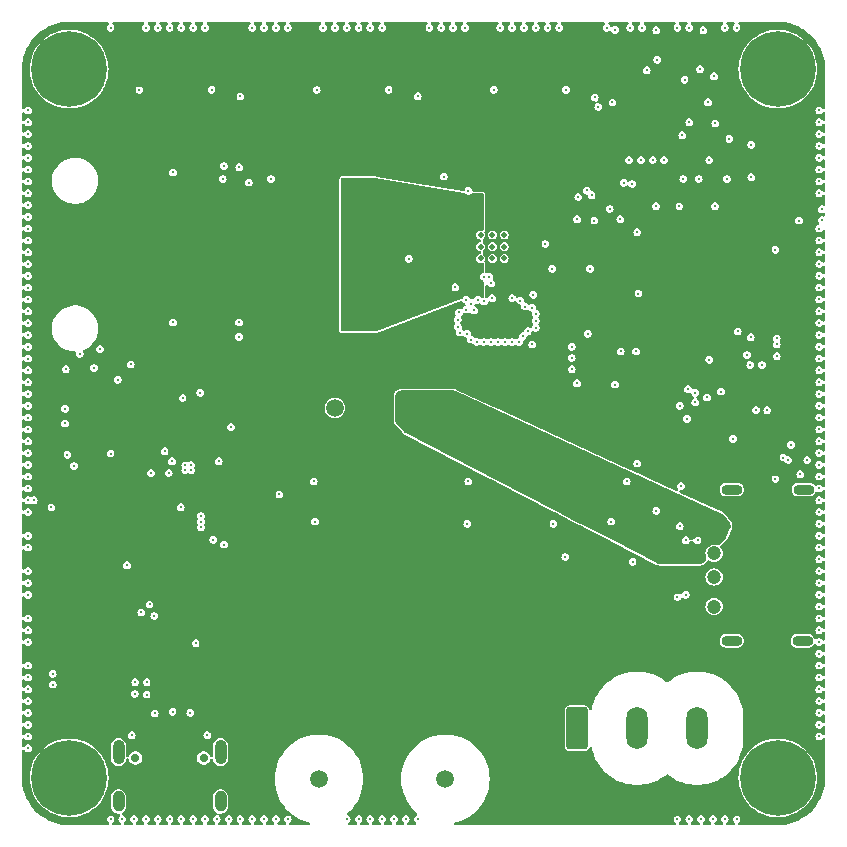
<source format=gbr>
%TF.GenerationSoftware,KiCad,Pcbnew,8.0.3-8.0.3-0~ubuntu22.04.1*%
%TF.CreationDate,2024-07-03T09:26:59+02:00*%
%TF.ProjectId,FabOS_MB,4661624f-535f-44d4-922e-6b696361645f,rev?*%
%TF.SameCoordinates,Original*%
%TF.FileFunction,Copper,L3,Inr*%
%TF.FilePolarity,Positive*%
%FSLAX46Y46*%
G04 Gerber Fmt 4.6, Leading zero omitted, Abs format (unit mm)*
G04 Created by KiCad (PCBNEW 8.0.3-8.0.3-0~ubuntu22.04.1) date 2024-07-03 09:26:59*
%MOMM*%
%LPD*%
G01*
G04 APERTURE LIST*
G04 Aperture macros list*
%AMRoundRect*
0 Rectangle with rounded corners*
0 $1 Rounding radius*
0 $2 $3 $4 $5 $6 $7 $8 $9 X,Y pos of 4 corners*
0 Add a 4 corners polygon primitive as box body*
4,1,4,$2,$3,$4,$5,$6,$7,$8,$9,$2,$3,0*
0 Add four circle primitives for the rounded corners*
1,1,$1+$1,$2,$3*
1,1,$1+$1,$4,$5*
1,1,$1+$1,$6,$7*
1,1,$1+$1,$8,$9*
0 Add four rect primitives between the rounded corners*
20,1,$1+$1,$2,$3,$4,$5,0*
20,1,$1+$1,$4,$5,$6,$7,0*
20,1,$1+$1,$6,$7,$8,$9,0*
20,1,$1+$1,$8,$9,$2,$3,0*%
G04 Aperture macros list end*
%TA.AperFunction,ComponentPad*%
%ADD10RoundRect,0.250000X-0.650000X-1.550000X0.650000X-1.550000X0.650000X1.550000X-0.650000X1.550000X0*%
%TD*%
%TA.AperFunction,ComponentPad*%
%ADD11O,1.800000X3.600000*%
%TD*%
%TA.AperFunction,ComponentPad*%
%ADD12C,0.800000*%
%TD*%
%TA.AperFunction,ComponentPad*%
%ADD13C,6.400000*%
%TD*%
%TA.AperFunction,ComponentPad*%
%ADD14C,1.200000*%
%TD*%
%TA.AperFunction,ComponentPad*%
%ADD15O,1.800000X0.900000*%
%TD*%
%TA.AperFunction,ComponentPad*%
%ADD16C,1.500000*%
%TD*%
%TA.AperFunction,ComponentPad*%
%ADD17C,0.700000*%
%TD*%
%TA.AperFunction,ComponentPad*%
%ADD18O,1.000000X2.100000*%
%TD*%
%TA.AperFunction,ComponentPad*%
%ADD19O,1.000000X1.800000*%
%TD*%
%TA.AperFunction,HeatsinkPad*%
%ADD20C,0.500000*%
%TD*%
%TA.AperFunction,ViaPad*%
%ADD21C,0.300000*%
%TD*%
G04 APERTURE END LIST*
D10*
%TO.N,Earth*%
%TO.C,e501*%
X143000000Y-155800000D03*
D11*
%TO.N,N*%
X148080000Y-155800000D03*
%TO.N,L*%
X153160000Y-155800000D03*
%TD*%
D12*
%TO.N,GND*%
%TO.C,H102*%
X157600000Y-100000000D03*
X158302944Y-98302944D03*
X158302944Y-101697056D03*
X160000000Y-97600000D03*
D13*
X160000000Y-100000000D03*
D12*
X160000000Y-102400000D03*
X161697056Y-98302944D03*
X161697056Y-101697056D03*
X162400000Y-100000000D03*
%TD*%
D14*
%TO.N,/5V_Flyback*%
%TO.C,J201*%
X154600000Y-138500000D03*
%TO.N,/ES*%
X154600000Y-141000000D03*
%TO.N,/LIN/LIN*%
X154600000Y-143000000D03*
%TO.N,GND*%
X154600000Y-145500000D03*
D15*
%TO.N,N/C*%
X156100000Y-148400000D03*
X162100000Y-148400000D03*
X156100000Y-135600000D03*
X162200000Y-135600000D03*
%TD*%
D12*
%TO.N,GND*%
%TO.C,H103*%
X157600000Y-160000000D03*
X158302944Y-158302944D03*
X158302944Y-161697056D03*
X160000000Y-157600000D03*
D13*
X160000000Y-160000000D03*
D12*
X160000000Y-162400000D03*
X161697056Y-158302944D03*
X161697056Y-161697056D03*
X162400000Y-160000000D03*
%TD*%
D16*
%TO.N,N*%
%TO.C,U501*%
X131850000Y-160100000D03*
%TO.N,L*%
X121150000Y-160100000D03*
%TO.N,GND*%
X122500000Y-128700000D03*
%TO.N,/5V_Flyback*%
X130500000Y-128700000D03*
%TD*%
D12*
%TO.N,GND*%
%TO.C,H104*%
X97600000Y-160000000D03*
X98302944Y-158302944D03*
X98302944Y-161697056D03*
X100000000Y-157600000D03*
D13*
X100000000Y-160000000D03*
D12*
X100000000Y-162400000D03*
X101697056Y-158302944D03*
X101697056Y-161697056D03*
X102400000Y-160000000D03*
%TD*%
D17*
%TO.N,GND*%
%TO.C,J401*%
X105610000Y-158320000D03*
X111390000Y-158320000D03*
D18*
X104180000Y-157820000D03*
D19*
X104180000Y-162000000D03*
D18*
X112820000Y-157820000D03*
D19*
X112820000Y-162000000D03*
%TD*%
D12*
%TO.N,GND*%
%TO.C,H101*%
X97600000Y-100000000D03*
X98302944Y-98302944D03*
X98302944Y-101697056D03*
X100000000Y-97600000D03*
D13*
X100000000Y-100000000D03*
D12*
X100000000Y-102400000D03*
X101697056Y-98302944D03*
X101697056Y-101697056D03*
X102400000Y-100000000D03*
%TD*%
D20*
%TO.N,GND*%
%TO.C,U301*%
X134830000Y-116030000D03*
X135830000Y-116030000D03*
X136830000Y-116030000D03*
X134830000Y-115030000D03*
X135830000Y-115030000D03*
X136830000Y-115030000D03*
X134830000Y-114030000D03*
X135830000Y-114030000D03*
X136830000Y-114030000D03*
%TD*%
D21*
%TO.N,GND*%
X156500000Y-163500000D03*
X155500000Y-163500000D03*
X154500000Y-163500000D03*
X153500000Y-163500000D03*
X152500000Y-163500000D03*
X151500000Y-163500000D03*
X129500000Y-163500000D03*
X128500000Y-163500000D03*
X127500000Y-163500000D03*
X126500000Y-163500000D03*
X125500000Y-163500000D03*
X124500000Y-163500000D03*
X123500000Y-163500000D03*
X118500000Y-163500000D03*
X117500000Y-163500000D03*
X116500000Y-163500000D03*
X115500000Y-163500000D03*
X114500000Y-163500000D03*
X113500000Y-163500000D03*
X112500000Y-163500000D03*
X111500000Y-163500000D03*
X110500000Y-163500000D03*
X109500000Y-163500000D03*
X108500000Y-163500000D03*
X107500000Y-163500000D03*
X106500000Y-163500000D03*
X105500000Y-163500000D03*
X104500000Y-163500000D03*
X103500000Y-163500000D03*
X96500000Y-157500000D03*
X96500000Y-156500000D03*
X96500000Y-155500000D03*
X96500000Y-154500000D03*
X96500000Y-153500000D03*
X96500000Y-152500000D03*
X96500000Y-151500000D03*
X96500000Y-150500000D03*
X96500000Y-148500000D03*
X96500000Y-147500000D03*
X96500000Y-146500000D03*
X96500000Y-144500000D03*
X96500000Y-143500000D03*
X96500000Y-142500000D03*
X96500000Y-140500000D03*
X96500000Y-139500000D03*
X96500000Y-137500000D03*
X96500000Y-136500000D03*
X96500000Y-135500000D03*
X96500000Y-134500000D03*
X96500000Y-133500000D03*
X96500000Y-132500000D03*
X96500000Y-131500000D03*
X96500000Y-130500000D03*
X96500000Y-129500000D03*
X96500000Y-128500000D03*
X96500000Y-127500000D03*
X96500000Y-126500000D03*
X96500000Y-125500000D03*
X96500000Y-124500000D03*
X96500000Y-123500000D03*
X96500000Y-122500000D03*
X96500000Y-121500000D03*
X96500000Y-120500000D03*
X96500000Y-119500000D03*
X96500000Y-118500000D03*
X96500000Y-117500000D03*
X96500000Y-116500000D03*
X96500000Y-115500000D03*
X96500000Y-114500000D03*
X96500000Y-113500000D03*
X96500000Y-112500000D03*
X96500000Y-111500000D03*
X96500000Y-110500000D03*
X96500000Y-109500000D03*
X96500000Y-108500000D03*
X96500000Y-107500000D03*
X96500000Y-106500000D03*
X96500000Y-105500000D03*
X96500000Y-104500000D03*
X96500000Y-103500000D03*
X163500000Y-156500000D03*
X163500000Y-155500000D03*
X163500000Y-154500000D03*
X163500000Y-153500000D03*
X163500000Y-152500000D03*
X163500000Y-151500000D03*
X163500000Y-150500000D03*
X163500000Y-149500000D03*
X163500000Y-148500000D03*
X163500000Y-147500000D03*
X163500000Y-146500000D03*
X163500000Y-145500000D03*
X163500000Y-144500000D03*
X163500000Y-143500000D03*
X163500000Y-142500000D03*
X163500000Y-141500000D03*
X163500000Y-140500000D03*
X163500000Y-139500000D03*
X163500000Y-138500000D03*
X163500000Y-137500000D03*
X163500000Y-136500000D03*
X163500000Y-135500000D03*
X163500000Y-134500000D03*
X163500000Y-133500000D03*
X163500000Y-132500000D03*
X163500000Y-131500000D03*
X163500000Y-130500000D03*
X163500000Y-129500000D03*
X163500000Y-128500000D03*
X163500000Y-127500000D03*
X163500000Y-126500000D03*
X163500000Y-125500000D03*
X163500000Y-124500000D03*
X163500000Y-123500000D03*
X163500000Y-122500000D03*
X163500000Y-121500000D03*
X163500000Y-120500000D03*
X163500000Y-119500000D03*
X163500000Y-118500000D03*
X163500000Y-117500000D03*
X163500000Y-116500000D03*
X163500000Y-115500000D03*
X163500000Y-114500000D03*
X163500000Y-113500000D03*
X163500000Y-110500000D03*
X163500000Y-109500000D03*
X163500000Y-108500000D03*
X163500000Y-107500000D03*
X163500000Y-106500000D03*
X163500000Y-105500000D03*
X163500000Y-104500000D03*
X163500000Y-103500000D03*
X156500000Y-96500000D03*
X155500000Y-96500000D03*
X152500000Y-96500000D03*
X151500000Y-96500000D03*
X148500000Y-96500000D03*
X147500000Y-96500000D03*
X145500000Y-96500000D03*
X141500000Y-96500000D03*
X140500000Y-96500000D03*
X139500000Y-96500000D03*
X138500000Y-96500000D03*
X137500000Y-96500000D03*
X136500000Y-96500000D03*
X133500000Y-96500000D03*
X132500000Y-96500000D03*
X131500000Y-96500000D03*
X130500000Y-96500000D03*
X126500000Y-96500000D03*
X125500000Y-96500000D03*
X124500000Y-96500000D03*
X123500000Y-96500000D03*
X122500000Y-96500000D03*
X121500000Y-96500000D03*
X118500000Y-96500000D03*
X117500000Y-96500000D03*
X116500000Y-96500000D03*
X115500000Y-96500000D03*
X111500000Y-96500000D03*
X110500000Y-96500000D03*
X109500000Y-96500000D03*
X108500000Y-96500000D03*
X107500000Y-96500000D03*
X106500000Y-96500000D03*
X103500000Y-96500000D03*
X152100000Y-100900000D03*
X148900000Y-100100000D03*
X154600000Y-100600000D03*
X153700000Y-96700000D03*
X149700000Y-96700000D03*
X149800000Y-99200000D03*
X153400000Y-100000000D03*
X154100000Y-102800000D03*
X146000000Y-102800000D03*
X144800000Y-103200000D03*
X151900000Y-105600000D03*
X152000000Y-109300000D03*
X153300000Y-109300000D03*
X155700000Y-109300000D03*
X155900000Y-105900000D03*
X154700000Y-104600000D03*
X152500000Y-104500000D03*
X146200000Y-126700000D03*
X143000000Y-126600000D03*
X139200000Y-123300000D03*
X143900000Y-122400000D03*
X139300000Y-119100000D03*
X140900000Y-116900000D03*
X144100000Y-116900000D03*
X148100000Y-113800000D03*
X148200000Y-119000000D03*
X148000000Y-123900000D03*
X146700000Y-123900000D03*
X154200000Y-124600000D03*
X156600000Y-122200000D03*
X157700000Y-122700000D03*
X157400000Y-124200000D03*
X155200000Y-127300000D03*
X152300000Y-129600000D03*
X156200000Y-131300000D03*
X161100000Y-131800000D03*
X161900000Y-134300000D03*
X159800000Y-134700000D03*
X151500000Y-144700000D03*
X152200000Y-144500000D03*
X142000000Y-141300000D03*
X147700000Y-141700000D03*
X151700000Y-138700000D03*
X145900000Y-138300000D03*
X149700000Y-137400000D03*
X147200000Y-134900000D03*
X141000000Y-138500000D03*
X148100000Y-133400000D03*
X151800000Y-135300000D03*
X133700000Y-138500000D03*
X133800000Y-134900000D03*
X110700000Y-148600000D03*
X117800000Y-136000000D03*
X120700000Y-134900000D03*
X120800000Y-138300000D03*
X106800000Y-145300000D03*
X98600000Y-152100000D03*
X98600000Y-151200000D03*
X98500000Y-137100000D03*
X100400000Y-133600000D03*
X114400000Y-108300000D03*
X115200000Y-109600000D03*
X132700000Y-118460000D03*
X148400000Y-107700000D03*
X113100000Y-108200000D03*
X133800000Y-110300000D03*
X161800000Y-112820000D03*
X135120000Y-119670000D03*
X163710000Y-111860000D03*
X106550000Y-151900000D03*
X102600000Y-123700000D03*
X159110000Y-128870000D03*
X112050000Y-101750000D03*
X113000000Y-109300000D03*
X139500000Y-121900000D03*
X154200000Y-107700000D03*
X153200000Y-139890000D03*
X157750000Y-106400000D03*
X135950000Y-101750000D03*
X104100000Y-126300000D03*
X105600000Y-151900000D03*
X127040000Y-101740000D03*
X134000000Y-122900000D03*
X147400000Y-107700000D03*
X111100000Y-127400000D03*
X120950000Y-101760000D03*
X142550000Y-124450000D03*
X136900000Y-123100000D03*
X157750000Y-109150000D03*
X139500000Y-121300000D03*
X163710000Y-112780000D03*
X133700000Y-122400000D03*
X99700000Y-125400000D03*
X112200000Y-139850000D03*
X133620000Y-119530000D03*
X105200000Y-125000000D03*
X134580000Y-119530000D03*
X135740000Y-118130000D03*
X99650000Y-128750000D03*
X133620000Y-120360000D03*
X100900000Y-124100000D03*
X129500000Y-102300000D03*
X113100000Y-140250000D03*
X138820000Y-122190000D03*
X142550000Y-123500000D03*
X111700000Y-156400000D03*
X135800000Y-119400000D03*
X138600000Y-120100000D03*
X105550000Y-152900000D03*
X140320000Y-114800000D03*
X102100000Y-125300000D03*
X132900000Y-121200000D03*
X110250000Y-154500000D03*
X99650000Y-130000000D03*
X131700000Y-109100000D03*
X105300000Y-156400000D03*
X149670000Y-111600000D03*
X114380000Y-122650000D03*
X135700000Y-123100000D03*
X150350000Y-107700000D03*
X134270000Y-120430000D03*
X107200000Y-146300000D03*
X108750000Y-154400000D03*
X108425000Y-134200000D03*
X146212000Y-96670000D03*
X137500000Y-123100000D03*
X107250000Y-154550000D03*
X134000000Y-119900000D03*
X135100000Y-123100000D03*
X106550000Y-152950000D03*
X143000000Y-112700000D03*
X139200000Y-120200000D03*
X138100000Y-123100000D03*
X154670000Y-111600000D03*
X117100000Y-109300000D03*
X128750000Y-116050000D03*
X106100000Y-146000000D03*
X139500000Y-120700000D03*
X106925000Y-134200000D03*
X105950000Y-101760000D03*
X109450000Y-137100000D03*
X158660000Y-125040000D03*
X132900000Y-121800000D03*
X144470000Y-112820000D03*
X133000000Y-120600000D03*
X138400000Y-122600000D03*
X114390000Y-121441000D03*
X144500000Y-102400000D03*
X134500000Y-123100000D03*
X152190000Y-139890000D03*
X136300000Y-123100000D03*
X142550000Y-125400000D03*
X149400000Y-107700000D03*
X158160000Y-128860000D03*
X142050000Y-101750000D03*
X108700000Y-133200000D03*
X114500000Y-102310000D03*
X137515000Y-119380000D03*
X133100000Y-122300000D03*
X138200000Y-119600000D03*
%TO.N,+3.3V*%
X140320000Y-117750000D03*
X107750000Y-138300000D03*
X138360000Y-115280000D03*
X156670000Y-111600000D03*
X145450000Y-124700000D03*
X144550000Y-125300000D03*
X97500000Y-145050000D03*
X114500000Y-96670000D03*
X162320000Y-111390000D03*
X137030000Y-110540000D03*
X143900000Y-112800000D03*
X144500000Y-96750000D03*
X148670000Y-111590000D03*
X99650000Y-127450000D03*
X132700000Y-109200000D03*
X104900000Y-140000000D03*
X159570000Y-127480000D03*
X142350000Y-114400000D03*
X107750000Y-138850000D03*
X107750000Y-137824997D03*
X129500000Y-96650000D03*
X154170000Y-111600000D03*
X142220000Y-140090000D03*
X108450000Y-137000000D03*
X162320000Y-113240000D03*
X159170000Y-125050000D03*
X149170000Y-111600000D03*
X140350000Y-112800000D03*
%TO.N,/ethernet/CT*%
X125100000Y-118890000D03*
X128750000Y-114230000D03*
X132200000Y-111900000D03*
X133892500Y-113000000D03*
X134150000Y-118140000D03*
X131700000Y-117850000D03*
X131760000Y-111090000D03*
X129260000Y-113700000D03*
X125100000Y-112540000D03*
%TO.N,/power/5V_max*%
X112650000Y-133200000D03*
X109600000Y-127850000D03*
%TO.N,Net-(U502-SW)*%
X110300003Y-133950000D03*
X109825000Y-133550000D03*
X110299965Y-133544047D03*
X108075000Y-132350000D03*
X111150000Y-138300000D03*
X111150000Y-137824997D03*
X111150000Y-138775003D03*
X109825000Y-133950000D03*
%TO.N,Net-(U601-BOOT0)*%
X151700000Y-128500000D03*
X159800000Y-115300000D03*
%TO.N,/STM32/NRST*%
X103500000Y-132550000D03*
X97000000Y-136500000D03*
X99850000Y-132650000D03*
%TO.N,/5V_Flyback*%
X104900000Y-142000000D03*
X113700000Y-130300000D03*
%TO.N,/ES*%
X160475145Y-132887572D03*
%TO.N,/ethernet/LED2+*%
X135080000Y-117560000D03*
X108790000Y-121440000D03*
%TO.N,/ethernet/LED1+*%
X135580000Y-117560000D03*
X108800000Y-108750000D03*
%TO.N,/STM32/SWDIO*%
X157670000Y-125040000D03*
X154000000Y-127800000D03*
%TO.N,/STM32/VCP_TX*%
X153000000Y-127400000D03*
X159900000Y-123300000D03*
%TO.N,/STM32/SWCLK*%
X153000000Y-128200000D03*
X159900000Y-124300000D03*
%TO.N,/STM32/VCP_RX*%
X159900000Y-122800000D03*
X152400000Y-127100000D03*
%TO.N,/USART1_RX*%
X160900000Y-133100000D03*
X162500000Y-133100000D03*
%TO.N,/ETH_MDI0*%
X146940000Y-109620000D03*
X143100000Y-110830000D03*
%TO.N,/ETH_REF_CLK*%
X147670000Y-109720000D03*
X143820000Y-110270000D03*
%TO.N,/NRST_ETH*%
X145770000Y-111840000D03*
X146660000Y-112710000D03*
%TO.N,/ETH_MDC*%
X144230000Y-110680000D03*
X151670000Y-111600000D03*
%TD*%
%TA.AperFunction,Conductor*%
%TO.N,/5V_Flyback*%
G36*
X132503766Y-127201448D02*
G01*
X132541154Y-127205497D01*
X132570641Y-127208691D01*
X132623026Y-127220174D01*
X132686805Y-127241571D01*
X132711764Y-127251471D01*
X153209511Y-136691222D01*
X155275768Y-137642788D01*
X155301993Y-137656822D01*
X155365420Y-137695807D01*
X155411945Y-137732716D01*
X155464341Y-137785618D01*
X155483968Y-137807958D01*
X155701425Y-138087546D01*
X155903980Y-138347974D01*
X155922886Y-138376025D01*
X155965257Y-138449163D01*
X155990865Y-138511616D01*
X156007750Y-138576881D01*
X156015643Y-138643917D01*
X156014379Y-138711315D01*
X156003978Y-138778008D01*
X155979753Y-138858989D01*
X155967879Y-138890664D01*
X155636463Y-139619779D01*
X155627770Y-139637084D01*
X155604276Y-139679641D01*
X155582995Y-139711967D01*
X155553185Y-139750376D01*
X155540723Y-139765204D01*
X155104532Y-140245014D01*
X155026409Y-140302771D01*
X154932131Y-140326236D01*
X154838050Y-140312545D01*
X154762908Y-140286252D01*
X154762904Y-140286251D01*
X154762903Y-140286251D01*
X154762902Y-140286250D01*
X154600004Y-140267897D01*
X154599996Y-140267897D01*
X154437097Y-140286250D01*
X154437096Y-140286251D01*
X154437093Y-140286251D01*
X154437092Y-140286252D01*
X154390787Y-140302455D01*
X154282351Y-140340398D01*
X154143541Y-140427619D01*
X154027619Y-140543541D01*
X153940398Y-140682351D01*
X153886251Y-140837096D01*
X153886250Y-140837097D01*
X153867897Y-140999995D01*
X153867897Y-141000004D01*
X153886250Y-141162902D01*
X153886251Y-141162906D01*
X153943945Y-141327785D01*
X153957526Y-141423986D01*
X153933259Y-141518061D01*
X153893163Y-141577520D01*
X153760430Y-141723526D01*
X153735481Y-141747409D01*
X153669167Y-141802606D01*
X153610602Y-141838942D01*
X153547682Y-141866775D01*
X153481411Y-141885664D01*
X153433919Y-141892300D01*
X153395959Y-141897604D01*
X153361506Y-141900000D01*
X150036309Y-141900000D01*
X150006709Y-141898234D01*
X149933024Y-141889412D01*
X149875506Y-141875441D01*
X149852302Y-141866775D01*
X149805988Y-141849477D01*
X149778884Y-141837470D01*
X146006758Y-139890000D01*
X151859479Y-139890000D01*
X151879412Y-140003045D01*
X151936806Y-140102455D01*
X151936808Y-140102456D01*
X151936810Y-140102459D01*
X152007152Y-140161483D01*
X152024739Y-140176240D01*
X152132606Y-140215500D01*
X152132607Y-140215500D01*
X152247393Y-140215500D01*
X152247394Y-140215500D01*
X152355261Y-140176240D01*
X152443194Y-140102455D01*
X152479360Y-140039812D01*
X152543418Y-139966768D01*
X152630554Y-139923798D01*
X152727501Y-139917443D01*
X152819500Y-139948673D01*
X152892545Y-140012731D01*
X152910639Y-140039811D01*
X152946806Y-140102455D01*
X152946808Y-140102456D01*
X152946810Y-140102459D01*
X153017152Y-140161483D01*
X153034739Y-140176240D01*
X153142606Y-140215500D01*
X153142607Y-140215500D01*
X153257393Y-140215500D01*
X153257394Y-140215500D01*
X153365261Y-140176240D01*
X153453194Y-140102455D01*
X153510588Y-140003045D01*
X153530521Y-139890000D01*
X153510588Y-139776955D01*
X153453194Y-139677545D01*
X153453191Y-139677542D01*
X153453189Y-139677540D01*
X153365261Y-139603760D01*
X153365258Y-139603759D01*
X153257394Y-139564500D01*
X153142606Y-139564500D01*
X153034739Y-139603759D01*
X152946805Y-139677545D01*
X152910638Y-139740188D01*
X152846579Y-139813232D01*
X152759443Y-139856202D01*
X152662496Y-139862555D01*
X152570497Y-139831325D01*
X152497453Y-139767266D01*
X152479365Y-139740195D01*
X152443194Y-139677545D01*
X152443190Y-139677542D01*
X152443189Y-139677540D01*
X152355261Y-139603760D01*
X152355258Y-139603759D01*
X152247394Y-139564500D01*
X152132606Y-139564500D01*
X152024739Y-139603759D01*
X151936806Y-139677544D01*
X151879412Y-139776955D01*
X151865439Y-139856202D01*
X151859479Y-139890000D01*
X146006758Y-139890000D01*
X143701803Y-138700000D01*
X151369479Y-138700000D01*
X151389412Y-138813045D01*
X151446806Y-138912455D01*
X151446808Y-138912456D01*
X151446810Y-138912459D01*
X151517152Y-138971483D01*
X151534739Y-138986240D01*
X151642606Y-139025500D01*
X151642607Y-139025500D01*
X151757393Y-139025500D01*
X151757394Y-139025500D01*
X151865261Y-138986240D01*
X151953194Y-138912455D01*
X152010588Y-138813045D01*
X152030521Y-138700000D01*
X152010588Y-138586955D01*
X151953194Y-138487545D01*
X151953191Y-138487542D01*
X151953189Y-138487540D01*
X151865261Y-138413760D01*
X151863297Y-138413045D01*
X151757394Y-138374500D01*
X151642606Y-138374500D01*
X151534739Y-138413759D01*
X151446806Y-138487544D01*
X151432425Y-138512453D01*
X151389412Y-138586955D01*
X151369479Y-138700000D01*
X143701803Y-138700000D01*
X142927028Y-138300000D01*
X145569479Y-138300000D01*
X145589412Y-138413045D01*
X145646806Y-138512455D01*
X145646808Y-138512456D01*
X145646810Y-138512459D01*
X145717152Y-138571483D01*
X145734739Y-138586240D01*
X145842606Y-138625500D01*
X145842607Y-138625500D01*
X145957393Y-138625500D01*
X145957394Y-138625500D01*
X146065261Y-138586240D01*
X146153194Y-138512455D01*
X146210588Y-138413045D01*
X146230521Y-138300000D01*
X146210588Y-138186955D01*
X146153194Y-138087545D01*
X146153191Y-138087542D01*
X146153189Y-138087540D01*
X146065261Y-138013760D01*
X146065258Y-138013759D01*
X145957394Y-137974500D01*
X145842606Y-137974500D01*
X145734739Y-138013759D01*
X145646806Y-138087544D01*
X145589412Y-138186955D01*
X145584686Y-138213760D01*
X145569479Y-138300000D01*
X142927028Y-138300000D01*
X141183785Y-137400000D01*
X149369479Y-137400000D01*
X149389412Y-137513045D01*
X149446806Y-137612455D01*
X149446808Y-137612456D01*
X149446810Y-137612459D01*
X149482955Y-137642788D01*
X149534739Y-137686240D01*
X149642606Y-137725500D01*
X149642607Y-137725500D01*
X149757393Y-137725500D01*
X149757394Y-137725500D01*
X149865261Y-137686240D01*
X149953194Y-137612455D01*
X150010588Y-137513045D01*
X150030521Y-137400000D01*
X150010588Y-137286955D01*
X149953194Y-137187545D01*
X149953191Y-137187542D01*
X149953189Y-137187540D01*
X149865261Y-137113760D01*
X149865258Y-137113759D01*
X149757394Y-137074500D01*
X149642606Y-137074500D01*
X149534739Y-137113759D01*
X149446806Y-137187544D01*
X149446805Y-137187546D01*
X149389412Y-137286955D01*
X149369479Y-137400000D01*
X141183785Y-137400000D01*
X136341443Y-134900000D01*
X146869479Y-134900000D01*
X146889412Y-135013045D01*
X146946806Y-135112455D01*
X146946808Y-135112456D01*
X146946810Y-135112459D01*
X146977112Y-135137885D01*
X147034739Y-135186240D01*
X147142606Y-135225500D01*
X147142607Y-135225500D01*
X147257393Y-135225500D01*
X147257394Y-135225500D01*
X147365261Y-135186240D01*
X147453194Y-135112455D01*
X147510588Y-135013045D01*
X147530521Y-134900000D01*
X147510588Y-134786955D01*
X147453194Y-134687545D01*
X147453191Y-134687542D01*
X147453189Y-134687540D01*
X147365261Y-134613760D01*
X147365258Y-134613759D01*
X147257394Y-134574500D01*
X147142606Y-134574500D01*
X147034739Y-134613759D01*
X146946806Y-134687544D01*
X146946805Y-134687546D01*
X146889412Y-134786955D01*
X146869479Y-134900000D01*
X136341443Y-134900000D01*
X128492760Y-130847889D01*
X128472942Y-130836476D01*
X128448645Y-130820955D01*
X128424588Y-130805587D01*
X128388500Y-130777557D01*
X128366947Y-130757388D01*
X128346612Y-130738357D01*
X128330648Y-130721979D01*
X127736323Y-130053364D01*
X127717701Y-130029669D01*
X127674778Y-129967668D01*
X127646759Y-129914425D01*
X127625363Y-129858149D01*
X127610934Y-129799749D01*
X127601822Y-129724874D01*
X127600000Y-129694806D01*
X127600000Y-127716321D01*
X127602130Y-127683821D01*
X127612758Y-127603090D01*
X127629580Y-127540306D01*
X127654443Y-127480282D01*
X127686938Y-127423998D01*
X127726497Y-127372445D01*
X127772445Y-127326497D01*
X127823998Y-127286938D01*
X127880282Y-127254443D01*
X127940306Y-127229580D01*
X128003089Y-127212758D01*
X128036971Y-127208297D01*
X128083823Y-127202130D01*
X128116322Y-127200000D01*
X132476954Y-127200000D01*
X132503766Y-127201448D01*
G37*
%TD.AperFunction*%
%TD*%
%TA.AperFunction,Conductor*%
%TO.N,/ethernet/CT*%
G36*
X125910511Y-109201821D02*
G01*
X133400000Y-110500000D01*
X133486831Y-110500000D01*
X133553870Y-110519685D01*
X133566533Y-110529008D01*
X133634739Y-110586240D01*
X133634743Y-110586241D01*
X133634744Y-110586242D01*
X133742603Y-110625499D01*
X133742606Y-110625500D01*
X133742608Y-110625500D01*
X133857392Y-110625500D01*
X133857394Y-110625500D01*
X133965261Y-110586240D01*
X134033463Y-110529010D01*
X134097471Y-110500998D01*
X134113169Y-110500000D01*
X134976000Y-110500000D01*
X135043039Y-110519685D01*
X135088794Y-110572489D01*
X135100000Y-110624000D01*
X135100000Y-113545371D01*
X135080315Y-113612410D01*
X135027511Y-113658165D01*
X134958353Y-113668109D01*
X134956603Y-113667845D01*
X134895482Y-113658165D01*
X134830000Y-113647794D01*
X134829998Y-113647794D01*
X134829997Y-113647794D01*
X134711895Y-113666498D01*
X134711894Y-113666498D01*
X134605342Y-113720790D01*
X134520790Y-113805342D01*
X134466498Y-113911894D01*
X134466498Y-113911895D01*
X134447794Y-114029996D01*
X134447794Y-114030003D01*
X134466498Y-114148104D01*
X134466498Y-114148105D01*
X134520790Y-114254657D01*
X134605342Y-114339209D01*
X134605344Y-114339210D01*
X134605345Y-114339211D01*
X134711892Y-114393500D01*
X134711893Y-114393500D01*
X134711895Y-114393501D01*
X134800453Y-114407527D01*
X134863588Y-114437456D01*
X134900520Y-114496767D01*
X134899522Y-114566630D01*
X134860913Y-114624863D01*
X134800453Y-114652473D01*
X134711895Y-114666498D01*
X134711894Y-114666498D01*
X134605342Y-114720790D01*
X134520790Y-114805342D01*
X134466498Y-114911894D01*
X134466498Y-114911895D01*
X134447794Y-115029996D01*
X134447794Y-115030003D01*
X134466498Y-115148104D01*
X134466498Y-115148105D01*
X134520790Y-115254657D01*
X134605342Y-115339209D01*
X134605344Y-115339210D01*
X134605345Y-115339211D01*
X134711892Y-115393500D01*
X134711893Y-115393500D01*
X134711895Y-115393501D01*
X134800453Y-115407527D01*
X134863588Y-115437456D01*
X134900520Y-115496767D01*
X134899522Y-115566630D01*
X134860913Y-115624863D01*
X134800453Y-115652473D01*
X134711895Y-115666498D01*
X134711894Y-115666498D01*
X134605342Y-115720790D01*
X134520790Y-115805342D01*
X134466498Y-115911894D01*
X134466498Y-115911895D01*
X134447794Y-116029996D01*
X134447794Y-116030003D01*
X134466498Y-116148104D01*
X134466498Y-116148105D01*
X134520790Y-116254657D01*
X134605342Y-116339209D01*
X134605344Y-116339210D01*
X134605345Y-116339211D01*
X134711892Y-116393500D01*
X134711893Y-116393500D01*
X134711895Y-116393501D01*
X134829997Y-116412206D01*
X134830000Y-116412206D01*
X134830003Y-116412206D01*
X134956603Y-116392155D01*
X135025896Y-116401110D01*
X135079348Y-116446106D01*
X135099987Y-116512858D01*
X135100000Y-116514628D01*
X135100000Y-117119505D01*
X135080315Y-117186544D01*
X135027511Y-117232299D01*
X135018411Y-117236027D01*
X134914740Y-117273760D01*
X134826805Y-117347546D01*
X134826803Y-117347548D01*
X134769414Y-117446949D01*
X134769412Y-117446955D01*
X134749479Y-117559999D01*
X134749479Y-117560000D01*
X134769412Y-117673044D01*
X134769414Y-117673050D01*
X134826803Y-117772451D01*
X134826808Y-117772457D01*
X134870772Y-117809347D01*
X134914739Y-117846240D01*
X135018410Y-117883972D01*
X135074673Y-117925397D01*
X135099610Y-117990665D01*
X135100000Y-118000494D01*
X135100000Y-119244063D01*
X135080315Y-119311102D01*
X135027511Y-119356857D01*
X135018411Y-119360585D01*
X134983664Y-119373232D01*
X134913935Y-119377663D01*
X134852879Y-119343693D01*
X134833866Y-119318710D01*
X134833194Y-119317545D01*
X134833192Y-119317543D01*
X134833191Y-119317542D01*
X134745262Y-119243761D01*
X134745261Y-119243760D01*
X134745258Y-119243759D01*
X134745255Y-119243757D01*
X134637396Y-119204500D01*
X134637394Y-119204500D01*
X134522606Y-119204500D01*
X134522605Y-119204500D01*
X134414740Y-119243759D01*
X134378105Y-119274500D01*
X134326809Y-119317543D01*
X134326805Y-119317546D01*
X134326803Y-119317548D01*
X134269412Y-119416952D01*
X134268883Y-119418408D01*
X134267443Y-119420362D01*
X134263987Y-119426350D01*
X134263319Y-119425964D01*
X134227457Y-119474673D01*
X134162189Y-119499610D01*
X134152360Y-119500000D01*
X134047640Y-119500000D01*
X133980601Y-119480315D01*
X133934846Y-119427511D01*
X133931117Y-119418408D01*
X133930587Y-119416952D01*
X133873196Y-119317548D01*
X133873195Y-119317546D01*
X133873194Y-119317545D01*
X133873192Y-119317543D01*
X133873191Y-119317542D01*
X133785262Y-119243761D01*
X133785261Y-119243760D01*
X133785258Y-119243759D01*
X133785255Y-119243757D01*
X133677396Y-119204500D01*
X133677394Y-119204500D01*
X133562606Y-119204500D01*
X133562605Y-119204500D01*
X133454740Y-119243759D01*
X133418105Y-119274500D01*
X133366809Y-119317543D01*
X133366805Y-119317546D01*
X133366803Y-119317548D01*
X133309412Y-119416952D01*
X133308883Y-119418408D01*
X133307443Y-119420362D01*
X133303987Y-119426350D01*
X133303319Y-119425964D01*
X133267457Y-119474673D01*
X133210677Y-119496366D01*
X133210975Y-119498010D01*
X133202221Y-119499597D01*
X133202189Y-119499610D01*
X133202142Y-119499611D01*
X133200000Y-119500000D01*
X126021053Y-122192105D01*
X125977514Y-122200000D01*
X123124000Y-122200000D01*
X123056961Y-122180315D01*
X123011206Y-122127511D01*
X123000000Y-122076000D01*
X123000000Y-118459999D01*
X132369479Y-118459999D01*
X132369479Y-118460000D01*
X132389412Y-118573044D01*
X132389414Y-118573050D01*
X132446803Y-118672451D01*
X132446805Y-118672453D01*
X132446806Y-118672455D01*
X132534739Y-118746240D01*
X132642606Y-118785500D01*
X132642608Y-118785500D01*
X132757392Y-118785500D01*
X132757394Y-118785500D01*
X132865261Y-118746240D01*
X132953194Y-118672455D01*
X133010588Y-118573045D01*
X133030521Y-118460000D01*
X133010588Y-118346955D01*
X132953194Y-118247545D01*
X132953192Y-118247543D01*
X132953191Y-118247542D01*
X132865262Y-118173761D01*
X132865261Y-118173760D01*
X132865258Y-118173759D01*
X132865255Y-118173757D01*
X132757396Y-118134500D01*
X132757394Y-118134500D01*
X132642606Y-118134500D01*
X132642605Y-118134500D01*
X132534740Y-118173759D01*
X132446805Y-118247546D01*
X132446803Y-118247548D01*
X132389414Y-118346949D01*
X132389412Y-118346955D01*
X132369479Y-118459999D01*
X123000000Y-118459999D01*
X123000000Y-116050000D01*
X128419479Y-116050000D01*
X128436777Y-116148104D01*
X128439412Y-116163044D01*
X128439414Y-116163050D01*
X128496803Y-116262451D01*
X128496805Y-116262453D01*
X128496806Y-116262455D01*
X128584739Y-116336240D01*
X128584743Y-116336241D01*
X128584744Y-116336242D01*
X128692603Y-116375499D01*
X128692606Y-116375500D01*
X128692608Y-116375500D01*
X128807392Y-116375500D01*
X128807394Y-116375500D01*
X128915261Y-116336240D01*
X129003194Y-116262455D01*
X129060588Y-116163045D01*
X129080521Y-116050000D01*
X129060588Y-115936955D01*
X129046119Y-115911894D01*
X129003196Y-115837548D01*
X129003195Y-115837546D01*
X129003194Y-115837545D01*
X129003192Y-115837543D01*
X129003191Y-115837542D01*
X128915262Y-115763761D01*
X128915261Y-115763760D01*
X128915258Y-115763759D01*
X128915255Y-115763757D01*
X128807396Y-115724500D01*
X128807394Y-115724500D01*
X128692606Y-115724500D01*
X128692605Y-115724500D01*
X128584740Y-115763759D01*
X128496805Y-115837546D01*
X128496803Y-115837548D01*
X128439414Y-115936949D01*
X128439412Y-115936955D01*
X128423006Y-116030000D01*
X128419479Y-116050000D01*
X123000000Y-116050000D01*
X123000000Y-109324000D01*
X123019685Y-109256961D01*
X123072489Y-109211206D01*
X123124000Y-109200000D01*
X125889334Y-109200000D01*
X125910511Y-109201821D01*
G37*
%TD.AperFunction*%
%TD*%
%TA.AperFunction,Conductor*%
%TO.N,+3.3V*%
G36*
X103315841Y-96019685D02*
G01*
X103361596Y-96072489D01*
X103371540Y-96141647D01*
X103342515Y-96205203D01*
X103328513Y-96218984D01*
X103246810Y-96287542D01*
X103246805Y-96287546D01*
X103246803Y-96287548D01*
X103189414Y-96386949D01*
X103189412Y-96386955D01*
X103169479Y-96499999D01*
X103169479Y-96500000D01*
X103189412Y-96613044D01*
X103189414Y-96613050D01*
X103246803Y-96712451D01*
X103246805Y-96712453D01*
X103246806Y-96712455D01*
X103334739Y-96786240D01*
X103334743Y-96786241D01*
X103334744Y-96786242D01*
X103442603Y-96825499D01*
X103442606Y-96825500D01*
X103442608Y-96825500D01*
X103557392Y-96825500D01*
X103557394Y-96825500D01*
X103665261Y-96786240D01*
X103753194Y-96712455D01*
X103810588Y-96613045D01*
X103830521Y-96500000D01*
X103810588Y-96386955D01*
X103809303Y-96384730D01*
X103753196Y-96287548D01*
X103753195Y-96287546D01*
X103753194Y-96287545D01*
X103753192Y-96287543D01*
X103753191Y-96287542D01*
X103671493Y-96218989D01*
X103632791Y-96160818D01*
X103631683Y-96090957D01*
X103668520Y-96031587D01*
X103731607Y-96001557D01*
X103751199Y-96000000D01*
X106248802Y-96000000D01*
X106315841Y-96019685D01*
X106361596Y-96072489D01*
X106371540Y-96141647D01*
X106342515Y-96205203D01*
X106328513Y-96218984D01*
X106246810Y-96287542D01*
X106246805Y-96287546D01*
X106246803Y-96287548D01*
X106189414Y-96386949D01*
X106189412Y-96386955D01*
X106169479Y-96499999D01*
X106169479Y-96500000D01*
X106189412Y-96613044D01*
X106189414Y-96613050D01*
X106246803Y-96712451D01*
X106246805Y-96712453D01*
X106246806Y-96712455D01*
X106334739Y-96786240D01*
X106334743Y-96786241D01*
X106334744Y-96786242D01*
X106442603Y-96825499D01*
X106442606Y-96825500D01*
X106442608Y-96825500D01*
X106557392Y-96825500D01*
X106557394Y-96825500D01*
X106665261Y-96786240D01*
X106753194Y-96712455D01*
X106810588Y-96613045D01*
X106830521Y-96500000D01*
X106810588Y-96386955D01*
X106809303Y-96384730D01*
X106753196Y-96287548D01*
X106753195Y-96287546D01*
X106753194Y-96287545D01*
X106753192Y-96287543D01*
X106753191Y-96287542D01*
X106671493Y-96218989D01*
X106632791Y-96160818D01*
X106631683Y-96090957D01*
X106668520Y-96031587D01*
X106731607Y-96001557D01*
X106751199Y-96000000D01*
X107248802Y-96000000D01*
X107315841Y-96019685D01*
X107361596Y-96072489D01*
X107371540Y-96141647D01*
X107342515Y-96205203D01*
X107328513Y-96218984D01*
X107246810Y-96287542D01*
X107246805Y-96287546D01*
X107246803Y-96287548D01*
X107189414Y-96386949D01*
X107189412Y-96386955D01*
X107169479Y-96499999D01*
X107169479Y-96500000D01*
X107189412Y-96613044D01*
X107189414Y-96613050D01*
X107246803Y-96712451D01*
X107246805Y-96712453D01*
X107246806Y-96712455D01*
X107334739Y-96786240D01*
X107334743Y-96786241D01*
X107334744Y-96786242D01*
X107442603Y-96825499D01*
X107442606Y-96825500D01*
X107442608Y-96825500D01*
X107557392Y-96825500D01*
X107557394Y-96825500D01*
X107665261Y-96786240D01*
X107753194Y-96712455D01*
X107810588Y-96613045D01*
X107830521Y-96500000D01*
X107810588Y-96386955D01*
X107809303Y-96384730D01*
X107753196Y-96287548D01*
X107753195Y-96287546D01*
X107753194Y-96287545D01*
X107753192Y-96287543D01*
X107753191Y-96287542D01*
X107671493Y-96218989D01*
X107632791Y-96160818D01*
X107631683Y-96090957D01*
X107668520Y-96031587D01*
X107731607Y-96001557D01*
X107751199Y-96000000D01*
X108248802Y-96000000D01*
X108315841Y-96019685D01*
X108361596Y-96072489D01*
X108371540Y-96141647D01*
X108342515Y-96205203D01*
X108328513Y-96218984D01*
X108246810Y-96287542D01*
X108246805Y-96287546D01*
X108246803Y-96287548D01*
X108189414Y-96386949D01*
X108189412Y-96386955D01*
X108169479Y-96499999D01*
X108169479Y-96500000D01*
X108189412Y-96613044D01*
X108189414Y-96613050D01*
X108246803Y-96712451D01*
X108246805Y-96712453D01*
X108246806Y-96712455D01*
X108334739Y-96786240D01*
X108334743Y-96786241D01*
X108334744Y-96786242D01*
X108442603Y-96825499D01*
X108442606Y-96825500D01*
X108442608Y-96825500D01*
X108557392Y-96825500D01*
X108557394Y-96825500D01*
X108665261Y-96786240D01*
X108753194Y-96712455D01*
X108810588Y-96613045D01*
X108830521Y-96500000D01*
X108810588Y-96386955D01*
X108809303Y-96384730D01*
X108753196Y-96287548D01*
X108753195Y-96287546D01*
X108753194Y-96287545D01*
X108753192Y-96287543D01*
X108753191Y-96287542D01*
X108671493Y-96218989D01*
X108632791Y-96160818D01*
X108631683Y-96090957D01*
X108668520Y-96031587D01*
X108731607Y-96001557D01*
X108751199Y-96000000D01*
X109248802Y-96000000D01*
X109315841Y-96019685D01*
X109361596Y-96072489D01*
X109371540Y-96141647D01*
X109342515Y-96205203D01*
X109328513Y-96218984D01*
X109246810Y-96287542D01*
X109246805Y-96287546D01*
X109246803Y-96287548D01*
X109189414Y-96386949D01*
X109189412Y-96386955D01*
X109169479Y-96499999D01*
X109169479Y-96500000D01*
X109189412Y-96613044D01*
X109189414Y-96613050D01*
X109246803Y-96712451D01*
X109246805Y-96712453D01*
X109246806Y-96712455D01*
X109334739Y-96786240D01*
X109334743Y-96786241D01*
X109334744Y-96786242D01*
X109442603Y-96825499D01*
X109442606Y-96825500D01*
X109442608Y-96825500D01*
X109557392Y-96825500D01*
X109557394Y-96825500D01*
X109665261Y-96786240D01*
X109753194Y-96712455D01*
X109810588Y-96613045D01*
X109830521Y-96500000D01*
X109810588Y-96386955D01*
X109809303Y-96384730D01*
X109753196Y-96287548D01*
X109753195Y-96287546D01*
X109753194Y-96287545D01*
X109753192Y-96287543D01*
X109753191Y-96287542D01*
X109671493Y-96218989D01*
X109632791Y-96160818D01*
X109631683Y-96090957D01*
X109668520Y-96031587D01*
X109731607Y-96001557D01*
X109751199Y-96000000D01*
X110248802Y-96000000D01*
X110315841Y-96019685D01*
X110361596Y-96072489D01*
X110371540Y-96141647D01*
X110342515Y-96205203D01*
X110328513Y-96218984D01*
X110246810Y-96287542D01*
X110246805Y-96287546D01*
X110246803Y-96287548D01*
X110189414Y-96386949D01*
X110189412Y-96386955D01*
X110169479Y-96499999D01*
X110169479Y-96500000D01*
X110189412Y-96613044D01*
X110189414Y-96613050D01*
X110246803Y-96712451D01*
X110246805Y-96712453D01*
X110246806Y-96712455D01*
X110334739Y-96786240D01*
X110334743Y-96786241D01*
X110334744Y-96786242D01*
X110442603Y-96825499D01*
X110442606Y-96825500D01*
X110442608Y-96825500D01*
X110557392Y-96825500D01*
X110557394Y-96825500D01*
X110665261Y-96786240D01*
X110753194Y-96712455D01*
X110810588Y-96613045D01*
X110830521Y-96500000D01*
X110810588Y-96386955D01*
X110809303Y-96384730D01*
X110753196Y-96287548D01*
X110753195Y-96287546D01*
X110753194Y-96287545D01*
X110753192Y-96287543D01*
X110753191Y-96287542D01*
X110671493Y-96218989D01*
X110632791Y-96160818D01*
X110631683Y-96090957D01*
X110668520Y-96031587D01*
X110731607Y-96001557D01*
X110751199Y-96000000D01*
X111248802Y-96000000D01*
X111315841Y-96019685D01*
X111361596Y-96072489D01*
X111371540Y-96141647D01*
X111342515Y-96205203D01*
X111328513Y-96218984D01*
X111246810Y-96287542D01*
X111246805Y-96287546D01*
X111246803Y-96287548D01*
X111189414Y-96386949D01*
X111189412Y-96386955D01*
X111169479Y-96499999D01*
X111169479Y-96500000D01*
X111189412Y-96613044D01*
X111189414Y-96613050D01*
X111246803Y-96712451D01*
X111246805Y-96712453D01*
X111246806Y-96712455D01*
X111334739Y-96786240D01*
X111334743Y-96786241D01*
X111334744Y-96786242D01*
X111442603Y-96825499D01*
X111442606Y-96825500D01*
X111442608Y-96825500D01*
X111557392Y-96825500D01*
X111557394Y-96825500D01*
X111665261Y-96786240D01*
X111753194Y-96712455D01*
X111810588Y-96613045D01*
X111830521Y-96500000D01*
X111810588Y-96386955D01*
X111809303Y-96384730D01*
X111753196Y-96287548D01*
X111753195Y-96287546D01*
X111753194Y-96287545D01*
X111753192Y-96287543D01*
X111753191Y-96287542D01*
X111671493Y-96218989D01*
X111632791Y-96160818D01*
X111631683Y-96090957D01*
X111668520Y-96031587D01*
X111731607Y-96001557D01*
X111751199Y-96000000D01*
X115248802Y-96000000D01*
X115315841Y-96019685D01*
X115361596Y-96072489D01*
X115371540Y-96141647D01*
X115342515Y-96205203D01*
X115328513Y-96218984D01*
X115246810Y-96287542D01*
X115246805Y-96287546D01*
X115246803Y-96287548D01*
X115189414Y-96386949D01*
X115189412Y-96386955D01*
X115169479Y-96499999D01*
X115169479Y-96500000D01*
X115189412Y-96613044D01*
X115189414Y-96613050D01*
X115246803Y-96712451D01*
X115246805Y-96712453D01*
X115246806Y-96712455D01*
X115334739Y-96786240D01*
X115334743Y-96786241D01*
X115334744Y-96786242D01*
X115442603Y-96825499D01*
X115442606Y-96825500D01*
X115442608Y-96825500D01*
X115557392Y-96825500D01*
X115557394Y-96825500D01*
X115665261Y-96786240D01*
X115753194Y-96712455D01*
X115810588Y-96613045D01*
X115830521Y-96500000D01*
X115810588Y-96386955D01*
X115809303Y-96384730D01*
X115753196Y-96287548D01*
X115753195Y-96287546D01*
X115753194Y-96287545D01*
X115753192Y-96287543D01*
X115753191Y-96287542D01*
X115671493Y-96218989D01*
X115632791Y-96160818D01*
X115631683Y-96090957D01*
X115668520Y-96031587D01*
X115731607Y-96001557D01*
X115751199Y-96000000D01*
X116248802Y-96000000D01*
X116315841Y-96019685D01*
X116361596Y-96072489D01*
X116371540Y-96141647D01*
X116342515Y-96205203D01*
X116328513Y-96218984D01*
X116246810Y-96287542D01*
X116246805Y-96287546D01*
X116246803Y-96287548D01*
X116189414Y-96386949D01*
X116189412Y-96386955D01*
X116169479Y-96499999D01*
X116169479Y-96500000D01*
X116189412Y-96613044D01*
X116189414Y-96613050D01*
X116246803Y-96712451D01*
X116246805Y-96712453D01*
X116246806Y-96712455D01*
X116334739Y-96786240D01*
X116334743Y-96786241D01*
X116334744Y-96786242D01*
X116442603Y-96825499D01*
X116442606Y-96825500D01*
X116442608Y-96825500D01*
X116557392Y-96825500D01*
X116557394Y-96825500D01*
X116665261Y-96786240D01*
X116753194Y-96712455D01*
X116810588Y-96613045D01*
X116830521Y-96500000D01*
X116810588Y-96386955D01*
X116809303Y-96384730D01*
X116753196Y-96287548D01*
X116753195Y-96287546D01*
X116753194Y-96287545D01*
X116753192Y-96287543D01*
X116753191Y-96287542D01*
X116671493Y-96218989D01*
X116632791Y-96160818D01*
X116631683Y-96090957D01*
X116668520Y-96031587D01*
X116731607Y-96001557D01*
X116751199Y-96000000D01*
X117248802Y-96000000D01*
X117315841Y-96019685D01*
X117361596Y-96072489D01*
X117371540Y-96141647D01*
X117342515Y-96205203D01*
X117328513Y-96218984D01*
X117246810Y-96287542D01*
X117246805Y-96287546D01*
X117246803Y-96287548D01*
X117189414Y-96386949D01*
X117189412Y-96386955D01*
X117169479Y-96499999D01*
X117169479Y-96500000D01*
X117189412Y-96613044D01*
X117189414Y-96613050D01*
X117246803Y-96712451D01*
X117246805Y-96712453D01*
X117246806Y-96712455D01*
X117334739Y-96786240D01*
X117334743Y-96786241D01*
X117334744Y-96786242D01*
X117442603Y-96825499D01*
X117442606Y-96825500D01*
X117442608Y-96825500D01*
X117557392Y-96825500D01*
X117557394Y-96825500D01*
X117665261Y-96786240D01*
X117753194Y-96712455D01*
X117810588Y-96613045D01*
X117830521Y-96500000D01*
X117810588Y-96386955D01*
X117809303Y-96384730D01*
X117753196Y-96287548D01*
X117753195Y-96287546D01*
X117753194Y-96287545D01*
X117753192Y-96287543D01*
X117753191Y-96287542D01*
X117671493Y-96218989D01*
X117632791Y-96160818D01*
X117631683Y-96090957D01*
X117668520Y-96031587D01*
X117731607Y-96001557D01*
X117751199Y-96000000D01*
X118248802Y-96000000D01*
X118315841Y-96019685D01*
X118361596Y-96072489D01*
X118371540Y-96141647D01*
X118342515Y-96205203D01*
X118328513Y-96218984D01*
X118246810Y-96287542D01*
X118246805Y-96287546D01*
X118246803Y-96287548D01*
X118189414Y-96386949D01*
X118189412Y-96386955D01*
X118169479Y-96499999D01*
X118169479Y-96500000D01*
X118189412Y-96613044D01*
X118189414Y-96613050D01*
X118246803Y-96712451D01*
X118246805Y-96712453D01*
X118246806Y-96712455D01*
X118334739Y-96786240D01*
X118334743Y-96786241D01*
X118334744Y-96786242D01*
X118442603Y-96825499D01*
X118442606Y-96825500D01*
X118442608Y-96825500D01*
X118557392Y-96825500D01*
X118557394Y-96825500D01*
X118665261Y-96786240D01*
X118753194Y-96712455D01*
X118810588Y-96613045D01*
X118830521Y-96500000D01*
X118810588Y-96386955D01*
X118809303Y-96384730D01*
X118753196Y-96287548D01*
X118753195Y-96287546D01*
X118753194Y-96287545D01*
X118753192Y-96287543D01*
X118753191Y-96287542D01*
X118671493Y-96218989D01*
X118632791Y-96160818D01*
X118631683Y-96090957D01*
X118668520Y-96031587D01*
X118731607Y-96001557D01*
X118751199Y-96000000D01*
X121248802Y-96000000D01*
X121315841Y-96019685D01*
X121361596Y-96072489D01*
X121371540Y-96141647D01*
X121342515Y-96205203D01*
X121328513Y-96218984D01*
X121246810Y-96287542D01*
X121246805Y-96287546D01*
X121246803Y-96287548D01*
X121189414Y-96386949D01*
X121189412Y-96386955D01*
X121169479Y-96499999D01*
X121169479Y-96500000D01*
X121189412Y-96613044D01*
X121189414Y-96613050D01*
X121246803Y-96712451D01*
X121246805Y-96712453D01*
X121246806Y-96712455D01*
X121334739Y-96786240D01*
X121334743Y-96786241D01*
X121334744Y-96786242D01*
X121442603Y-96825499D01*
X121442606Y-96825500D01*
X121442608Y-96825500D01*
X121557392Y-96825500D01*
X121557394Y-96825500D01*
X121665261Y-96786240D01*
X121753194Y-96712455D01*
X121810588Y-96613045D01*
X121830521Y-96500000D01*
X121810588Y-96386955D01*
X121809303Y-96384730D01*
X121753196Y-96287548D01*
X121753195Y-96287546D01*
X121753194Y-96287545D01*
X121753192Y-96287543D01*
X121753191Y-96287542D01*
X121671493Y-96218989D01*
X121632791Y-96160818D01*
X121631683Y-96090957D01*
X121668520Y-96031587D01*
X121731607Y-96001557D01*
X121751199Y-96000000D01*
X122248802Y-96000000D01*
X122315841Y-96019685D01*
X122361596Y-96072489D01*
X122371540Y-96141647D01*
X122342515Y-96205203D01*
X122328513Y-96218984D01*
X122246810Y-96287542D01*
X122246805Y-96287546D01*
X122246803Y-96287548D01*
X122189414Y-96386949D01*
X122189412Y-96386955D01*
X122169479Y-96499999D01*
X122169479Y-96500000D01*
X122189412Y-96613044D01*
X122189414Y-96613050D01*
X122246803Y-96712451D01*
X122246805Y-96712453D01*
X122246806Y-96712455D01*
X122334739Y-96786240D01*
X122334743Y-96786241D01*
X122334744Y-96786242D01*
X122442603Y-96825499D01*
X122442606Y-96825500D01*
X122442608Y-96825500D01*
X122557392Y-96825500D01*
X122557394Y-96825500D01*
X122665261Y-96786240D01*
X122753194Y-96712455D01*
X122810588Y-96613045D01*
X122830521Y-96500000D01*
X122810588Y-96386955D01*
X122809303Y-96384730D01*
X122753196Y-96287548D01*
X122753195Y-96287546D01*
X122753194Y-96287545D01*
X122753192Y-96287543D01*
X122753191Y-96287542D01*
X122671493Y-96218989D01*
X122632791Y-96160818D01*
X122631683Y-96090957D01*
X122668520Y-96031587D01*
X122731607Y-96001557D01*
X122751199Y-96000000D01*
X123248802Y-96000000D01*
X123315841Y-96019685D01*
X123361596Y-96072489D01*
X123371540Y-96141647D01*
X123342515Y-96205203D01*
X123328513Y-96218984D01*
X123246810Y-96287542D01*
X123246805Y-96287546D01*
X123246803Y-96287548D01*
X123189414Y-96386949D01*
X123189412Y-96386955D01*
X123169479Y-96499999D01*
X123169479Y-96500000D01*
X123189412Y-96613044D01*
X123189414Y-96613050D01*
X123246803Y-96712451D01*
X123246805Y-96712453D01*
X123246806Y-96712455D01*
X123334739Y-96786240D01*
X123334743Y-96786241D01*
X123334744Y-96786242D01*
X123442603Y-96825499D01*
X123442606Y-96825500D01*
X123442608Y-96825500D01*
X123557392Y-96825500D01*
X123557394Y-96825500D01*
X123665261Y-96786240D01*
X123753194Y-96712455D01*
X123810588Y-96613045D01*
X123830521Y-96500000D01*
X123810588Y-96386955D01*
X123809303Y-96384730D01*
X123753196Y-96287548D01*
X123753195Y-96287546D01*
X123753194Y-96287545D01*
X123753192Y-96287543D01*
X123753191Y-96287542D01*
X123671493Y-96218989D01*
X123632791Y-96160818D01*
X123631683Y-96090957D01*
X123668520Y-96031587D01*
X123731607Y-96001557D01*
X123751199Y-96000000D01*
X124248802Y-96000000D01*
X124315841Y-96019685D01*
X124361596Y-96072489D01*
X124371540Y-96141647D01*
X124342515Y-96205203D01*
X124328513Y-96218984D01*
X124246810Y-96287542D01*
X124246805Y-96287546D01*
X124246803Y-96287548D01*
X124189414Y-96386949D01*
X124189412Y-96386955D01*
X124169479Y-96499999D01*
X124169479Y-96500000D01*
X124189412Y-96613044D01*
X124189414Y-96613050D01*
X124246803Y-96712451D01*
X124246805Y-96712453D01*
X124246806Y-96712455D01*
X124334739Y-96786240D01*
X124334743Y-96786241D01*
X124334744Y-96786242D01*
X124442603Y-96825499D01*
X124442606Y-96825500D01*
X124442608Y-96825500D01*
X124557392Y-96825500D01*
X124557394Y-96825500D01*
X124665261Y-96786240D01*
X124753194Y-96712455D01*
X124810588Y-96613045D01*
X124830521Y-96500000D01*
X124810588Y-96386955D01*
X124809303Y-96384730D01*
X124753196Y-96287548D01*
X124753195Y-96287546D01*
X124753194Y-96287545D01*
X124753192Y-96287543D01*
X124753191Y-96287542D01*
X124671493Y-96218989D01*
X124632791Y-96160818D01*
X124631683Y-96090957D01*
X124668520Y-96031587D01*
X124731607Y-96001557D01*
X124751199Y-96000000D01*
X125248802Y-96000000D01*
X125315841Y-96019685D01*
X125361596Y-96072489D01*
X125371540Y-96141647D01*
X125342515Y-96205203D01*
X125328513Y-96218984D01*
X125246810Y-96287542D01*
X125246805Y-96287546D01*
X125246803Y-96287548D01*
X125189414Y-96386949D01*
X125189412Y-96386955D01*
X125169479Y-96499999D01*
X125169479Y-96500000D01*
X125189412Y-96613044D01*
X125189414Y-96613050D01*
X125246803Y-96712451D01*
X125246805Y-96712453D01*
X125246806Y-96712455D01*
X125334739Y-96786240D01*
X125334743Y-96786241D01*
X125334744Y-96786242D01*
X125442603Y-96825499D01*
X125442606Y-96825500D01*
X125442608Y-96825500D01*
X125557392Y-96825500D01*
X125557394Y-96825500D01*
X125665261Y-96786240D01*
X125753194Y-96712455D01*
X125810588Y-96613045D01*
X125830521Y-96500000D01*
X125810588Y-96386955D01*
X125809303Y-96384730D01*
X125753196Y-96287548D01*
X125753195Y-96287546D01*
X125753194Y-96287545D01*
X125753192Y-96287543D01*
X125753191Y-96287542D01*
X125671493Y-96218989D01*
X125632791Y-96160818D01*
X125631683Y-96090957D01*
X125668520Y-96031587D01*
X125731607Y-96001557D01*
X125751199Y-96000000D01*
X126248802Y-96000000D01*
X126315841Y-96019685D01*
X126361596Y-96072489D01*
X126371540Y-96141647D01*
X126342515Y-96205203D01*
X126328513Y-96218984D01*
X126246810Y-96287542D01*
X126246805Y-96287546D01*
X126246803Y-96287548D01*
X126189414Y-96386949D01*
X126189412Y-96386955D01*
X126169479Y-96499999D01*
X126169479Y-96500000D01*
X126189412Y-96613044D01*
X126189414Y-96613050D01*
X126246803Y-96712451D01*
X126246805Y-96712453D01*
X126246806Y-96712455D01*
X126334739Y-96786240D01*
X126334743Y-96786241D01*
X126334744Y-96786242D01*
X126442603Y-96825499D01*
X126442606Y-96825500D01*
X126442608Y-96825500D01*
X126557392Y-96825500D01*
X126557394Y-96825500D01*
X126665261Y-96786240D01*
X126753194Y-96712455D01*
X126810588Y-96613045D01*
X126830521Y-96500000D01*
X126810588Y-96386955D01*
X126809303Y-96384730D01*
X126753196Y-96287548D01*
X126753195Y-96287546D01*
X126753194Y-96287545D01*
X126753192Y-96287543D01*
X126753191Y-96287542D01*
X126671493Y-96218989D01*
X126632791Y-96160818D01*
X126631683Y-96090957D01*
X126668520Y-96031587D01*
X126731607Y-96001557D01*
X126751199Y-96000000D01*
X130248802Y-96000000D01*
X130315841Y-96019685D01*
X130361596Y-96072489D01*
X130371540Y-96141647D01*
X130342515Y-96205203D01*
X130328513Y-96218984D01*
X130246810Y-96287542D01*
X130246805Y-96287546D01*
X130246803Y-96287548D01*
X130189414Y-96386949D01*
X130189412Y-96386955D01*
X130169479Y-96499999D01*
X130169479Y-96500000D01*
X130189412Y-96613044D01*
X130189414Y-96613050D01*
X130246803Y-96712451D01*
X130246805Y-96712453D01*
X130246806Y-96712455D01*
X130334739Y-96786240D01*
X130334743Y-96786241D01*
X130334744Y-96786242D01*
X130442603Y-96825499D01*
X130442606Y-96825500D01*
X130442608Y-96825500D01*
X130557392Y-96825500D01*
X130557394Y-96825500D01*
X130665261Y-96786240D01*
X130753194Y-96712455D01*
X130810588Y-96613045D01*
X130830521Y-96500000D01*
X130810588Y-96386955D01*
X130809303Y-96384730D01*
X130753196Y-96287548D01*
X130753195Y-96287546D01*
X130753194Y-96287545D01*
X130753192Y-96287543D01*
X130753191Y-96287542D01*
X130671493Y-96218989D01*
X130632791Y-96160818D01*
X130631683Y-96090957D01*
X130668520Y-96031587D01*
X130731607Y-96001557D01*
X130751199Y-96000000D01*
X131248802Y-96000000D01*
X131315841Y-96019685D01*
X131361596Y-96072489D01*
X131371540Y-96141647D01*
X131342515Y-96205203D01*
X131328513Y-96218984D01*
X131246810Y-96287542D01*
X131246805Y-96287546D01*
X131246803Y-96287548D01*
X131189414Y-96386949D01*
X131189412Y-96386955D01*
X131169479Y-96499999D01*
X131169479Y-96500000D01*
X131189412Y-96613044D01*
X131189414Y-96613050D01*
X131246803Y-96712451D01*
X131246805Y-96712453D01*
X131246806Y-96712455D01*
X131334739Y-96786240D01*
X131334743Y-96786241D01*
X131334744Y-96786242D01*
X131442603Y-96825499D01*
X131442606Y-96825500D01*
X131442608Y-96825500D01*
X131557392Y-96825500D01*
X131557394Y-96825500D01*
X131665261Y-96786240D01*
X131753194Y-96712455D01*
X131810588Y-96613045D01*
X131830521Y-96500000D01*
X131810588Y-96386955D01*
X131809303Y-96384730D01*
X131753196Y-96287548D01*
X131753195Y-96287546D01*
X131753194Y-96287545D01*
X131753192Y-96287543D01*
X131753191Y-96287542D01*
X131671493Y-96218989D01*
X131632791Y-96160818D01*
X131631683Y-96090957D01*
X131668520Y-96031587D01*
X131731607Y-96001557D01*
X131751199Y-96000000D01*
X132248802Y-96000000D01*
X132315841Y-96019685D01*
X132361596Y-96072489D01*
X132371540Y-96141647D01*
X132342515Y-96205203D01*
X132328513Y-96218984D01*
X132246810Y-96287542D01*
X132246805Y-96287546D01*
X132246803Y-96287548D01*
X132189414Y-96386949D01*
X132189412Y-96386955D01*
X132169479Y-96499999D01*
X132169479Y-96500000D01*
X132189412Y-96613044D01*
X132189414Y-96613050D01*
X132246803Y-96712451D01*
X132246805Y-96712453D01*
X132246806Y-96712455D01*
X132334739Y-96786240D01*
X132334743Y-96786241D01*
X132334744Y-96786242D01*
X132442603Y-96825499D01*
X132442606Y-96825500D01*
X132442608Y-96825500D01*
X132557392Y-96825500D01*
X132557394Y-96825500D01*
X132665261Y-96786240D01*
X132753194Y-96712455D01*
X132810588Y-96613045D01*
X132830521Y-96500000D01*
X132810588Y-96386955D01*
X132809303Y-96384730D01*
X132753196Y-96287548D01*
X132753195Y-96287546D01*
X132753194Y-96287545D01*
X132753192Y-96287543D01*
X132753191Y-96287542D01*
X132671493Y-96218989D01*
X132632791Y-96160818D01*
X132631683Y-96090957D01*
X132668520Y-96031587D01*
X132731607Y-96001557D01*
X132751199Y-96000000D01*
X133248802Y-96000000D01*
X133315841Y-96019685D01*
X133361596Y-96072489D01*
X133371540Y-96141647D01*
X133342515Y-96205203D01*
X133328513Y-96218984D01*
X133246810Y-96287542D01*
X133246805Y-96287546D01*
X133246803Y-96287548D01*
X133189414Y-96386949D01*
X133189412Y-96386955D01*
X133169479Y-96499999D01*
X133169479Y-96500000D01*
X133189412Y-96613044D01*
X133189414Y-96613050D01*
X133246803Y-96712451D01*
X133246805Y-96712453D01*
X133246806Y-96712455D01*
X133334739Y-96786240D01*
X133334743Y-96786241D01*
X133334744Y-96786242D01*
X133442603Y-96825499D01*
X133442606Y-96825500D01*
X133442608Y-96825500D01*
X133557392Y-96825500D01*
X133557394Y-96825500D01*
X133665261Y-96786240D01*
X133753194Y-96712455D01*
X133810588Y-96613045D01*
X133830521Y-96500000D01*
X133810588Y-96386955D01*
X133809303Y-96384730D01*
X133753196Y-96287548D01*
X133753195Y-96287546D01*
X133753194Y-96287545D01*
X133753192Y-96287543D01*
X133753191Y-96287542D01*
X133671493Y-96218989D01*
X133632791Y-96160818D01*
X133631683Y-96090957D01*
X133668520Y-96031587D01*
X133731607Y-96001557D01*
X133751199Y-96000000D01*
X136248802Y-96000000D01*
X136315841Y-96019685D01*
X136361596Y-96072489D01*
X136371540Y-96141647D01*
X136342515Y-96205203D01*
X136328513Y-96218984D01*
X136246810Y-96287542D01*
X136246805Y-96287546D01*
X136246803Y-96287548D01*
X136189414Y-96386949D01*
X136189412Y-96386955D01*
X136169479Y-96499999D01*
X136169479Y-96500000D01*
X136189412Y-96613044D01*
X136189414Y-96613050D01*
X136246803Y-96712451D01*
X136246805Y-96712453D01*
X136246806Y-96712455D01*
X136334739Y-96786240D01*
X136334743Y-96786241D01*
X136334744Y-96786242D01*
X136442603Y-96825499D01*
X136442606Y-96825500D01*
X136442608Y-96825500D01*
X136557392Y-96825500D01*
X136557394Y-96825500D01*
X136665261Y-96786240D01*
X136753194Y-96712455D01*
X136810588Y-96613045D01*
X136830521Y-96500000D01*
X136810588Y-96386955D01*
X136809303Y-96384730D01*
X136753196Y-96287548D01*
X136753195Y-96287546D01*
X136753194Y-96287545D01*
X136753192Y-96287543D01*
X136753191Y-96287542D01*
X136671493Y-96218989D01*
X136632791Y-96160818D01*
X136631683Y-96090957D01*
X136668520Y-96031587D01*
X136731607Y-96001557D01*
X136751199Y-96000000D01*
X137248802Y-96000000D01*
X137315841Y-96019685D01*
X137361596Y-96072489D01*
X137371540Y-96141647D01*
X137342515Y-96205203D01*
X137328513Y-96218984D01*
X137246810Y-96287542D01*
X137246805Y-96287546D01*
X137246803Y-96287548D01*
X137189414Y-96386949D01*
X137189412Y-96386955D01*
X137169479Y-96499999D01*
X137169479Y-96500000D01*
X137189412Y-96613044D01*
X137189414Y-96613050D01*
X137246803Y-96712451D01*
X137246805Y-96712453D01*
X137246806Y-96712455D01*
X137334739Y-96786240D01*
X137334743Y-96786241D01*
X137334744Y-96786242D01*
X137442603Y-96825499D01*
X137442606Y-96825500D01*
X137442608Y-96825500D01*
X137557392Y-96825500D01*
X137557394Y-96825500D01*
X137665261Y-96786240D01*
X137753194Y-96712455D01*
X137810588Y-96613045D01*
X137830521Y-96500000D01*
X137810588Y-96386955D01*
X137809303Y-96384730D01*
X137753196Y-96287548D01*
X137753195Y-96287546D01*
X137753194Y-96287545D01*
X137753192Y-96287543D01*
X137753191Y-96287542D01*
X137671493Y-96218989D01*
X137632791Y-96160818D01*
X137631683Y-96090957D01*
X137668520Y-96031587D01*
X137731607Y-96001557D01*
X137751199Y-96000000D01*
X138248802Y-96000000D01*
X138315841Y-96019685D01*
X138361596Y-96072489D01*
X138371540Y-96141647D01*
X138342515Y-96205203D01*
X138328513Y-96218984D01*
X138246810Y-96287542D01*
X138246805Y-96287546D01*
X138246803Y-96287548D01*
X138189414Y-96386949D01*
X138189412Y-96386955D01*
X138169479Y-96499999D01*
X138169479Y-96500000D01*
X138189412Y-96613044D01*
X138189414Y-96613050D01*
X138246803Y-96712451D01*
X138246805Y-96712453D01*
X138246806Y-96712455D01*
X138334739Y-96786240D01*
X138334743Y-96786241D01*
X138334744Y-96786242D01*
X138442603Y-96825499D01*
X138442606Y-96825500D01*
X138442608Y-96825500D01*
X138557392Y-96825500D01*
X138557394Y-96825500D01*
X138665261Y-96786240D01*
X138753194Y-96712455D01*
X138810588Y-96613045D01*
X138830521Y-96500000D01*
X138810588Y-96386955D01*
X138809303Y-96384730D01*
X138753196Y-96287548D01*
X138753195Y-96287546D01*
X138753194Y-96287545D01*
X138753192Y-96287543D01*
X138753191Y-96287542D01*
X138671493Y-96218989D01*
X138632791Y-96160818D01*
X138631683Y-96090957D01*
X138668520Y-96031587D01*
X138731607Y-96001557D01*
X138751199Y-96000000D01*
X139248802Y-96000000D01*
X139315841Y-96019685D01*
X139361596Y-96072489D01*
X139371540Y-96141647D01*
X139342515Y-96205203D01*
X139328513Y-96218984D01*
X139246810Y-96287542D01*
X139246805Y-96287546D01*
X139246803Y-96287548D01*
X139189414Y-96386949D01*
X139189412Y-96386955D01*
X139169479Y-96499999D01*
X139169479Y-96500000D01*
X139189412Y-96613044D01*
X139189414Y-96613050D01*
X139246803Y-96712451D01*
X139246805Y-96712453D01*
X139246806Y-96712455D01*
X139334739Y-96786240D01*
X139334743Y-96786241D01*
X139334744Y-96786242D01*
X139442603Y-96825499D01*
X139442606Y-96825500D01*
X139442608Y-96825500D01*
X139557392Y-96825500D01*
X139557394Y-96825500D01*
X139665261Y-96786240D01*
X139753194Y-96712455D01*
X139810588Y-96613045D01*
X139830521Y-96500000D01*
X139810588Y-96386955D01*
X139809303Y-96384730D01*
X139753196Y-96287548D01*
X139753195Y-96287546D01*
X139753194Y-96287545D01*
X139753192Y-96287543D01*
X139753191Y-96287542D01*
X139671493Y-96218989D01*
X139632791Y-96160818D01*
X139631683Y-96090957D01*
X139668520Y-96031587D01*
X139731607Y-96001557D01*
X139751199Y-96000000D01*
X140248802Y-96000000D01*
X140315841Y-96019685D01*
X140361596Y-96072489D01*
X140371540Y-96141647D01*
X140342515Y-96205203D01*
X140328513Y-96218984D01*
X140246810Y-96287542D01*
X140246805Y-96287546D01*
X140246803Y-96287548D01*
X140189414Y-96386949D01*
X140189412Y-96386955D01*
X140169479Y-96499999D01*
X140169479Y-96500000D01*
X140189412Y-96613044D01*
X140189414Y-96613050D01*
X140246803Y-96712451D01*
X140246805Y-96712453D01*
X140246806Y-96712455D01*
X140334739Y-96786240D01*
X140334743Y-96786241D01*
X140334744Y-96786242D01*
X140442603Y-96825499D01*
X140442606Y-96825500D01*
X140442608Y-96825500D01*
X140557392Y-96825500D01*
X140557394Y-96825500D01*
X140665261Y-96786240D01*
X140753194Y-96712455D01*
X140810588Y-96613045D01*
X140830521Y-96500000D01*
X140810588Y-96386955D01*
X140809303Y-96384730D01*
X140753196Y-96287548D01*
X140753195Y-96287546D01*
X140753194Y-96287545D01*
X140753192Y-96287543D01*
X140753191Y-96287542D01*
X140671493Y-96218989D01*
X140632791Y-96160818D01*
X140631683Y-96090957D01*
X140668520Y-96031587D01*
X140731607Y-96001557D01*
X140751199Y-96000000D01*
X141248802Y-96000000D01*
X141315841Y-96019685D01*
X141361596Y-96072489D01*
X141371540Y-96141647D01*
X141342515Y-96205203D01*
X141328513Y-96218984D01*
X141246810Y-96287542D01*
X141246805Y-96287546D01*
X141246803Y-96287548D01*
X141189414Y-96386949D01*
X141189412Y-96386955D01*
X141169479Y-96499999D01*
X141169479Y-96500000D01*
X141189412Y-96613044D01*
X141189414Y-96613050D01*
X141246803Y-96712451D01*
X141246805Y-96712453D01*
X141246806Y-96712455D01*
X141334739Y-96786240D01*
X141334743Y-96786241D01*
X141334744Y-96786242D01*
X141442603Y-96825499D01*
X141442606Y-96825500D01*
X141442608Y-96825500D01*
X141557392Y-96825500D01*
X141557394Y-96825500D01*
X141665261Y-96786240D01*
X141753194Y-96712455D01*
X141810588Y-96613045D01*
X141830521Y-96500000D01*
X141810588Y-96386955D01*
X141809303Y-96384730D01*
X141753196Y-96287548D01*
X141753195Y-96287546D01*
X141753194Y-96287545D01*
X141753192Y-96287543D01*
X141753191Y-96287542D01*
X141671493Y-96218989D01*
X141632791Y-96160818D01*
X141631683Y-96090957D01*
X141668520Y-96031587D01*
X141731607Y-96001557D01*
X141751199Y-96000000D01*
X145248802Y-96000000D01*
X145315841Y-96019685D01*
X145361596Y-96072489D01*
X145371540Y-96141647D01*
X145342515Y-96205203D01*
X145328513Y-96218984D01*
X145246810Y-96287542D01*
X145246805Y-96287546D01*
X145246803Y-96287548D01*
X145189414Y-96386949D01*
X145189412Y-96386955D01*
X145169479Y-96499999D01*
X145169479Y-96500000D01*
X145189412Y-96613044D01*
X145189414Y-96613050D01*
X145246803Y-96712451D01*
X145246805Y-96712453D01*
X145246806Y-96712455D01*
X145334739Y-96786240D01*
X145334743Y-96786241D01*
X145334744Y-96786242D01*
X145442603Y-96825499D01*
X145442606Y-96825500D01*
X145442608Y-96825500D01*
X145557392Y-96825500D01*
X145557394Y-96825500D01*
X145665261Y-96786240D01*
X145712383Y-96746699D01*
X145776388Y-96718688D01*
X145845381Y-96729727D01*
X145897452Y-96776313D01*
X145899474Y-96779690D01*
X145958803Y-96882451D01*
X145958805Y-96882453D01*
X145958806Y-96882455D01*
X146046739Y-96956240D01*
X146046743Y-96956241D01*
X146046744Y-96956242D01*
X146154603Y-96995499D01*
X146154606Y-96995500D01*
X146154608Y-96995500D01*
X146269392Y-96995500D01*
X146269394Y-96995500D01*
X146377261Y-96956240D01*
X146465194Y-96882455D01*
X146522588Y-96783045D01*
X146542521Y-96670000D01*
X146522588Y-96556955D01*
X146489705Y-96500000D01*
X146465196Y-96457548D01*
X146465191Y-96457542D01*
X146385067Y-96390310D01*
X146377261Y-96383760D01*
X146377258Y-96383759D01*
X146377255Y-96383757D01*
X146269396Y-96344500D01*
X146269394Y-96344500D01*
X146154606Y-96344500D01*
X146154605Y-96344500D01*
X146046738Y-96383760D01*
X145999617Y-96423300D01*
X145935608Y-96451313D01*
X145866616Y-96440272D01*
X145814545Y-96393685D01*
X145812525Y-96390310D01*
X145753196Y-96287548D01*
X145753195Y-96287546D01*
X145753194Y-96287545D01*
X145753192Y-96287543D01*
X145753191Y-96287542D01*
X145671493Y-96218989D01*
X145632791Y-96160818D01*
X145631683Y-96090957D01*
X145668520Y-96031587D01*
X145731607Y-96001557D01*
X145751199Y-96000000D01*
X147248802Y-96000000D01*
X147315841Y-96019685D01*
X147361596Y-96072489D01*
X147371540Y-96141647D01*
X147342515Y-96205203D01*
X147328513Y-96218984D01*
X147246810Y-96287542D01*
X147246805Y-96287546D01*
X147246803Y-96287548D01*
X147189414Y-96386949D01*
X147189412Y-96386955D01*
X147169479Y-96499999D01*
X147169479Y-96500000D01*
X147189412Y-96613044D01*
X147189414Y-96613050D01*
X147246803Y-96712451D01*
X147246805Y-96712453D01*
X147246806Y-96712455D01*
X147334739Y-96786240D01*
X147334743Y-96786241D01*
X147334744Y-96786242D01*
X147442603Y-96825499D01*
X147442606Y-96825500D01*
X147442608Y-96825500D01*
X147557392Y-96825500D01*
X147557394Y-96825500D01*
X147665261Y-96786240D01*
X147753194Y-96712455D01*
X147810588Y-96613045D01*
X147830521Y-96500000D01*
X147810588Y-96386955D01*
X147809303Y-96384730D01*
X147753196Y-96287548D01*
X147753195Y-96287546D01*
X147753194Y-96287545D01*
X147753192Y-96287543D01*
X147753191Y-96287542D01*
X147671493Y-96218989D01*
X147632791Y-96160818D01*
X147631683Y-96090957D01*
X147668520Y-96031587D01*
X147731607Y-96001557D01*
X147751199Y-96000000D01*
X148248802Y-96000000D01*
X148315841Y-96019685D01*
X148361596Y-96072489D01*
X148371540Y-96141647D01*
X148342515Y-96205203D01*
X148328513Y-96218984D01*
X148246810Y-96287542D01*
X148246805Y-96287546D01*
X148246803Y-96287548D01*
X148189414Y-96386949D01*
X148189412Y-96386955D01*
X148169479Y-96499999D01*
X148169479Y-96500000D01*
X148189412Y-96613044D01*
X148189414Y-96613050D01*
X148246803Y-96712451D01*
X148246805Y-96712453D01*
X148246806Y-96712455D01*
X148334739Y-96786240D01*
X148334743Y-96786241D01*
X148334744Y-96786242D01*
X148442603Y-96825499D01*
X148442606Y-96825500D01*
X148442608Y-96825500D01*
X148557392Y-96825500D01*
X148557394Y-96825500D01*
X148665261Y-96786240D01*
X148753194Y-96712455D01*
X148760385Y-96699999D01*
X149369479Y-96699999D01*
X149369479Y-96700000D01*
X149389412Y-96813044D01*
X149389414Y-96813050D01*
X149446803Y-96912451D01*
X149446805Y-96912453D01*
X149446806Y-96912455D01*
X149534739Y-96986240D01*
X149534743Y-96986241D01*
X149534744Y-96986242D01*
X149642603Y-97025499D01*
X149642606Y-97025500D01*
X149642608Y-97025500D01*
X149757392Y-97025500D01*
X149757394Y-97025500D01*
X149865261Y-96986240D01*
X149953194Y-96912455D01*
X150010588Y-96813045D01*
X150030521Y-96700000D01*
X150010588Y-96586955D01*
X150001024Y-96570390D01*
X149953196Y-96487548D01*
X149953195Y-96487546D01*
X149953194Y-96487545D01*
X149953192Y-96487543D01*
X149953191Y-96487542D01*
X149865262Y-96413761D01*
X149865261Y-96413760D01*
X149865258Y-96413759D01*
X149865255Y-96413757D01*
X149757396Y-96374500D01*
X149757394Y-96374500D01*
X149642606Y-96374500D01*
X149642605Y-96374500D01*
X149534740Y-96413759D01*
X149446805Y-96487546D01*
X149446803Y-96487548D01*
X149389414Y-96586949D01*
X149389412Y-96586955D01*
X149369479Y-96699999D01*
X148760385Y-96699999D01*
X148810588Y-96613045D01*
X148830521Y-96500000D01*
X148810588Y-96386955D01*
X148809303Y-96384730D01*
X148753196Y-96287548D01*
X148753195Y-96287546D01*
X148753194Y-96287545D01*
X148753192Y-96287543D01*
X148753191Y-96287542D01*
X148671493Y-96218989D01*
X148632791Y-96160818D01*
X148631683Y-96090957D01*
X148668520Y-96031587D01*
X148731607Y-96001557D01*
X148751199Y-96000000D01*
X151248802Y-96000000D01*
X151315841Y-96019685D01*
X151361596Y-96072489D01*
X151371540Y-96141647D01*
X151342515Y-96205203D01*
X151328513Y-96218984D01*
X151246810Y-96287542D01*
X151246805Y-96287546D01*
X151246803Y-96287548D01*
X151189414Y-96386949D01*
X151189412Y-96386955D01*
X151169479Y-96499999D01*
X151169479Y-96500000D01*
X151189412Y-96613044D01*
X151189414Y-96613050D01*
X151246803Y-96712451D01*
X151246805Y-96712453D01*
X151246806Y-96712455D01*
X151334739Y-96786240D01*
X151334743Y-96786241D01*
X151334744Y-96786242D01*
X151442603Y-96825499D01*
X151442606Y-96825500D01*
X151442608Y-96825500D01*
X151557392Y-96825500D01*
X151557394Y-96825500D01*
X151665261Y-96786240D01*
X151753194Y-96712455D01*
X151810588Y-96613045D01*
X151830521Y-96500000D01*
X151810588Y-96386955D01*
X151809303Y-96384730D01*
X151753196Y-96287548D01*
X151753195Y-96287546D01*
X151753194Y-96287545D01*
X151753192Y-96287543D01*
X151753191Y-96287542D01*
X151671493Y-96218989D01*
X151632791Y-96160818D01*
X151631683Y-96090957D01*
X151668520Y-96031587D01*
X151731607Y-96001557D01*
X151751199Y-96000000D01*
X152248802Y-96000000D01*
X152315841Y-96019685D01*
X152361596Y-96072489D01*
X152371540Y-96141647D01*
X152342515Y-96205203D01*
X152328513Y-96218984D01*
X152246810Y-96287542D01*
X152246805Y-96287546D01*
X152246803Y-96287548D01*
X152189414Y-96386949D01*
X152189412Y-96386955D01*
X152169479Y-96499999D01*
X152169479Y-96500000D01*
X152189412Y-96613044D01*
X152189414Y-96613050D01*
X152246803Y-96712451D01*
X152246805Y-96712453D01*
X152246806Y-96712455D01*
X152334739Y-96786240D01*
X152334743Y-96786241D01*
X152334744Y-96786242D01*
X152442603Y-96825499D01*
X152442606Y-96825500D01*
X152442608Y-96825500D01*
X152557392Y-96825500D01*
X152557394Y-96825500D01*
X152665261Y-96786240D01*
X152753194Y-96712455D01*
X152760385Y-96699999D01*
X153369479Y-96699999D01*
X153369479Y-96700000D01*
X153389412Y-96813044D01*
X153389414Y-96813050D01*
X153446803Y-96912451D01*
X153446805Y-96912453D01*
X153446806Y-96912455D01*
X153534739Y-96986240D01*
X153534743Y-96986241D01*
X153534744Y-96986242D01*
X153642603Y-97025499D01*
X153642606Y-97025500D01*
X153642608Y-97025500D01*
X153757392Y-97025500D01*
X153757394Y-97025500D01*
X153865261Y-96986240D01*
X153953194Y-96912455D01*
X154010588Y-96813045D01*
X154030521Y-96700000D01*
X154010588Y-96586955D01*
X154001024Y-96570390D01*
X153953196Y-96487548D01*
X153953195Y-96487546D01*
X153953194Y-96487545D01*
X153953192Y-96487543D01*
X153953191Y-96487542D01*
X153865262Y-96413761D01*
X153865261Y-96413760D01*
X153865258Y-96413759D01*
X153865255Y-96413757D01*
X153757396Y-96374500D01*
X153757394Y-96374500D01*
X153642606Y-96374500D01*
X153642605Y-96374500D01*
X153534740Y-96413759D01*
X153446805Y-96487546D01*
X153446803Y-96487548D01*
X153389414Y-96586949D01*
X153389412Y-96586955D01*
X153369479Y-96699999D01*
X152760385Y-96699999D01*
X152810588Y-96613045D01*
X152830521Y-96500000D01*
X152810588Y-96386955D01*
X152809303Y-96384730D01*
X152753196Y-96287548D01*
X152753195Y-96287546D01*
X152753194Y-96287545D01*
X152753192Y-96287543D01*
X152753191Y-96287542D01*
X152671493Y-96218989D01*
X152632791Y-96160818D01*
X152631683Y-96090957D01*
X152668520Y-96031587D01*
X152731607Y-96001557D01*
X152751199Y-96000000D01*
X155248802Y-96000000D01*
X155315841Y-96019685D01*
X155361596Y-96072489D01*
X155371540Y-96141647D01*
X155342515Y-96205203D01*
X155328513Y-96218984D01*
X155246810Y-96287542D01*
X155246805Y-96287546D01*
X155246803Y-96287548D01*
X155189414Y-96386949D01*
X155189412Y-96386955D01*
X155169479Y-96499999D01*
X155169479Y-96500000D01*
X155189412Y-96613044D01*
X155189414Y-96613050D01*
X155246803Y-96712451D01*
X155246805Y-96712453D01*
X155246806Y-96712455D01*
X155334739Y-96786240D01*
X155334743Y-96786241D01*
X155334744Y-96786242D01*
X155442603Y-96825499D01*
X155442606Y-96825500D01*
X155442608Y-96825500D01*
X155557392Y-96825500D01*
X155557394Y-96825500D01*
X155665261Y-96786240D01*
X155753194Y-96712455D01*
X155810588Y-96613045D01*
X155830521Y-96500000D01*
X155810588Y-96386955D01*
X155809303Y-96384730D01*
X155753196Y-96287548D01*
X155753195Y-96287546D01*
X155753194Y-96287545D01*
X155753192Y-96287543D01*
X155753191Y-96287542D01*
X155671493Y-96218989D01*
X155632791Y-96160818D01*
X155631683Y-96090957D01*
X155668520Y-96031587D01*
X155731607Y-96001557D01*
X155751199Y-96000000D01*
X156248802Y-96000000D01*
X156315841Y-96019685D01*
X156361596Y-96072489D01*
X156371540Y-96141647D01*
X156342515Y-96205203D01*
X156328513Y-96218984D01*
X156246810Y-96287542D01*
X156246805Y-96287546D01*
X156246803Y-96287548D01*
X156189414Y-96386949D01*
X156189412Y-96386955D01*
X156169479Y-96499999D01*
X156169479Y-96500000D01*
X156189412Y-96613044D01*
X156189414Y-96613050D01*
X156246803Y-96712451D01*
X156246805Y-96712453D01*
X156246806Y-96712455D01*
X156334739Y-96786240D01*
X156334743Y-96786241D01*
X156334744Y-96786242D01*
X156442603Y-96825499D01*
X156442606Y-96825500D01*
X156442608Y-96825500D01*
X156557392Y-96825500D01*
X156557394Y-96825500D01*
X156665261Y-96786240D01*
X156753194Y-96712455D01*
X156810588Y-96613045D01*
X156830521Y-96500000D01*
X156810588Y-96386955D01*
X156809303Y-96384730D01*
X156753196Y-96287548D01*
X156753195Y-96287546D01*
X156753194Y-96287545D01*
X156753192Y-96287543D01*
X156753191Y-96287542D01*
X156671493Y-96218989D01*
X156632791Y-96160818D01*
X156631683Y-96090957D01*
X156668520Y-96031587D01*
X156731607Y-96001557D01*
X156751199Y-96000000D01*
X159999213Y-96000000D01*
X160000733Y-96000008D01*
X160191077Y-96002343D01*
X160201681Y-96002930D01*
X160581224Y-96040312D01*
X160593249Y-96042096D01*
X160966527Y-96116345D01*
X160978327Y-96119300D01*
X161306958Y-96218990D01*
X161342544Y-96229785D01*
X161354001Y-96233884D01*
X161693478Y-96374500D01*
X161705627Y-96379532D01*
X161716626Y-96384734D01*
X162052282Y-96564147D01*
X162062708Y-96570396D01*
X162126535Y-96613044D01*
X162379169Y-96781849D01*
X162388942Y-96789097D01*
X162502695Y-96882451D01*
X162677000Y-97025499D01*
X162683148Y-97030544D01*
X162692165Y-97038717D01*
X162961282Y-97307834D01*
X162969455Y-97316851D01*
X163210902Y-97611057D01*
X163218150Y-97620830D01*
X163429600Y-97937286D01*
X163435856Y-97947724D01*
X163615264Y-98283372D01*
X163620467Y-98294372D01*
X163766114Y-98645997D01*
X163770214Y-98657455D01*
X163880698Y-99021670D01*
X163883654Y-99033474D01*
X163957902Y-99406744D01*
X163959688Y-99418781D01*
X163997068Y-99798304D01*
X163997656Y-99808937D01*
X163999991Y-99999266D01*
X164000000Y-100000787D01*
X164000000Y-103252251D01*
X163980315Y-103319290D01*
X163927511Y-103365045D01*
X163858353Y-103374989D01*
X163794797Y-103345964D01*
X163768613Y-103314251D01*
X163753196Y-103287548D01*
X163753195Y-103287546D01*
X163753194Y-103287545D01*
X163753192Y-103287543D01*
X163753191Y-103287542D01*
X163665262Y-103213761D01*
X163665261Y-103213760D01*
X163665258Y-103213759D01*
X163665255Y-103213757D01*
X163557396Y-103174500D01*
X163557394Y-103174500D01*
X163442606Y-103174500D01*
X163442605Y-103174500D01*
X163334740Y-103213759D01*
X163246805Y-103287546D01*
X163246803Y-103287548D01*
X163189414Y-103386949D01*
X163189412Y-103386955D01*
X163169479Y-103499999D01*
X163169479Y-103500000D01*
X163189412Y-103613044D01*
X163189414Y-103613050D01*
X163246803Y-103712451D01*
X163246805Y-103712453D01*
X163246806Y-103712455D01*
X163334739Y-103786240D01*
X163442606Y-103825500D01*
X163442608Y-103825500D01*
X163557392Y-103825500D01*
X163557394Y-103825500D01*
X163665261Y-103786240D01*
X163753194Y-103712455D01*
X163768613Y-103685747D01*
X163819179Y-103637533D01*
X163887786Y-103624309D01*
X163952651Y-103650277D01*
X163993180Y-103707190D01*
X164000000Y-103747748D01*
X164000000Y-104252251D01*
X163980315Y-104319290D01*
X163927511Y-104365045D01*
X163858353Y-104374989D01*
X163794797Y-104345964D01*
X163768613Y-104314251D01*
X163753196Y-104287548D01*
X163753195Y-104287546D01*
X163753194Y-104287545D01*
X163753192Y-104287543D01*
X163753191Y-104287542D01*
X163665262Y-104213761D01*
X163665261Y-104213760D01*
X163665258Y-104213759D01*
X163665255Y-104213757D01*
X163557396Y-104174500D01*
X163557394Y-104174500D01*
X163442606Y-104174500D01*
X163442605Y-104174500D01*
X163334740Y-104213759D01*
X163246805Y-104287546D01*
X163246803Y-104287548D01*
X163189414Y-104386949D01*
X163189412Y-104386955D01*
X163169479Y-104499999D01*
X163169479Y-104500000D01*
X163189412Y-104613044D01*
X163189414Y-104613050D01*
X163246803Y-104712451D01*
X163246805Y-104712453D01*
X163246806Y-104712455D01*
X163334739Y-104786240D01*
X163334743Y-104786241D01*
X163334744Y-104786242D01*
X163406770Y-104812457D01*
X163442606Y-104825500D01*
X163442608Y-104825500D01*
X163557392Y-104825500D01*
X163557394Y-104825500D01*
X163665261Y-104786240D01*
X163753194Y-104712455D01*
X163768613Y-104685747D01*
X163819179Y-104637533D01*
X163887786Y-104624309D01*
X163952651Y-104650277D01*
X163993180Y-104707190D01*
X164000000Y-104747748D01*
X164000000Y-105252251D01*
X163980315Y-105319290D01*
X163927511Y-105365045D01*
X163858353Y-105374989D01*
X163794797Y-105345964D01*
X163768613Y-105314251D01*
X163753196Y-105287548D01*
X163753195Y-105287546D01*
X163753194Y-105287545D01*
X163753192Y-105287543D01*
X163753191Y-105287542D01*
X163665262Y-105213761D01*
X163665261Y-105213760D01*
X163665258Y-105213759D01*
X163665255Y-105213757D01*
X163557396Y-105174500D01*
X163557394Y-105174500D01*
X163442606Y-105174500D01*
X163442605Y-105174500D01*
X163334740Y-105213759D01*
X163246805Y-105287546D01*
X163246803Y-105287548D01*
X163189414Y-105386949D01*
X163189412Y-105386955D01*
X163169479Y-105500000D01*
X163182615Y-105574500D01*
X163189412Y-105613044D01*
X163189414Y-105613050D01*
X163246803Y-105712451D01*
X163246805Y-105712453D01*
X163246806Y-105712455D01*
X163334739Y-105786240D01*
X163334743Y-105786241D01*
X163334744Y-105786242D01*
X163406770Y-105812457D01*
X163442606Y-105825500D01*
X163442608Y-105825500D01*
X163557392Y-105825500D01*
X163557394Y-105825500D01*
X163665261Y-105786240D01*
X163753194Y-105712455D01*
X163768613Y-105685747D01*
X163819179Y-105637533D01*
X163887786Y-105624309D01*
X163952651Y-105650277D01*
X163993180Y-105707190D01*
X164000000Y-105747748D01*
X164000000Y-106252251D01*
X163980315Y-106319290D01*
X163927511Y-106365045D01*
X163858353Y-106374989D01*
X163794797Y-106345964D01*
X163768613Y-106314251D01*
X163753196Y-106287548D01*
X163753195Y-106287546D01*
X163753194Y-106287545D01*
X163753192Y-106287543D01*
X163753191Y-106287542D01*
X163665262Y-106213761D01*
X163665261Y-106213760D01*
X163665258Y-106213759D01*
X163665255Y-106213757D01*
X163557396Y-106174500D01*
X163557394Y-106174500D01*
X163442606Y-106174500D01*
X163442605Y-106174500D01*
X163334740Y-106213759D01*
X163246805Y-106287546D01*
X163246803Y-106287548D01*
X163189414Y-106386949D01*
X163189412Y-106386955D01*
X163169479Y-106499999D01*
X163169479Y-106500000D01*
X163189412Y-106613044D01*
X163189414Y-106613050D01*
X163246803Y-106712451D01*
X163246805Y-106712453D01*
X163246806Y-106712455D01*
X163334739Y-106786240D01*
X163442606Y-106825500D01*
X163442608Y-106825500D01*
X163557392Y-106825500D01*
X163557394Y-106825500D01*
X163665261Y-106786240D01*
X163753194Y-106712455D01*
X163768613Y-106685747D01*
X163819179Y-106637533D01*
X163887786Y-106624309D01*
X163952651Y-106650277D01*
X163993180Y-106707190D01*
X164000000Y-106747748D01*
X164000000Y-107252251D01*
X163980315Y-107319290D01*
X163927511Y-107365045D01*
X163858353Y-107374989D01*
X163794797Y-107345964D01*
X163768613Y-107314251D01*
X163753196Y-107287548D01*
X163753195Y-107287546D01*
X163753194Y-107287545D01*
X163753192Y-107287543D01*
X163753191Y-107287542D01*
X163665262Y-107213761D01*
X163665261Y-107213760D01*
X163665258Y-107213759D01*
X163665255Y-107213757D01*
X163557396Y-107174500D01*
X163557394Y-107174500D01*
X163442606Y-107174500D01*
X163442605Y-107174500D01*
X163334740Y-107213759D01*
X163246805Y-107287546D01*
X163246803Y-107287548D01*
X163189414Y-107386949D01*
X163189412Y-107386955D01*
X163169479Y-107499999D01*
X163169479Y-107500000D01*
X163189412Y-107613044D01*
X163189414Y-107613050D01*
X163246803Y-107712451D01*
X163246805Y-107712453D01*
X163246806Y-107712455D01*
X163334739Y-107786240D01*
X163334743Y-107786241D01*
X163334744Y-107786242D01*
X163442603Y-107825499D01*
X163442606Y-107825500D01*
X163442608Y-107825500D01*
X163557392Y-107825500D01*
X163557394Y-107825500D01*
X163665261Y-107786240D01*
X163753194Y-107712455D01*
X163768613Y-107685747D01*
X163819179Y-107637533D01*
X163887786Y-107624309D01*
X163952651Y-107650277D01*
X163993180Y-107707190D01*
X164000000Y-107747748D01*
X164000000Y-108252251D01*
X163980315Y-108319290D01*
X163927511Y-108365045D01*
X163858353Y-108374989D01*
X163794797Y-108345964D01*
X163768613Y-108314251D01*
X163753196Y-108287548D01*
X163753195Y-108287546D01*
X163753194Y-108287545D01*
X163753192Y-108287543D01*
X163753191Y-108287542D01*
X163665262Y-108213761D01*
X163665261Y-108213760D01*
X163665258Y-108213759D01*
X163665255Y-108213757D01*
X163557396Y-108174500D01*
X163557394Y-108174500D01*
X163442606Y-108174500D01*
X163442605Y-108174500D01*
X163334740Y-108213759D01*
X163246805Y-108287546D01*
X163246803Y-108287548D01*
X163189414Y-108386949D01*
X163189412Y-108386955D01*
X163171906Y-108486238D01*
X163169479Y-108500000D01*
X163184549Y-108585468D01*
X163189412Y-108613044D01*
X163189414Y-108613050D01*
X163246803Y-108712451D01*
X163246805Y-108712453D01*
X163246806Y-108712455D01*
X163334739Y-108786240D01*
X163334743Y-108786241D01*
X163334744Y-108786242D01*
X163439858Y-108824500D01*
X163442606Y-108825500D01*
X163442608Y-108825500D01*
X163557392Y-108825500D01*
X163557394Y-108825500D01*
X163665261Y-108786240D01*
X163753194Y-108712455D01*
X163768613Y-108685747D01*
X163819179Y-108637533D01*
X163887786Y-108624309D01*
X163952651Y-108650277D01*
X163993180Y-108707190D01*
X164000000Y-108747748D01*
X164000000Y-109252251D01*
X163980315Y-109319290D01*
X163927511Y-109365045D01*
X163858353Y-109374989D01*
X163794797Y-109345964D01*
X163768613Y-109314251D01*
X163753196Y-109287548D01*
X163753195Y-109287546D01*
X163753194Y-109287545D01*
X163753192Y-109287543D01*
X163753191Y-109287542D01*
X163687244Y-109232206D01*
X163665261Y-109213760D01*
X163665258Y-109213759D01*
X163665255Y-109213757D01*
X163557396Y-109174500D01*
X163557394Y-109174500D01*
X163442606Y-109174500D01*
X163442605Y-109174500D01*
X163334740Y-109213759D01*
X163246805Y-109287546D01*
X163246803Y-109287548D01*
X163189414Y-109386949D01*
X163189412Y-109386955D01*
X163169479Y-109499999D01*
X163169479Y-109500000D01*
X163189412Y-109613044D01*
X163189414Y-109613050D01*
X163246803Y-109712451D01*
X163246808Y-109712457D01*
X163271343Y-109733044D01*
X163334739Y-109786240D01*
X163334743Y-109786241D01*
X163334744Y-109786242D01*
X163406770Y-109812457D01*
X163442606Y-109825500D01*
X163442608Y-109825500D01*
X163557392Y-109825500D01*
X163557394Y-109825500D01*
X163665261Y-109786240D01*
X163753194Y-109712455D01*
X163768613Y-109685747D01*
X163819179Y-109637533D01*
X163887786Y-109624309D01*
X163952651Y-109650277D01*
X163993180Y-109707190D01*
X164000000Y-109747748D01*
X164000000Y-110252251D01*
X163980315Y-110319290D01*
X163927511Y-110365045D01*
X163858353Y-110374989D01*
X163794797Y-110345964D01*
X163768613Y-110314251D01*
X163753196Y-110287548D01*
X163753195Y-110287546D01*
X163753194Y-110287545D01*
X163753192Y-110287543D01*
X163753191Y-110287542D01*
X163665262Y-110213761D01*
X163665261Y-110213760D01*
X163665258Y-110213759D01*
X163665255Y-110213757D01*
X163557396Y-110174500D01*
X163557394Y-110174500D01*
X163442606Y-110174500D01*
X163442605Y-110174500D01*
X163334740Y-110213759D01*
X163246805Y-110287546D01*
X163246803Y-110287548D01*
X163189414Y-110386949D01*
X163189412Y-110386955D01*
X163169479Y-110499999D01*
X163169479Y-110500000D01*
X163189412Y-110613044D01*
X163189414Y-110613050D01*
X163246803Y-110712451D01*
X163246808Y-110712457D01*
X163252169Y-110716955D01*
X163334739Y-110786240D01*
X163334743Y-110786241D01*
X163334744Y-110786242D01*
X163442603Y-110825499D01*
X163442606Y-110825500D01*
X163442608Y-110825500D01*
X163557392Y-110825500D01*
X163557394Y-110825500D01*
X163665261Y-110786240D01*
X163753194Y-110712455D01*
X163768613Y-110685747D01*
X163819179Y-110637533D01*
X163887786Y-110624309D01*
X163952651Y-110650277D01*
X163993180Y-110707190D01*
X164000000Y-110747748D01*
X164000000Y-111442070D01*
X163980315Y-111509109D01*
X163927511Y-111554864D01*
X163858353Y-111564808D01*
X163833592Y-111558593D01*
X163786918Y-111541606D01*
X163767394Y-111534500D01*
X163652606Y-111534500D01*
X163652605Y-111534500D01*
X163544740Y-111573759D01*
X163456805Y-111647546D01*
X163456803Y-111647548D01*
X163399414Y-111746949D01*
X163399412Y-111746955D01*
X163383006Y-111840000D01*
X163379479Y-111860000D01*
X163395885Y-111953045D01*
X163399412Y-111973044D01*
X163399414Y-111973050D01*
X163456803Y-112072451D01*
X163456805Y-112072453D01*
X163456806Y-112072455D01*
X163544739Y-112146240D01*
X163652606Y-112185500D01*
X163652608Y-112185500D01*
X163767392Y-112185500D01*
X163767394Y-112185500D01*
X163833590Y-112161407D01*
X163903319Y-112156976D01*
X163964375Y-112190947D01*
X163997372Y-112252534D01*
X164000000Y-112277929D01*
X164000000Y-112362070D01*
X163980315Y-112429109D01*
X163927511Y-112474864D01*
X163858353Y-112484808D01*
X163833592Y-112478593D01*
X163786918Y-112461606D01*
X163767394Y-112454500D01*
X163652606Y-112454500D01*
X163652605Y-112454500D01*
X163544740Y-112493759D01*
X163456805Y-112567546D01*
X163456803Y-112567548D01*
X163399414Y-112666949D01*
X163399412Y-112666955D01*
X163379479Y-112779999D01*
X163379479Y-112780000D01*
X163399412Y-112893044D01*
X163399414Y-112893050D01*
X163462230Y-113001850D01*
X163461129Y-113002485D01*
X163484682Y-113056301D01*
X163473641Y-113125293D01*
X163427054Y-113177364D01*
X163404092Y-113188517D01*
X163334748Y-113213757D01*
X163334740Y-113213760D01*
X163246805Y-113287546D01*
X163246803Y-113287548D01*
X163189414Y-113386949D01*
X163189412Y-113386955D01*
X163169479Y-113499999D01*
X163169479Y-113500000D01*
X163189412Y-113613044D01*
X163189414Y-113613050D01*
X163246803Y-113712451D01*
X163246808Y-113712457D01*
X163256738Y-113720789D01*
X163334739Y-113786240D01*
X163334743Y-113786241D01*
X163334744Y-113786242D01*
X163387230Y-113805345D01*
X163442606Y-113825500D01*
X163442608Y-113825500D01*
X163557392Y-113825500D01*
X163557394Y-113825500D01*
X163665261Y-113786240D01*
X163753194Y-113712455D01*
X163768613Y-113685747D01*
X163819179Y-113637533D01*
X163887786Y-113624309D01*
X163952651Y-113650277D01*
X163993180Y-113707190D01*
X164000000Y-113747748D01*
X164000000Y-114252251D01*
X163980315Y-114319290D01*
X163927511Y-114365045D01*
X163858353Y-114374989D01*
X163794797Y-114345964D01*
X163768613Y-114314251D01*
X163753196Y-114287548D01*
X163753195Y-114287546D01*
X163753194Y-114287545D01*
X163753192Y-114287543D01*
X163753191Y-114287542D01*
X163665262Y-114213761D01*
X163665261Y-114213760D01*
X163665258Y-114213759D01*
X163665255Y-114213757D01*
X163557396Y-114174500D01*
X163557394Y-114174500D01*
X163442606Y-114174500D01*
X163442605Y-114174500D01*
X163334740Y-114213759D01*
X163246805Y-114287546D01*
X163246803Y-114287548D01*
X163189414Y-114386949D01*
X163189412Y-114386955D01*
X163169479Y-114499999D01*
X163169479Y-114500000D01*
X163189412Y-114613044D01*
X163189414Y-114613050D01*
X163246803Y-114712451D01*
X163246805Y-114712453D01*
X163246806Y-114712455D01*
X163334739Y-114786240D01*
X163334743Y-114786241D01*
X163334744Y-114786242D01*
X163387230Y-114805345D01*
X163442606Y-114825500D01*
X163442608Y-114825500D01*
X163557392Y-114825500D01*
X163557394Y-114825500D01*
X163665261Y-114786240D01*
X163753194Y-114712455D01*
X163768613Y-114685747D01*
X163819179Y-114637533D01*
X163887786Y-114624309D01*
X163952651Y-114650277D01*
X163993180Y-114707190D01*
X164000000Y-114747748D01*
X164000000Y-115252251D01*
X163980315Y-115319290D01*
X163927511Y-115365045D01*
X163858353Y-115374989D01*
X163794797Y-115345964D01*
X163768613Y-115314251D01*
X163753196Y-115287548D01*
X163753195Y-115287546D01*
X163753194Y-115287545D01*
X163753192Y-115287543D01*
X163753191Y-115287542D01*
X163665262Y-115213761D01*
X163665261Y-115213760D01*
X163665258Y-115213759D01*
X163665255Y-115213757D01*
X163557396Y-115174500D01*
X163557394Y-115174500D01*
X163442606Y-115174500D01*
X163442605Y-115174500D01*
X163334740Y-115213759D01*
X163246805Y-115287546D01*
X163246803Y-115287548D01*
X163189414Y-115386949D01*
X163189412Y-115386955D01*
X163169479Y-115499999D01*
X163169479Y-115500000D01*
X163189412Y-115613044D01*
X163189414Y-115613050D01*
X163246803Y-115712451D01*
X163246805Y-115712453D01*
X163246806Y-115712455D01*
X163334739Y-115786240D01*
X163334743Y-115786241D01*
X163334744Y-115786242D01*
X163387230Y-115805345D01*
X163442606Y-115825500D01*
X163442608Y-115825500D01*
X163557392Y-115825500D01*
X163557394Y-115825500D01*
X163665261Y-115786240D01*
X163753194Y-115712455D01*
X163768613Y-115685747D01*
X163819179Y-115637533D01*
X163887786Y-115624309D01*
X163952651Y-115650277D01*
X163993180Y-115707190D01*
X164000000Y-115747748D01*
X164000000Y-116252251D01*
X163980315Y-116319290D01*
X163927511Y-116365045D01*
X163858353Y-116374989D01*
X163794797Y-116345964D01*
X163768613Y-116314251D01*
X163753196Y-116287548D01*
X163753195Y-116287546D01*
X163753194Y-116287545D01*
X163753192Y-116287543D01*
X163753191Y-116287542D01*
X163665262Y-116213761D01*
X163665261Y-116213760D01*
X163665258Y-116213759D01*
X163665255Y-116213757D01*
X163557396Y-116174500D01*
X163557394Y-116174500D01*
X163442606Y-116174500D01*
X163442605Y-116174500D01*
X163334740Y-116213759D01*
X163246805Y-116287546D01*
X163246803Y-116287548D01*
X163189414Y-116386949D01*
X163189412Y-116386955D01*
X163169479Y-116500000D01*
X163182615Y-116574500D01*
X163189412Y-116613044D01*
X163189414Y-116613050D01*
X163246803Y-116712451D01*
X163246805Y-116712453D01*
X163246806Y-116712455D01*
X163334739Y-116786240D01*
X163334743Y-116786241D01*
X163334744Y-116786242D01*
X163336703Y-116786955D01*
X163442606Y-116825500D01*
X163442608Y-116825500D01*
X163557392Y-116825500D01*
X163557394Y-116825500D01*
X163665261Y-116786240D01*
X163753194Y-116712455D01*
X163768613Y-116685747D01*
X163819179Y-116637533D01*
X163887786Y-116624309D01*
X163952651Y-116650277D01*
X163993180Y-116707190D01*
X164000000Y-116747748D01*
X164000000Y-117252251D01*
X163980315Y-117319290D01*
X163927511Y-117365045D01*
X163858353Y-117374989D01*
X163794797Y-117345964D01*
X163768613Y-117314251D01*
X163753196Y-117287548D01*
X163753195Y-117287546D01*
X163753194Y-117287545D01*
X163753192Y-117287543D01*
X163753191Y-117287542D01*
X163679251Y-117225499D01*
X163665261Y-117213760D01*
X163665258Y-117213759D01*
X163665255Y-117213757D01*
X163557396Y-117174500D01*
X163557394Y-117174500D01*
X163442606Y-117174500D01*
X163442605Y-117174500D01*
X163334740Y-117213759D01*
X163246805Y-117287546D01*
X163246803Y-117287548D01*
X163189414Y-117386949D01*
X163189412Y-117386955D01*
X163169479Y-117499999D01*
X163169479Y-117500000D01*
X163189412Y-117613044D01*
X163189414Y-117613050D01*
X163246803Y-117712451D01*
X163246805Y-117712453D01*
X163246806Y-117712455D01*
X163334739Y-117786240D01*
X163334743Y-117786241D01*
X163334744Y-117786242D01*
X163384908Y-117804500D01*
X163442606Y-117825500D01*
X163442608Y-117825500D01*
X163557392Y-117825500D01*
X163557394Y-117825500D01*
X163665261Y-117786240D01*
X163753194Y-117712455D01*
X163768613Y-117685747D01*
X163819179Y-117637533D01*
X163887786Y-117624309D01*
X163952651Y-117650277D01*
X163993180Y-117707190D01*
X164000000Y-117747748D01*
X164000000Y-118252251D01*
X163980315Y-118319290D01*
X163927511Y-118365045D01*
X163858353Y-118374989D01*
X163794797Y-118345964D01*
X163768613Y-118314251D01*
X163753196Y-118287548D01*
X163753195Y-118287546D01*
X163753194Y-118287545D01*
X163753192Y-118287543D01*
X163753191Y-118287542D01*
X163665262Y-118213761D01*
X163665261Y-118213760D01*
X163665258Y-118213759D01*
X163665255Y-118213757D01*
X163557396Y-118174500D01*
X163557394Y-118174500D01*
X163442606Y-118174500D01*
X163442605Y-118174500D01*
X163334740Y-118213759D01*
X163246805Y-118287546D01*
X163246803Y-118287548D01*
X163189414Y-118386949D01*
X163189412Y-118386955D01*
X163169479Y-118499999D01*
X163169479Y-118500000D01*
X163189412Y-118613044D01*
X163189414Y-118613050D01*
X163246803Y-118712451D01*
X163246808Y-118712457D01*
X163248360Y-118713759D01*
X163334739Y-118786240D01*
X163334743Y-118786241D01*
X163334744Y-118786242D01*
X163410350Y-118813760D01*
X163442606Y-118825500D01*
X163442608Y-118825500D01*
X163557392Y-118825500D01*
X163557394Y-118825500D01*
X163665261Y-118786240D01*
X163753194Y-118712455D01*
X163768613Y-118685747D01*
X163819179Y-118637533D01*
X163887786Y-118624309D01*
X163952651Y-118650277D01*
X163993180Y-118707190D01*
X164000000Y-118747748D01*
X164000000Y-119252251D01*
X163980315Y-119319290D01*
X163927511Y-119365045D01*
X163858353Y-119374989D01*
X163794797Y-119345964D01*
X163768613Y-119314251D01*
X163753196Y-119287548D01*
X163753195Y-119287546D01*
X163753194Y-119287545D01*
X163753192Y-119287543D01*
X163753191Y-119287542D01*
X163665262Y-119213761D01*
X163665261Y-119213760D01*
X163665258Y-119213759D01*
X163665255Y-119213757D01*
X163557396Y-119174500D01*
X163557394Y-119174500D01*
X163442606Y-119174500D01*
X163442605Y-119174500D01*
X163334740Y-119213759D01*
X163258993Y-119277318D01*
X163247511Y-119286954D01*
X163246805Y-119287546D01*
X163246803Y-119287548D01*
X163189414Y-119386949D01*
X163189412Y-119386955D01*
X163170706Y-119493044D01*
X163169479Y-119500000D01*
X163185781Y-119592455D01*
X163189412Y-119613044D01*
X163189414Y-119613050D01*
X163246803Y-119712451D01*
X163246808Y-119712457D01*
X163262351Y-119725499D01*
X163334739Y-119786240D01*
X163334743Y-119786241D01*
X163334744Y-119786242D01*
X163417161Y-119816239D01*
X163442606Y-119825500D01*
X163442608Y-119825500D01*
X163557392Y-119825500D01*
X163557394Y-119825500D01*
X163665261Y-119786240D01*
X163753194Y-119712455D01*
X163768613Y-119685747D01*
X163819179Y-119637533D01*
X163887786Y-119624309D01*
X163952651Y-119650277D01*
X163993180Y-119707190D01*
X164000000Y-119747748D01*
X164000000Y-120252251D01*
X163980315Y-120319290D01*
X163927511Y-120365045D01*
X163858353Y-120374989D01*
X163794797Y-120345964D01*
X163768613Y-120314251D01*
X163753196Y-120287548D01*
X163753195Y-120287546D01*
X163753194Y-120287545D01*
X163753192Y-120287543D01*
X163753191Y-120287542D01*
X163665262Y-120213761D01*
X163665261Y-120213760D01*
X163665258Y-120213759D01*
X163665255Y-120213757D01*
X163557396Y-120174500D01*
X163557394Y-120174500D01*
X163442606Y-120174500D01*
X163442605Y-120174500D01*
X163334740Y-120213759D01*
X163246805Y-120287546D01*
X163246803Y-120287548D01*
X163189414Y-120386949D01*
X163189412Y-120386955D01*
X163169479Y-120499999D01*
X163169479Y-120500000D01*
X163189412Y-120613044D01*
X163189414Y-120613050D01*
X163246803Y-120712451D01*
X163246808Y-120712457D01*
X163251319Y-120716242D01*
X163334739Y-120786240D01*
X163334743Y-120786241D01*
X163334744Y-120786242D01*
X163442603Y-120825499D01*
X163442606Y-120825500D01*
X163442608Y-120825500D01*
X163557392Y-120825500D01*
X163557394Y-120825500D01*
X163665261Y-120786240D01*
X163753194Y-120712455D01*
X163768613Y-120685747D01*
X163819179Y-120637533D01*
X163887786Y-120624309D01*
X163952651Y-120650277D01*
X163993180Y-120707190D01*
X164000000Y-120747748D01*
X164000000Y-121252251D01*
X163980315Y-121319290D01*
X163927511Y-121365045D01*
X163858353Y-121374989D01*
X163794797Y-121345964D01*
X163768613Y-121314251D01*
X163753196Y-121287548D01*
X163753195Y-121287546D01*
X163753194Y-121287545D01*
X163753192Y-121287543D01*
X163753191Y-121287542D01*
X163665262Y-121213761D01*
X163665261Y-121213760D01*
X163665258Y-121213759D01*
X163665255Y-121213757D01*
X163557396Y-121174500D01*
X163557394Y-121174500D01*
X163442606Y-121174500D01*
X163442605Y-121174500D01*
X163334740Y-121213759D01*
X163246805Y-121287546D01*
X163246803Y-121287548D01*
X163189414Y-121386949D01*
X163189412Y-121386955D01*
X163179883Y-121440999D01*
X163169479Y-121500000D01*
X163179008Y-121554044D01*
X163189412Y-121613044D01*
X163189414Y-121613050D01*
X163246803Y-121712451D01*
X163246808Y-121712457D01*
X163264426Y-121727240D01*
X163334739Y-121786240D01*
X163334743Y-121786241D01*
X163334744Y-121786242D01*
X163442603Y-121825499D01*
X163442606Y-121825500D01*
X163442608Y-121825500D01*
X163557392Y-121825500D01*
X163557394Y-121825500D01*
X163665261Y-121786240D01*
X163753194Y-121712455D01*
X163768613Y-121685747D01*
X163819179Y-121637533D01*
X163887786Y-121624309D01*
X163952651Y-121650277D01*
X163993180Y-121707190D01*
X164000000Y-121747748D01*
X164000000Y-122252251D01*
X163980315Y-122319290D01*
X163927511Y-122365045D01*
X163858353Y-122374989D01*
X163794797Y-122345964D01*
X163768613Y-122314251D01*
X163753196Y-122287548D01*
X163753195Y-122287546D01*
X163753194Y-122287545D01*
X163753192Y-122287543D01*
X163753191Y-122287542D01*
X163665262Y-122213761D01*
X163665261Y-122213760D01*
X163665258Y-122213759D01*
X163665255Y-122213757D01*
X163557396Y-122174500D01*
X163557394Y-122174500D01*
X163442606Y-122174500D01*
X163442605Y-122174500D01*
X163334740Y-122213759D01*
X163246805Y-122287546D01*
X163246803Y-122287548D01*
X163189414Y-122386949D01*
X163189412Y-122386955D01*
X163171675Y-122487548D01*
X163169479Y-122500000D01*
X163182615Y-122574500D01*
X163189412Y-122613044D01*
X163189414Y-122613050D01*
X163246803Y-122712451D01*
X163246805Y-122712453D01*
X163246806Y-122712455D01*
X163334739Y-122786240D01*
X163334743Y-122786241D01*
X163334744Y-122786242D01*
X163412499Y-122814542D01*
X163442606Y-122825500D01*
X163442608Y-122825500D01*
X163557392Y-122825500D01*
X163557394Y-122825500D01*
X163665261Y-122786240D01*
X163753194Y-122712455D01*
X163768613Y-122685747D01*
X163819179Y-122637533D01*
X163887786Y-122624309D01*
X163952651Y-122650277D01*
X163993180Y-122707190D01*
X164000000Y-122747748D01*
X164000000Y-123252251D01*
X163980315Y-123319290D01*
X163927511Y-123365045D01*
X163858353Y-123374989D01*
X163794797Y-123345964D01*
X163768613Y-123314251D01*
X163753196Y-123287548D01*
X163753195Y-123287546D01*
X163753194Y-123287545D01*
X163753192Y-123287543D01*
X163753191Y-123287542D01*
X163665262Y-123213761D01*
X163665261Y-123213760D01*
X163665258Y-123213759D01*
X163665255Y-123213757D01*
X163557396Y-123174500D01*
X163557394Y-123174500D01*
X163442606Y-123174500D01*
X163442605Y-123174500D01*
X163334740Y-123213759D01*
X163246805Y-123287546D01*
X163246803Y-123287548D01*
X163189414Y-123386949D01*
X163189412Y-123386955D01*
X163171675Y-123487548D01*
X163169479Y-123500000D01*
X163182748Y-123575254D01*
X163189412Y-123613044D01*
X163189414Y-123613050D01*
X163246803Y-123712451D01*
X163246805Y-123712453D01*
X163246806Y-123712455D01*
X163334739Y-123786240D01*
X163334743Y-123786241D01*
X163334744Y-123786242D01*
X163442603Y-123825499D01*
X163442606Y-123825500D01*
X163442608Y-123825500D01*
X163557392Y-123825500D01*
X163557394Y-123825500D01*
X163665261Y-123786240D01*
X163753194Y-123712455D01*
X163768613Y-123685747D01*
X163819179Y-123637533D01*
X163887786Y-123624309D01*
X163952651Y-123650277D01*
X163993180Y-123707190D01*
X164000000Y-123747748D01*
X164000000Y-124252251D01*
X163980315Y-124319290D01*
X163927511Y-124365045D01*
X163858353Y-124374989D01*
X163794797Y-124345964D01*
X163768613Y-124314251D01*
X163753196Y-124287548D01*
X163753195Y-124287546D01*
X163753194Y-124287545D01*
X163753192Y-124287543D01*
X163753191Y-124287542D01*
X163665262Y-124213761D01*
X163665261Y-124213760D01*
X163665258Y-124213759D01*
X163665255Y-124213757D01*
X163557396Y-124174500D01*
X163557394Y-124174500D01*
X163442606Y-124174500D01*
X163442605Y-124174500D01*
X163334740Y-124213759D01*
X163246805Y-124287546D01*
X163246803Y-124287548D01*
X163189414Y-124386949D01*
X163189412Y-124386955D01*
X163170676Y-124493214D01*
X163169479Y-124500000D01*
X163180596Y-124563050D01*
X163189412Y-124613044D01*
X163189414Y-124613050D01*
X163246803Y-124712451D01*
X163246808Y-124712457D01*
X163248360Y-124713759D01*
X163334739Y-124786240D01*
X163334743Y-124786241D01*
X163334744Y-124786242D01*
X163406770Y-124812457D01*
X163442606Y-124825500D01*
X163442608Y-124825500D01*
X163557392Y-124825500D01*
X163557394Y-124825500D01*
X163665261Y-124786240D01*
X163753194Y-124712455D01*
X163768613Y-124685747D01*
X163819179Y-124637533D01*
X163887786Y-124624309D01*
X163952651Y-124650277D01*
X163993180Y-124707190D01*
X164000000Y-124747748D01*
X164000000Y-125252251D01*
X163980315Y-125319290D01*
X163927511Y-125365045D01*
X163858353Y-125374989D01*
X163794797Y-125345964D01*
X163768613Y-125314251D01*
X163753196Y-125287548D01*
X163753195Y-125287546D01*
X163753194Y-125287545D01*
X163753192Y-125287543D01*
X163753191Y-125287542D01*
X163665262Y-125213761D01*
X163665261Y-125213760D01*
X163665258Y-125213759D01*
X163665255Y-125213757D01*
X163557396Y-125174500D01*
X163557394Y-125174500D01*
X163442606Y-125174500D01*
X163442605Y-125174500D01*
X163334740Y-125213759D01*
X163246805Y-125287546D01*
X163246803Y-125287548D01*
X163189414Y-125386949D01*
X163189412Y-125386955D01*
X163169479Y-125499999D01*
X163169479Y-125500000D01*
X163189412Y-125613044D01*
X163189414Y-125613050D01*
X163246803Y-125712451D01*
X163246805Y-125712453D01*
X163246806Y-125712455D01*
X163334739Y-125786240D01*
X163442606Y-125825500D01*
X163442608Y-125825500D01*
X163557392Y-125825500D01*
X163557394Y-125825500D01*
X163665261Y-125786240D01*
X163753194Y-125712455D01*
X163768613Y-125685747D01*
X163819179Y-125637533D01*
X163887786Y-125624309D01*
X163952651Y-125650277D01*
X163993180Y-125707190D01*
X164000000Y-125747748D01*
X164000000Y-126252251D01*
X163980315Y-126319290D01*
X163927511Y-126365045D01*
X163858353Y-126374989D01*
X163794797Y-126345964D01*
X163768613Y-126314251D01*
X163753196Y-126287548D01*
X163753195Y-126287546D01*
X163753194Y-126287545D01*
X163753192Y-126287543D01*
X163753191Y-126287542D01*
X163665262Y-126213761D01*
X163665261Y-126213760D01*
X163665258Y-126213759D01*
X163665255Y-126213757D01*
X163557396Y-126174500D01*
X163557394Y-126174500D01*
X163442606Y-126174500D01*
X163442605Y-126174500D01*
X163334740Y-126213759D01*
X163246805Y-126287546D01*
X163246803Y-126287548D01*
X163189414Y-126386949D01*
X163189412Y-126386955D01*
X163169479Y-126499999D01*
X163169479Y-126500000D01*
X163189412Y-126613044D01*
X163189414Y-126613050D01*
X163246803Y-126712451D01*
X163246805Y-126712453D01*
X163246806Y-126712455D01*
X163334739Y-126786240D01*
X163334743Y-126786241D01*
X163334744Y-126786242D01*
X163410350Y-126813760D01*
X163442606Y-126825500D01*
X163442608Y-126825500D01*
X163557392Y-126825500D01*
X163557394Y-126825500D01*
X163665261Y-126786240D01*
X163753194Y-126712455D01*
X163768613Y-126685747D01*
X163819179Y-126637533D01*
X163887786Y-126624309D01*
X163952651Y-126650277D01*
X163993180Y-126707190D01*
X164000000Y-126747748D01*
X164000000Y-127252251D01*
X163980315Y-127319290D01*
X163927511Y-127365045D01*
X163858353Y-127374989D01*
X163794797Y-127345964D01*
X163768613Y-127314251D01*
X163753196Y-127287548D01*
X163753195Y-127287546D01*
X163753194Y-127287545D01*
X163753192Y-127287543D01*
X163753191Y-127287542D01*
X163665262Y-127213761D01*
X163665261Y-127213760D01*
X163665258Y-127213759D01*
X163665255Y-127213757D01*
X163557396Y-127174500D01*
X163557394Y-127174500D01*
X163442606Y-127174500D01*
X163442605Y-127174500D01*
X163334740Y-127213759D01*
X163246805Y-127287546D01*
X163246803Y-127287548D01*
X163189414Y-127386949D01*
X163189412Y-127386955D01*
X163169479Y-127500000D01*
X163181609Y-127568795D01*
X163189412Y-127613044D01*
X163189414Y-127613050D01*
X163246803Y-127712451D01*
X163246808Y-127712457D01*
X163288866Y-127747748D01*
X163334739Y-127786240D01*
X163334743Y-127786241D01*
X163334744Y-127786242D01*
X163399561Y-127809833D01*
X163442606Y-127825500D01*
X163442608Y-127825500D01*
X163557392Y-127825500D01*
X163557394Y-127825500D01*
X163665261Y-127786240D01*
X163753194Y-127712455D01*
X163768613Y-127685747D01*
X163819179Y-127637533D01*
X163887786Y-127624309D01*
X163952651Y-127650277D01*
X163993180Y-127707190D01*
X164000000Y-127747748D01*
X164000000Y-128252251D01*
X163980315Y-128319290D01*
X163927511Y-128365045D01*
X163858353Y-128374989D01*
X163794797Y-128345964D01*
X163768613Y-128314251D01*
X163753196Y-128287548D01*
X163753195Y-128287546D01*
X163753194Y-128287545D01*
X163753192Y-128287543D01*
X163753191Y-128287542D01*
X163665262Y-128213761D01*
X163665261Y-128213760D01*
X163665258Y-128213759D01*
X163665255Y-128213757D01*
X163557396Y-128174500D01*
X163557394Y-128174500D01*
X163442606Y-128174500D01*
X163442605Y-128174500D01*
X163334740Y-128213759D01*
X163246805Y-128287546D01*
X163246803Y-128287548D01*
X163189414Y-128386949D01*
X163189412Y-128386955D01*
X163171906Y-128486238D01*
X163169479Y-128500000D01*
X163184248Y-128583761D01*
X163189412Y-128613044D01*
X163189414Y-128613050D01*
X163246803Y-128712451D01*
X163246805Y-128712453D01*
X163246806Y-128712455D01*
X163334739Y-128786240D01*
X163442606Y-128825500D01*
X163442608Y-128825500D01*
X163557392Y-128825500D01*
X163557394Y-128825500D01*
X163665261Y-128786240D01*
X163753194Y-128712455D01*
X163768613Y-128685747D01*
X163819179Y-128637533D01*
X163887786Y-128624309D01*
X163952651Y-128650277D01*
X163993180Y-128707190D01*
X164000000Y-128747748D01*
X164000000Y-129252251D01*
X163980315Y-129319290D01*
X163927511Y-129365045D01*
X163858353Y-129374989D01*
X163794797Y-129345964D01*
X163768613Y-129314251D01*
X163753196Y-129287548D01*
X163753195Y-129287546D01*
X163753194Y-129287545D01*
X163753192Y-129287543D01*
X163753191Y-129287542D01*
X163665262Y-129213761D01*
X163665261Y-129213760D01*
X163665258Y-129213759D01*
X163665255Y-129213757D01*
X163557396Y-129174500D01*
X163557394Y-129174500D01*
X163442606Y-129174500D01*
X163442605Y-129174500D01*
X163334740Y-129213759D01*
X163246805Y-129287546D01*
X163246803Y-129287548D01*
X163189414Y-129386949D01*
X163189412Y-129386955D01*
X163169479Y-129500000D01*
X163183144Y-129577500D01*
X163189412Y-129613044D01*
X163189414Y-129613050D01*
X163246803Y-129712451D01*
X163246808Y-129712457D01*
X163288866Y-129747748D01*
X163334739Y-129786240D01*
X163334743Y-129786241D01*
X163334744Y-129786242D01*
X163442603Y-129825499D01*
X163442606Y-129825500D01*
X163442608Y-129825500D01*
X163557392Y-129825500D01*
X163557394Y-129825500D01*
X163665261Y-129786240D01*
X163753194Y-129712455D01*
X163768613Y-129685747D01*
X163819179Y-129637533D01*
X163887786Y-129624309D01*
X163952651Y-129650277D01*
X163993180Y-129707190D01*
X164000000Y-129747748D01*
X164000000Y-130252251D01*
X163980315Y-130319290D01*
X163927511Y-130365045D01*
X163858353Y-130374989D01*
X163794797Y-130345964D01*
X163768613Y-130314251D01*
X163753196Y-130287548D01*
X163753195Y-130287546D01*
X163753194Y-130287545D01*
X163753192Y-130287543D01*
X163753191Y-130287542D01*
X163665262Y-130213761D01*
X163665261Y-130213760D01*
X163665258Y-130213759D01*
X163665255Y-130213757D01*
X163557396Y-130174500D01*
X163557394Y-130174500D01*
X163442606Y-130174500D01*
X163442605Y-130174500D01*
X163334740Y-130213759D01*
X163246805Y-130287546D01*
X163246803Y-130287548D01*
X163189414Y-130386949D01*
X163189412Y-130386955D01*
X163169479Y-130499999D01*
X163169479Y-130500000D01*
X163189412Y-130613044D01*
X163189414Y-130613050D01*
X163246803Y-130712451D01*
X163246805Y-130712453D01*
X163246806Y-130712455D01*
X163334739Y-130786240D01*
X163334743Y-130786241D01*
X163334744Y-130786242D01*
X163412309Y-130814473D01*
X163442606Y-130825500D01*
X163442608Y-130825500D01*
X163557392Y-130825500D01*
X163557394Y-130825500D01*
X163665261Y-130786240D01*
X163753194Y-130712455D01*
X163768613Y-130685747D01*
X163819179Y-130637533D01*
X163887786Y-130624309D01*
X163952651Y-130650277D01*
X163993180Y-130707190D01*
X164000000Y-130747748D01*
X164000000Y-131252251D01*
X163980315Y-131319290D01*
X163927511Y-131365045D01*
X163858353Y-131374989D01*
X163794797Y-131345964D01*
X163768613Y-131314251D01*
X163753196Y-131287548D01*
X163753195Y-131287546D01*
X163753194Y-131287545D01*
X163753192Y-131287543D01*
X163753191Y-131287542D01*
X163665262Y-131213761D01*
X163665261Y-131213760D01*
X163665258Y-131213759D01*
X163665255Y-131213757D01*
X163557396Y-131174500D01*
X163557394Y-131174500D01*
X163442606Y-131174500D01*
X163442605Y-131174500D01*
X163334740Y-131213759D01*
X163246805Y-131287546D01*
X163246803Y-131287548D01*
X163189414Y-131386949D01*
X163189412Y-131386955D01*
X163169479Y-131499999D01*
X163169479Y-131500000D01*
X163189412Y-131613044D01*
X163189414Y-131613050D01*
X163246803Y-131712451D01*
X163246805Y-131712453D01*
X163246806Y-131712455D01*
X163334739Y-131786240D01*
X163334743Y-131786241D01*
X163334744Y-131786242D01*
X163442603Y-131825499D01*
X163442606Y-131825500D01*
X163442608Y-131825500D01*
X163557392Y-131825500D01*
X163557394Y-131825500D01*
X163665261Y-131786240D01*
X163753194Y-131712455D01*
X163768613Y-131685747D01*
X163819179Y-131637533D01*
X163887786Y-131624309D01*
X163952651Y-131650277D01*
X163993180Y-131707190D01*
X164000000Y-131747748D01*
X164000000Y-132252251D01*
X163980315Y-132319290D01*
X163927511Y-132365045D01*
X163858353Y-132374989D01*
X163794797Y-132345964D01*
X163768613Y-132314251D01*
X163753196Y-132287548D01*
X163753195Y-132287546D01*
X163753194Y-132287545D01*
X163753192Y-132287543D01*
X163753191Y-132287542D01*
X163665262Y-132213761D01*
X163665261Y-132213760D01*
X163665258Y-132213759D01*
X163665255Y-132213757D01*
X163557396Y-132174500D01*
X163557394Y-132174500D01*
X163442606Y-132174500D01*
X163442605Y-132174500D01*
X163334740Y-132213759D01*
X163246805Y-132287546D01*
X163246803Y-132287548D01*
X163189414Y-132386949D01*
X163189412Y-132386955D01*
X163180492Y-132437545D01*
X163169479Y-132500000D01*
X163187346Y-132601331D01*
X163189412Y-132613044D01*
X163189414Y-132613050D01*
X163246803Y-132712451D01*
X163246805Y-132712453D01*
X163246806Y-132712455D01*
X163334739Y-132786240D01*
X163334743Y-132786241D01*
X163334744Y-132786242D01*
X163410350Y-132813760D01*
X163442606Y-132825500D01*
X163442608Y-132825500D01*
X163557392Y-132825500D01*
X163557394Y-132825500D01*
X163665261Y-132786240D01*
X163753194Y-132712455D01*
X163768613Y-132685747D01*
X163819179Y-132637533D01*
X163887786Y-132624309D01*
X163952651Y-132650277D01*
X163993180Y-132707190D01*
X164000000Y-132747748D01*
X164000000Y-133252251D01*
X163980315Y-133319290D01*
X163927511Y-133365045D01*
X163858353Y-133374989D01*
X163794797Y-133345964D01*
X163768613Y-133314251D01*
X163753196Y-133287548D01*
X163753195Y-133287546D01*
X163753194Y-133287545D01*
X163753192Y-133287543D01*
X163753191Y-133287542D01*
X163665262Y-133213761D01*
X163665261Y-133213760D01*
X163665258Y-133213759D01*
X163665255Y-133213757D01*
X163557396Y-133174500D01*
X163557394Y-133174500D01*
X163442606Y-133174500D01*
X163442605Y-133174500D01*
X163334740Y-133213759D01*
X163246805Y-133287546D01*
X163246803Y-133287548D01*
X163189414Y-133386949D01*
X163189412Y-133386955D01*
X163169479Y-133499999D01*
X163169479Y-133500000D01*
X163189412Y-133613044D01*
X163189414Y-133613050D01*
X163246803Y-133712451D01*
X163246805Y-133712453D01*
X163246806Y-133712455D01*
X163334739Y-133786240D01*
X163334743Y-133786241D01*
X163334744Y-133786242D01*
X163406770Y-133812457D01*
X163442606Y-133825500D01*
X163442608Y-133825500D01*
X163557392Y-133825500D01*
X163557394Y-133825500D01*
X163665261Y-133786240D01*
X163753194Y-133712455D01*
X163768613Y-133685747D01*
X163819179Y-133637533D01*
X163887786Y-133624309D01*
X163952651Y-133650277D01*
X163993180Y-133707190D01*
X164000000Y-133747748D01*
X164000000Y-134252251D01*
X163980315Y-134319290D01*
X163927511Y-134365045D01*
X163858353Y-134374989D01*
X163794797Y-134345964D01*
X163768613Y-134314251D01*
X163753196Y-134287548D01*
X163753195Y-134287546D01*
X163753194Y-134287545D01*
X163753192Y-134287543D01*
X163753191Y-134287542D01*
X163665262Y-134213761D01*
X163665261Y-134213760D01*
X163665258Y-134213759D01*
X163665255Y-134213757D01*
X163557396Y-134174500D01*
X163557394Y-134174500D01*
X163442606Y-134174500D01*
X163442605Y-134174500D01*
X163334740Y-134213759D01*
X163246805Y-134287546D01*
X163246803Y-134287548D01*
X163189414Y-134386949D01*
X163189412Y-134386955D01*
X163171675Y-134487548D01*
X163169479Y-134500000D01*
X163182615Y-134574500D01*
X163189412Y-134613044D01*
X163189414Y-134613050D01*
X163246803Y-134712451D01*
X163246805Y-134712453D01*
X163246806Y-134712455D01*
X163334739Y-134786240D01*
X163334743Y-134786241D01*
X163334744Y-134786242D01*
X163442603Y-134825499D01*
X163442606Y-134825500D01*
X163442608Y-134825500D01*
X163557392Y-134825500D01*
X163557394Y-134825500D01*
X163665261Y-134786240D01*
X163753194Y-134712455D01*
X163768613Y-134685747D01*
X163819179Y-134637533D01*
X163887786Y-134624309D01*
X163952651Y-134650277D01*
X163993180Y-134707190D01*
X164000000Y-134747748D01*
X164000000Y-135252251D01*
X163980315Y-135319290D01*
X163927511Y-135365045D01*
X163858353Y-135374989D01*
X163794797Y-135345964D01*
X163768613Y-135314251D01*
X163753196Y-135287548D01*
X163753195Y-135287546D01*
X163753194Y-135287545D01*
X163753192Y-135287543D01*
X163753191Y-135287542D01*
X163665262Y-135213761D01*
X163665261Y-135213760D01*
X163665258Y-135213759D01*
X163665255Y-135213757D01*
X163557396Y-135174500D01*
X163557394Y-135174500D01*
X163442606Y-135174500D01*
X163442605Y-135174500D01*
X163334738Y-135213760D01*
X163283520Y-135256737D01*
X163219511Y-135284749D01*
X163150519Y-135273708D01*
X163116135Y-135249427D01*
X163004595Y-135137887D01*
X163004593Y-135137885D01*
X162965468Y-135115296D01*
X162872910Y-135061857D01*
X162872911Y-135061857D01*
X162860866Y-135058629D01*
X162726029Y-135022500D01*
X161673971Y-135022500D01*
X161539133Y-135058629D01*
X161527089Y-135061857D01*
X161395410Y-135137883D01*
X161395404Y-135137887D01*
X161287887Y-135245404D01*
X161287883Y-135245410D01*
X161211857Y-135377089D01*
X161211856Y-135377093D01*
X161172500Y-135523971D01*
X161172500Y-135676029D01*
X161202031Y-135786238D01*
X161211857Y-135822910D01*
X161248834Y-135886955D01*
X161287885Y-135954593D01*
X161395407Y-136062115D01*
X161483619Y-136113044D01*
X161527089Y-136138142D01*
X161527090Y-136138142D01*
X161527093Y-136138144D01*
X161673971Y-136177500D01*
X161673974Y-136177500D01*
X162726026Y-136177500D01*
X162726029Y-136177500D01*
X162872907Y-136138144D01*
X163004593Y-136062115D01*
X163112115Y-135954593D01*
X163179069Y-135838624D01*
X163229636Y-135790409D01*
X163298243Y-135777186D01*
X163328865Y-135784103D01*
X163435490Y-135822910D01*
X163442606Y-135825500D01*
X163442608Y-135825500D01*
X163557392Y-135825500D01*
X163557394Y-135825500D01*
X163665261Y-135786240D01*
X163753194Y-135712455D01*
X163768613Y-135685747D01*
X163819179Y-135637533D01*
X163887786Y-135624309D01*
X163952651Y-135650277D01*
X163993180Y-135707190D01*
X164000000Y-135747748D01*
X164000000Y-136252251D01*
X163980315Y-136319290D01*
X163927511Y-136365045D01*
X163858353Y-136374989D01*
X163794797Y-136345964D01*
X163768613Y-136314251D01*
X163753196Y-136287548D01*
X163753195Y-136287546D01*
X163753194Y-136287545D01*
X163753192Y-136287543D01*
X163753191Y-136287542D01*
X163665262Y-136213761D01*
X163665261Y-136213760D01*
X163665258Y-136213759D01*
X163665255Y-136213757D01*
X163557396Y-136174500D01*
X163557394Y-136174500D01*
X163442606Y-136174500D01*
X163442605Y-136174500D01*
X163334740Y-136213759D01*
X163246805Y-136287546D01*
X163246803Y-136287548D01*
X163189414Y-136386949D01*
X163189412Y-136386955D01*
X163169479Y-136499999D01*
X163169479Y-136500000D01*
X163189412Y-136613044D01*
X163189414Y-136613050D01*
X163246803Y-136712451D01*
X163246805Y-136712453D01*
X163246806Y-136712455D01*
X163334739Y-136786240D01*
X163334743Y-136786241D01*
X163334744Y-136786242D01*
X163410350Y-136813760D01*
X163442606Y-136825500D01*
X163442608Y-136825500D01*
X163557392Y-136825500D01*
X163557394Y-136825500D01*
X163665261Y-136786240D01*
X163753194Y-136712455D01*
X163768613Y-136685747D01*
X163819179Y-136637533D01*
X163887786Y-136624309D01*
X163952651Y-136650277D01*
X163993180Y-136707190D01*
X164000000Y-136747748D01*
X164000000Y-137252251D01*
X163980315Y-137319290D01*
X163927511Y-137365045D01*
X163858353Y-137374989D01*
X163794797Y-137345964D01*
X163768613Y-137314251D01*
X163753196Y-137287548D01*
X163753195Y-137287546D01*
X163753194Y-137287545D01*
X163753192Y-137287543D01*
X163753191Y-137287542D01*
X163665262Y-137213761D01*
X163665261Y-137213760D01*
X163665258Y-137213759D01*
X163665255Y-137213757D01*
X163557396Y-137174500D01*
X163557394Y-137174500D01*
X163442606Y-137174500D01*
X163442605Y-137174500D01*
X163334740Y-137213759D01*
X163246805Y-137287546D01*
X163246803Y-137287548D01*
X163189414Y-137386949D01*
X163189412Y-137386955D01*
X163169479Y-137500000D01*
X163189323Y-137612543D01*
X163189412Y-137613044D01*
X163189414Y-137613050D01*
X163246803Y-137712451D01*
X163246808Y-137712457D01*
X163263662Y-137726599D01*
X163334739Y-137786240D01*
X163442606Y-137825500D01*
X163442608Y-137825500D01*
X163557392Y-137825500D01*
X163557394Y-137825500D01*
X163665261Y-137786240D01*
X163753194Y-137712455D01*
X163768613Y-137685747D01*
X163819179Y-137637533D01*
X163887786Y-137624309D01*
X163952651Y-137650277D01*
X163993180Y-137707190D01*
X164000000Y-137747748D01*
X164000000Y-138252251D01*
X163980315Y-138319290D01*
X163927511Y-138365045D01*
X163858353Y-138374989D01*
X163794797Y-138345964D01*
X163768613Y-138314251D01*
X163753196Y-138287548D01*
X163753195Y-138287546D01*
X163753194Y-138287545D01*
X163753192Y-138287543D01*
X163753191Y-138287542D01*
X163665262Y-138213761D01*
X163665261Y-138213760D01*
X163665258Y-138213759D01*
X163665255Y-138213757D01*
X163557396Y-138174500D01*
X163557394Y-138174500D01*
X163442606Y-138174500D01*
X163442605Y-138174500D01*
X163334740Y-138213759D01*
X163246805Y-138287546D01*
X163246803Y-138287548D01*
X163189414Y-138386949D01*
X163189412Y-138386955D01*
X163173283Y-138478429D01*
X163169479Y-138500000D01*
X163177183Y-138543694D01*
X163189412Y-138613044D01*
X163189414Y-138613050D01*
X163246803Y-138712451D01*
X163246805Y-138712453D01*
X163246806Y-138712455D01*
X163334739Y-138786240D01*
X163334743Y-138786241D01*
X163334744Y-138786242D01*
X163442603Y-138825499D01*
X163442606Y-138825500D01*
X163442608Y-138825500D01*
X163557392Y-138825500D01*
X163557394Y-138825500D01*
X163665261Y-138786240D01*
X163753194Y-138712455D01*
X163768613Y-138685747D01*
X163819179Y-138637533D01*
X163887786Y-138624309D01*
X163952651Y-138650277D01*
X163993180Y-138707190D01*
X164000000Y-138747748D01*
X164000000Y-139252251D01*
X163980315Y-139319290D01*
X163927511Y-139365045D01*
X163858353Y-139374989D01*
X163794797Y-139345964D01*
X163768613Y-139314251D01*
X163753196Y-139287548D01*
X163753195Y-139287546D01*
X163753194Y-139287545D01*
X163753192Y-139287543D01*
X163753191Y-139287542D01*
X163665262Y-139213761D01*
X163665261Y-139213760D01*
X163665258Y-139213759D01*
X163665255Y-139213757D01*
X163557396Y-139174500D01*
X163557394Y-139174500D01*
X163442606Y-139174500D01*
X163442605Y-139174500D01*
X163334740Y-139213759D01*
X163246805Y-139287546D01*
X163246803Y-139287548D01*
X163189414Y-139386949D01*
X163189412Y-139386955D01*
X163169479Y-139500000D01*
X163180721Y-139563759D01*
X163189412Y-139613044D01*
X163189414Y-139613050D01*
X163246803Y-139712451D01*
X163246805Y-139712453D01*
X163246806Y-139712455D01*
X163334739Y-139786240D01*
X163442606Y-139825500D01*
X163442608Y-139825500D01*
X163557392Y-139825500D01*
X163557394Y-139825500D01*
X163665261Y-139786240D01*
X163753194Y-139712455D01*
X163768613Y-139685747D01*
X163819179Y-139637533D01*
X163887786Y-139624309D01*
X163952651Y-139650277D01*
X163993180Y-139707190D01*
X164000000Y-139747748D01*
X164000000Y-140252251D01*
X163980315Y-140319290D01*
X163927511Y-140365045D01*
X163858353Y-140374989D01*
X163794797Y-140345964D01*
X163768613Y-140314251D01*
X163753196Y-140287548D01*
X163753195Y-140287546D01*
X163753194Y-140287545D01*
X163753192Y-140287543D01*
X163753191Y-140287542D01*
X163665262Y-140213761D01*
X163665261Y-140213760D01*
X163665258Y-140213759D01*
X163665255Y-140213757D01*
X163557396Y-140174500D01*
X163557394Y-140174500D01*
X163442606Y-140174500D01*
X163442605Y-140174500D01*
X163334740Y-140213759D01*
X163246805Y-140287546D01*
X163246803Y-140287548D01*
X163189414Y-140386949D01*
X163189412Y-140386955D01*
X163169479Y-140500000D01*
X163177156Y-140543541D01*
X163189412Y-140613044D01*
X163189414Y-140613050D01*
X163246803Y-140712451D01*
X163246805Y-140712453D01*
X163246806Y-140712455D01*
X163334739Y-140786240D01*
X163442606Y-140825500D01*
X163442608Y-140825500D01*
X163557392Y-140825500D01*
X163557394Y-140825500D01*
X163665261Y-140786240D01*
X163753194Y-140712455D01*
X163768613Y-140685747D01*
X163819179Y-140637533D01*
X163887786Y-140624309D01*
X163952651Y-140650277D01*
X163993180Y-140707190D01*
X164000000Y-140747748D01*
X164000000Y-141252251D01*
X163980315Y-141319290D01*
X163927511Y-141365045D01*
X163858353Y-141374989D01*
X163794797Y-141345964D01*
X163768613Y-141314251D01*
X163753196Y-141287548D01*
X163753195Y-141287546D01*
X163753194Y-141287545D01*
X163753192Y-141287543D01*
X163753191Y-141287542D01*
X163665262Y-141213761D01*
X163665261Y-141213760D01*
X163665258Y-141213759D01*
X163665255Y-141213757D01*
X163557396Y-141174500D01*
X163557394Y-141174500D01*
X163442606Y-141174500D01*
X163442605Y-141174500D01*
X163334740Y-141213759D01*
X163246805Y-141287546D01*
X163246803Y-141287548D01*
X163189414Y-141386949D01*
X163189412Y-141386955D01*
X163169479Y-141499999D01*
X163169479Y-141500000D01*
X163189412Y-141613044D01*
X163189414Y-141613050D01*
X163246803Y-141712451D01*
X163246808Y-141712457D01*
X163248360Y-141713759D01*
X163334739Y-141786240D01*
X163334743Y-141786241D01*
X163334744Y-141786242D01*
X163442603Y-141825499D01*
X163442606Y-141825500D01*
X163442608Y-141825500D01*
X163557392Y-141825500D01*
X163557394Y-141825500D01*
X163665261Y-141786240D01*
X163753194Y-141712455D01*
X163768613Y-141685747D01*
X163819179Y-141637533D01*
X163887786Y-141624309D01*
X163952651Y-141650277D01*
X163993180Y-141707190D01*
X164000000Y-141747748D01*
X164000000Y-142252251D01*
X163980315Y-142319290D01*
X163927511Y-142365045D01*
X163858353Y-142374989D01*
X163794797Y-142345964D01*
X163768613Y-142314251D01*
X163753196Y-142287548D01*
X163753195Y-142287546D01*
X163753194Y-142287545D01*
X163753192Y-142287543D01*
X163753191Y-142287542D01*
X163665262Y-142213761D01*
X163665261Y-142213760D01*
X163665258Y-142213759D01*
X163665255Y-142213757D01*
X163557396Y-142174500D01*
X163557394Y-142174500D01*
X163442606Y-142174500D01*
X163442605Y-142174500D01*
X163334740Y-142213759D01*
X163246805Y-142287546D01*
X163246803Y-142287548D01*
X163189414Y-142386949D01*
X163189412Y-142386955D01*
X163169479Y-142500000D01*
X163177156Y-142543541D01*
X163189412Y-142613044D01*
X163189414Y-142613050D01*
X163246803Y-142712451D01*
X163246805Y-142712453D01*
X163246806Y-142712455D01*
X163334739Y-142786240D01*
X163442606Y-142825500D01*
X163442608Y-142825500D01*
X163557392Y-142825500D01*
X163557394Y-142825500D01*
X163665261Y-142786240D01*
X163753194Y-142712455D01*
X163768613Y-142685747D01*
X163819179Y-142637533D01*
X163887786Y-142624309D01*
X163952651Y-142650277D01*
X163993180Y-142707190D01*
X164000000Y-142747748D01*
X164000000Y-143252251D01*
X163980315Y-143319290D01*
X163927511Y-143365045D01*
X163858353Y-143374989D01*
X163794797Y-143345964D01*
X163768613Y-143314251D01*
X163753196Y-143287548D01*
X163753195Y-143287546D01*
X163753194Y-143287545D01*
X163753192Y-143287543D01*
X163753191Y-143287542D01*
X163665262Y-143213761D01*
X163665261Y-143213760D01*
X163665258Y-143213759D01*
X163665255Y-143213757D01*
X163557396Y-143174500D01*
X163557394Y-143174500D01*
X163442606Y-143174500D01*
X163442605Y-143174500D01*
X163334740Y-143213759D01*
X163246805Y-143287546D01*
X163246803Y-143287548D01*
X163189414Y-143386949D01*
X163189412Y-143386955D01*
X163169479Y-143499999D01*
X163169479Y-143500000D01*
X163189412Y-143613044D01*
X163189414Y-143613050D01*
X163246803Y-143712451D01*
X163246805Y-143712453D01*
X163246806Y-143712455D01*
X163334739Y-143786240D01*
X163442606Y-143825500D01*
X163442608Y-143825500D01*
X163557392Y-143825500D01*
X163557394Y-143825500D01*
X163665261Y-143786240D01*
X163753194Y-143712455D01*
X163768613Y-143685747D01*
X163819179Y-143637533D01*
X163887786Y-143624309D01*
X163952651Y-143650277D01*
X163993180Y-143707190D01*
X164000000Y-143747748D01*
X164000000Y-144252251D01*
X163980315Y-144319290D01*
X163927511Y-144365045D01*
X163858353Y-144374989D01*
X163794797Y-144345964D01*
X163768613Y-144314251D01*
X163753196Y-144287548D01*
X163753195Y-144287546D01*
X163753194Y-144287545D01*
X163753192Y-144287543D01*
X163753191Y-144287542D01*
X163665262Y-144213761D01*
X163665261Y-144213760D01*
X163665258Y-144213759D01*
X163665255Y-144213757D01*
X163557396Y-144174500D01*
X163557394Y-144174500D01*
X163442606Y-144174500D01*
X163442605Y-144174500D01*
X163334740Y-144213759D01*
X163246805Y-144287546D01*
X163246803Y-144287548D01*
X163189414Y-144386949D01*
X163189412Y-144386955D01*
X163169479Y-144499999D01*
X163169479Y-144500000D01*
X163189412Y-144613044D01*
X163189414Y-144613050D01*
X163246803Y-144712451D01*
X163246805Y-144712453D01*
X163246806Y-144712455D01*
X163334739Y-144786240D01*
X163334743Y-144786241D01*
X163334744Y-144786242D01*
X163442603Y-144825499D01*
X163442606Y-144825500D01*
X163442608Y-144825500D01*
X163557392Y-144825500D01*
X163557394Y-144825500D01*
X163665261Y-144786240D01*
X163753194Y-144712455D01*
X163768613Y-144685747D01*
X163819179Y-144637533D01*
X163887786Y-144624309D01*
X163952651Y-144650277D01*
X163993180Y-144707190D01*
X164000000Y-144747748D01*
X164000000Y-145252251D01*
X163980315Y-145319290D01*
X163927511Y-145365045D01*
X163858353Y-145374989D01*
X163794797Y-145345964D01*
X163768613Y-145314251D01*
X163753196Y-145287548D01*
X163753195Y-145287546D01*
X163753194Y-145287545D01*
X163753192Y-145287543D01*
X163753191Y-145287542D01*
X163665262Y-145213761D01*
X163665261Y-145213760D01*
X163665258Y-145213759D01*
X163665255Y-145213757D01*
X163557396Y-145174500D01*
X163557394Y-145174500D01*
X163442606Y-145174500D01*
X163442605Y-145174500D01*
X163334740Y-145213759D01*
X163246805Y-145287546D01*
X163246803Y-145287548D01*
X163189414Y-145386949D01*
X163189412Y-145386955D01*
X163169479Y-145499999D01*
X163169479Y-145500000D01*
X163189412Y-145613044D01*
X163189414Y-145613050D01*
X163246803Y-145712451D01*
X163246808Y-145712457D01*
X163248360Y-145713759D01*
X163334739Y-145786240D01*
X163334743Y-145786241D01*
X163334744Y-145786242D01*
X163442603Y-145825499D01*
X163442606Y-145825500D01*
X163442608Y-145825500D01*
X163557392Y-145825500D01*
X163557394Y-145825500D01*
X163665261Y-145786240D01*
X163753194Y-145712455D01*
X163768613Y-145685747D01*
X163819179Y-145637533D01*
X163887786Y-145624309D01*
X163952651Y-145650277D01*
X163993180Y-145707190D01*
X164000000Y-145747748D01*
X164000000Y-146252251D01*
X163980315Y-146319290D01*
X163927511Y-146365045D01*
X163858353Y-146374989D01*
X163794797Y-146345964D01*
X163768613Y-146314251D01*
X163753196Y-146287548D01*
X163753195Y-146287546D01*
X163753194Y-146287545D01*
X163753192Y-146287543D01*
X163753191Y-146287542D01*
X163665262Y-146213761D01*
X163665261Y-146213760D01*
X163665258Y-146213759D01*
X163665255Y-146213757D01*
X163557396Y-146174500D01*
X163557394Y-146174500D01*
X163442606Y-146174500D01*
X163442605Y-146174500D01*
X163334740Y-146213759D01*
X163246805Y-146287546D01*
X163246803Y-146287548D01*
X163189414Y-146386949D01*
X163189412Y-146386955D01*
X163169479Y-146499999D01*
X163169479Y-146500000D01*
X163189412Y-146613044D01*
X163189414Y-146613050D01*
X163246803Y-146712451D01*
X163246805Y-146712453D01*
X163246806Y-146712455D01*
X163334739Y-146786240D01*
X163442606Y-146825500D01*
X163442608Y-146825500D01*
X163557392Y-146825500D01*
X163557394Y-146825500D01*
X163665261Y-146786240D01*
X163753194Y-146712455D01*
X163768613Y-146685747D01*
X163819179Y-146637533D01*
X163887786Y-146624309D01*
X163952651Y-146650277D01*
X163993180Y-146707190D01*
X164000000Y-146747748D01*
X164000000Y-147252251D01*
X163980315Y-147319290D01*
X163927511Y-147365045D01*
X163858353Y-147374989D01*
X163794797Y-147345964D01*
X163768613Y-147314251D01*
X163753196Y-147287548D01*
X163753195Y-147287546D01*
X163753194Y-147287545D01*
X163753192Y-147287543D01*
X163753191Y-147287542D01*
X163665262Y-147213761D01*
X163665261Y-147213760D01*
X163665258Y-147213759D01*
X163665255Y-147213757D01*
X163557396Y-147174500D01*
X163557394Y-147174500D01*
X163442606Y-147174500D01*
X163442605Y-147174500D01*
X163334740Y-147213759D01*
X163246805Y-147287546D01*
X163246803Y-147287548D01*
X163189414Y-147386949D01*
X163189412Y-147386955D01*
X163169479Y-147499999D01*
X163169479Y-147500000D01*
X163189412Y-147613044D01*
X163189414Y-147613050D01*
X163246803Y-147712451D01*
X163246805Y-147712453D01*
X163246806Y-147712455D01*
X163334739Y-147786240D01*
X163442606Y-147825500D01*
X163442608Y-147825500D01*
X163557392Y-147825500D01*
X163557394Y-147825500D01*
X163665261Y-147786240D01*
X163753194Y-147712455D01*
X163768613Y-147685747D01*
X163819179Y-147637533D01*
X163887786Y-147624309D01*
X163952651Y-147650277D01*
X163993180Y-147707190D01*
X164000000Y-147747748D01*
X164000000Y-148252251D01*
X163980315Y-148319290D01*
X163927511Y-148365045D01*
X163858353Y-148374989D01*
X163794797Y-148345964D01*
X163768613Y-148314251D01*
X163753196Y-148287548D01*
X163753195Y-148287546D01*
X163753194Y-148287545D01*
X163753192Y-148287543D01*
X163753191Y-148287542D01*
X163665262Y-148213761D01*
X163665261Y-148213760D01*
X163665258Y-148213759D01*
X163665255Y-148213757D01*
X163557396Y-148174500D01*
X163557394Y-148174500D01*
X163442606Y-148174500D01*
X163442605Y-148174500D01*
X163334739Y-148213760D01*
X163290533Y-148250853D01*
X163226525Y-148278865D01*
X163157533Y-148267824D01*
X163105462Y-148221237D01*
X163091054Y-148187955D01*
X163088144Y-148177093D01*
X163012115Y-148045407D01*
X162904593Y-147937885D01*
X162865468Y-147915296D01*
X162772910Y-147861857D01*
X162772911Y-147861857D01*
X162760866Y-147858629D01*
X162626029Y-147822500D01*
X161573971Y-147822500D01*
X161439133Y-147858629D01*
X161427089Y-147861857D01*
X161295410Y-147937883D01*
X161295404Y-147937887D01*
X161187887Y-148045404D01*
X161187883Y-148045410D01*
X161111857Y-148177089D01*
X161107206Y-148194443D01*
X161072500Y-148323971D01*
X161072500Y-148476029D01*
X161109215Y-148613050D01*
X161111857Y-148622910D01*
X161130290Y-148654836D01*
X161187885Y-148754593D01*
X161295407Y-148862115D01*
X161387968Y-148915555D01*
X161427089Y-148938142D01*
X161427090Y-148938142D01*
X161427093Y-148938144D01*
X161573971Y-148977500D01*
X161573974Y-148977500D01*
X162626026Y-148977500D01*
X162626029Y-148977500D01*
X162772907Y-148938144D01*
X162904593Y-148862115D01*
X163012115Y-148754593D01*
X163034237Y-148716275D01*
X163084802Y-148668060D01*
X163153409Y-148654836D01*
X163218274Y-148680803D01*
X163239060Y-148704790D01*
X163239832Y-148704143D01*
X163246805Y-148712453D01*
X163246806Y-148712455D01*
X163334739Y-148786240D01*
X163334743Y-148786241D01*
X163334744Y-148786242D01*
X163406770Y-148812457D01*
X163442606Y-148825500D01*
X163442608Y-148825500D01*
X163557392Y-148825500D01*
X163557394Y-148825500D01*
X163665261Y-148786240D01*
X163753194Y-148712455D01*
X163768613Y-148685747D01*
X163819179Y-148637533D01*
X163887786Y-148624309D01*
X163952651Y-148650277D01*
X163993180Y-148707190D01*
X164000000Y-148747748D01*
X164000000Y-149252251D01*
X163980315Y-149319290D01*
X163927511Y-149365045D01*
X163858353Y-149374989D01*
X163794797Y-149345964D01*
X163768613Y-149314251D01*
X163753196Y-149287548D01*
X163753195Y-149287546D01*
X163753194Y-149287545D01*
X163753192Y-149287543D01*
X163753191Y-149287542D01*
X163665262Y-149213761D01*
X163665261Y-149213760D01*
X163665258Y-149213759D01*
X163665255Y-149213757D01*
X163557396Y-149174500D01*
X163557394Y-149174500D01*
X163442606Y-149174500D01*
X163442605Y-149174500D01*
X163334740Y-149213759D01*
X163246805Y-149287546D01*
X163246803Y-149287548D01*
X163189414Y-149386949D01*
X163189412Y-149386955D01*
X163169479Y-149499999D01*
X163169479Y-149500000D01*
X163189412Y-149613044D01*
X163189414Y-149613050D01*
X163246803Y-149712451D01*
X163246805Y-149712453D01*
X163246806Y-149712455D01*
X163334739Y-149786240D01*
X163442606Y-149825500D01*
X163442608Y-149825500D01*
X163557392Y-149825500D01*
X163557394Y-149825500D01*
X163665261Y-149786240D01*
X163753194Y-149712455D01*
X163768613Y-149685747D01*
X163819179Y-149637533D01*
X163887786Y-149624309D01*
X163952651Y-149650277D01*
X163993180Y-149707190D01*
X164000000Y-149747748D01*
X164000000Y-150252251D01*
X163980315Y-150319290D01*
X163927511Y-150365045D01*
X163858353Y-150374989D01*
X163794797Y-150345964D01*
X163768613Y-150314251D01*
X163753196Y-150287548D01*
X163753195Y-150287546D01*
X163753194Y-150287545D01*
X163753192Y-150287543D01*
X163753191Y-150287542D01*
X163665262Y-150213761D01*
X163665261Y-150213760D01*
X163665258Y-150213759D01*
X163665255Y-150213757D01*
X163557396Y-150174500D01*
X163557394Y-150174500D01*
X163442606Y-150174500D01*
X163442605Y-150174500D01*
X163334740Y-150213759D01*
X163246805Y-150287546D01*
X163246803Y-150287548D01*
X163189414Y-150386949D01*
X163189412Y-150386955D01*
X163169479Y-150499999D01*
X163169479Y-150500000D01*
X163189412Y-150613044D01*
X163189414Y-150613050D01*
X163246803Y-150712451D01*
X163246805Y-150712453D01*
X163246806Y-150712455D01*
X163334739Y-150786240D01*
X163442606Y-150825500D01*
X163442608Y-150825500D01*
X163557392Y-150825500D01*
X163557394Y-150825500D01*
X163665261Y-150786240D01*
X163753194Y-150712455D01*
X163768613Y-150685747D01*
X163819179Y-150637533D01*
X163887786Y-150624309D01*
X163952651Y-150650277D01*
X163993180Y-150707190D01*
X164000000Y-150747748D01*
X164000000Y-151252251D01*
X163980315Y-151319290D01*
X163927511Y-151365045D01*
X163858353Y-151374989D01*
X163794797Y-151345964D01*
X163768613Y-151314251D01*
X163753196Y-151287548D01*
X163753195Y-151287546D01*
X163753194Y-151287545D01*
X163753192Y-151287543D01*
X163753191Y-151287542D01*
X163665262Y-151213761D01*
X163665261Y-151213760D01*
X163665258Y-151213759D01*
X163665255Y-151213757D01*
X163557396Y-151174500D01*
X163557394Y-151174500D01*
X163442606Y-151174500D01*
X163442605Y-151174500D01*
X163334740Y-151213759D01*
X163246805Y-151287546D01*
X163246803Y-151287548D01*
X163189414Y-151386949D01*
X163189412Y-151386955D01*
X163171906Y-151486238D01*
X163169479Y-151500000D01*
X163182615Y-151574500D01*
X163189412Y-151613044D01*
X163189414Y-151613050D01*
X163246803Y-151712451D01*
X163246805Y-151712453D01*
X163246806Y-151712455D01*
X163334739Y-151786240D01*
X163334743Y-151786241D01*
X163334744Y-151786242D01*
X163410350Y-151813760D01*
X163442606Y-151825500D01*
X163442608Y-151825500D01*
X163557392Y-151825500D01*
X163557394Y-151825500D01*
X163665261Y-151786240D01*
X163753194Y-151712455D01*
X163768613Y-151685747D01*
X163819179Y-151637533D01*
X163887786Y-151624309D01*
X163952651Y-151650277D01*
X163993180Y-151707190D01*
X164000000Y-151747748D01*
X164000000Y-152252251D01*
X163980315Y-152319290D01*
X163927511Y-152365045D01*
X163858353Y-152374989D01*
X163794797Y-152345964D01*
X163768613Y-152314251D01*
X163753196Y-152287548D01*
X163753195Y-152287546D01*
X163753194Y-152287545D01*
X163753192Y-152287543D01*
X163753191Y-152287542D01*
X163665262Y-152213761D01*
X163665261Y-152213760D01*
X163665258Y-152213759D01*
X163665255Y-152213757D01*
X163557396Y-152174500D01*
X163557394Y-152174500D01*
X163442606Y-152174500D01*
X163442605Y-152174500D01*
X163334740Y-152213759D01*
X163246805Y-152287546D01*
X163246803Y-152287548D01*
X163189414Y-152386949D01*
X163189412Y-152386955D01*
X163169479Y-152500000D01*
X163182615Y-152574500D01*
X163189412Y-152613044D01*
X163189414Y-152613050D01*
X163246803Y-152712451D01*
X163246805Y-152712453D01*
X163246806Y-152712455D01*
X163334739Y-152786240D01*
X163334743Y-152786241D01*
X163334744Y-152786242D01*
X163336703Y-152786955D01*
X163442606Y-152825500D01*
X163442608Y-152825500D01*
X163557392Y-152825500D01*
X163557394Y-152825500D01*
X163665261Y-152786240D01*
X163753194Y-152712455D01*
X163768613Y-152685747D01*
X163819179Y-152637533D01*
X163887786Y-152624309D01*
X163952651Y-152650277D01*
X163993180Y-152707190D01*
X164000000Y-152747748D01*
X164000000Y-153252251D01*
X163980315Y-153319290D01*
X163927511Y-153365045D01*
X163858353Y-153374989D01*
X163794797Y-153345964D01*
X163768613Y-153314251D01*
X163753196Y-153287548D01*
X163753195Y-153287546D01*
X163753194Y-153287545D01*
X163753192Y-153287543D01*
X163753191Y-153287542D01*
X163665262Y-153213761D01*
X163665261Y-153213760D01*
X163665258Y-153213759D01*
X163665255Y-153213757D01*
X163557396Y-153174500D01*
X163557394Y-153174500D01*
X163442606Y-153174500D01*
X163442605Y-153174500D01*
X163334740Y-153213759D01*
X163246805Y-153287546D01*
X163246803Y-153287548D01*
X163189414Y-153386949D01*
X163189412Y-153386955D01*
X163169479Y-153500000D01*
X163184356Y-153584374D01*
X163189412Y-153613044D01*
X163189414Y-153613050D01*
X163246803Y-153712451D01*
X163246805Y-153712453D01*
X163246806Y-153712455D01*
X163334739Y-153786240D01*
X163442606Y-153825500D01*
X163442608Y-153825500D01*
X163557392Y-153825500D01*
X163557394Y-153825500D01*
X163665261Y-153786240D01*
X163753194Y-153712455D01*
X163768613Y-153685747D01*
X163819179Y-153637533D01*
X163887786Y-153624309D01*
X163952651Y-153650277D01*
X163993180Y-153707190D01*
X164000000Y-153747748D01*
X164000000Y-154252251D01*
X163980315Y-154319290D01*
X163927511Y-154365045D01*
X163858353Y-154374989D01*
X163794797Y-154345964D01*
X163768613Y-154314251D01*
X163753196Y-154287548D01*
X163753195Y-154287546D01*
X163753194Y-154287545D01*
X163753192Y-154287543D01*
X163753191Y-154287542D01*
X163665262Y-154213761D01*
X163665261Y-154213760D01*
X163665258Y-154213759D01*
X163665255Y-154213757D01*
X163557396Y-154174500D01*
X163557394Y-154174500D01*
X163442606Y-154174500D01*
X163442605Y-154174500D01*
X163334740Y-154213759D01*
X163246805Y-154287546D01*
X163246803Y-154287548D01*
X163189414Y-154386949D01*
X163189412Y-154386955D01*
X163169479Y-154499999D01*
X163169479Y-154500000D01*
X163189412Y-154613044D01*
X163189414Y-154613050D01*
X163246803Y-154712451D01*
X163246805Y-154712453D01*
X163246806Y-154712455D01*
X163334739Y-154786240D01*
X163442606Y-154825500D01*
X163442608Y-154825500D01*
X163557392Y-154825500D01*
X163557394Y-154825500D01*
X163665261Y-154786240D01*
X163753194Y-154712455D01*
X163768613Y-154685747D01*
X163819179Y-154637533D01*
X163887786Y-154624309D01*
X163952651Y-154650277D01*
X163993180Y-154707190D01*
X164000000Y-154747748D01*
X164000000Y-155252251D01*
X163980315Y-155319290D01*
X163927511Y-155365045D01*
X163858353Y-155374989D01*
X163794797Y-155345964D01*
X163768613Y-155314251D01*
X163753196Y-155287548D01*
X163753195Y-155287546D01*
X163753194Y-155287545D01*
X163753192Y-155287543D01*
X163753191Y-155287542D01*
X163665262Y-155213761D01*
X163665261Y-155213760D01*
X163665258Y-155213759D01*
X163665255Y-155213757D01*
X163557396Y-155174500D01*
X163557394Y-155174500D01*
X163442606Y-155174500D01*
X163442605Y-155174500D01*
X163334740Y-155213759D01*
X163246805Y-155287546D01*
X163246803Y-155287548D01*
X163189414Y-155386949D01*
X163189412Y-155386955D01*
X163169479Y-155499999D01*
X163169479Y-155500000D01*
X163189412Y-155613044D01*
X163189414Y-155613050D01*
X163246803Y-155712451D01*
X163246805Y-155712453D01*
X163246806Y-155712455D01*
X163334739Y-155786240D01*
X163442606Y-155825500D01*
X163442608Y-155825500D01*
X163557392Y-155825500D01*
X163557394Y-155825500D01*
X163665261Y-155786240D01*
X163753194Y-155712455D01*
X163768613Y-155685747D01*
X163819179Y-155637533D01*
X163887786Y-155624309D01*
X163952651Y-155650277D01*
X163993180Y-155707190D01*
X164000000Y-155747748D01*
X164000000Y-156252251D01*
X163980315Y-156319290D01*
X163927511Y-156365045D01*
X163858353Y-156374989D01*
X163794797Y-156345964D01*
X163768613Y-156314251D01*
X163753196Y-156287548D01*
X163753195Y-156287546D01*
X163753194Y-156287545D01*
X163753192Y-156287543D01*
X163753191Y-156287542D01*
X163665262Y-156213761D01*
X163665261Y-156213760D01*
X163665258Y-156213759D01*
X163665255Y-156213757D01*
X163557396Y-156174500D01*
X163557394Y-156174500D01*
X163442606Y-156174500D01*
X163442605Y-156174500D01*
X163334740Y-156213759D01*
X163246805Y-156287546D01*
X163246803Y-156287548D01*
X163189414Y-156386949D01*
X163189412Y-156386955D01*
X163169479Y-156499999D01*
X163169479Y-156500000D01*
X163189412Y-156613044D01*
X163189414Y-156613050D01*
X163246803Y-156712451D01*
X163246808Y-156712457D01*
X163248548Y-156713917D01*
X163334739Y-156786240D01*
X163442606Y-156825500D01*
X163442608Y-156825500D01*
X163557392Y-156825500D01*
X163557394Y-156825500D01*
X163665261Y-156786240D01*
X163753194Y-156712455D01*
X163768613Y-156685747D01*
X163819179Y-156637533D01*
X163887786Y-156624309D01*
X163952651Y-156650277D01*
X163993180Y-156707190D01*
X164000000Y-156747748D01*
X164000000Y-159999212D01*
X163999991Y-160000733D01*
X163997656Y-160191062D01*
X163997068Y-160201695D01*
X163959688Y-160581218D01*
X163957902Y-160593255D01*
X163883654Y-160966525D01*
X163880698Y-160978329D01*
X163770214Y-161342544D01*
X163766114Y-161354002D01*
X163620467Y-161705627D01*
X163615264Y-161716627D01*
X163435856Y-162052275D01*
X163429600Y-162062713D01*
X163218150Y-162379169D01*
X163210902Y-162388942D01*
X162969455Y-162683148D01*
X162961282Y-162692165D01*
X162692165Y-162961282D01*
X162683148Y-162969455D01*
X162388942Y-163210902D01*
X162379169Y-163218150D01*
X162062713Y-163429600D01*
X162052275Y-163435856D01*
X161716627Y-163615264D01*
X161705627Y-163620467D01*
X161354002Y-163766114D01*
X161342544Y-163770214D01*
X160978329Y-163880698D01*
X160966525Y-163883654D01*
X160593255Y-163957902D01*
X160581218Y-163959688D01*
X160201695Y-163997068D01*
X160191062Y-163997656D01*
X160000734Y-163999991D01*
X159999213Y-164000000D01*
X156751199Y-164000000D01*
X156684160Y-163980315D01*
X156638405Y-163927511D01*
X156628461Y-163858353D01*
X156657486Y-163794797D01*
X156671493Y-163781011D01*
X156725806Y-163735436D01*
X156753194Y-163712455D01*
X156810588Y-163613045D01*
X156830521Y-163500000D01*
X156830379Y-163499197D01*
X156827532Y-163483054D01*
X156810588Y-163386955D01*
X156805636Y-163378378D01*
X156753196Y-163287548D01*
X156753195Y-163287546D01*
X156753194Y-163287545D01*
X156753192Y-163287543D01*
X156753191Y-163287542D01*
X156665262Y-163213761D01*
X156665261Y-163213760D01*
X156665258Y-163213759D01*
X156665255Y-163213757D01*
X156557396Y-163174500D01*
X156557394Y-163174500D01*
X156442606Y-163174500D01*
X156442605Y-163174500D01*
X156334740Y-163213759D01*
X156258993Y-163277318D01*
X156246809Y-163287543D01*
X156246805Y-163287546D01*
X156246803Y-163287548D01*
X156189414Y-163386949D01*
X156189412Y-163386955D01*
X156169479Y-163499999D01*
X156169479Y-163500000D01*
X156189412Y-163613044D01*
X156189414Y-163613050D01*
X156246803Y-163712451D01*
X156246808Y-163712457D01*
X156328507Y-163781011D01*
X156367209Y-163839182D01*
X156368317Y-163909043D01*
X156331480Y-163968413D01*
X156268393Y-163998443D01*
X156248801Y-164000000D01*
X155751199Y-164000000D01*
X155684160Y-163980315D01*
X155638405Y-163927511D01*
X155628461Y-163858353D01*
X155657486Y-163794797D01*
X155671493Y-163781011D01*
X155725806Y-163735436D01*
X155753194Y-163712455D01*
X155810588Y-163613045D01*
X155830521Y-163500000D01*
X155830379Y-163499197D01*
X155827532Y-163483054D01*
X155810588Y-163386955D01*
X155805636Y-163378378D01*
X155753196Y-163287548D01*
X155753195Y-163287546D01*
X155753194Y-163287545D01*
X155753192Y-163287543D01*
X155753191Y-163287542D01*
X155665262Y-163213761D01*
X155665261Y-163213760D01*
X155665258Y-163213759D01*
X155665255Y-163213757D01*
X155557396Y-163174500D01*
X155557394Y-163174500D01*
X155442606Y-163174500D01*
X155442605Y-163174500D01*
X155334740Y-163213759D01*
X155258993Y-163277318D01*
X155246809Y-163287543D01*
X155246805Y-163287546D01*
X155246803Y-163287548D01*
X155189414Y-163386949D01*
X155189412Y-163386955D01*
X155169479Y-163499999D01*
X155169479Y-163500000D01*
X155189412Y-163613044D01*
X155189414Y-163613050D01*
X155246803Y-163712451D01*
X155246808Y-163712457D01*
X155328507Y-163781011D01*
X155367209Y-163839182D01*
X155368317Y-163909043D01*
X155331480Y-163968413D01*
X155268393Y-163998443D01*
X155248801Y-164000000D01*
X154751199Y-164000000D01*
X154684160Y-163980315D01*
X154638405Y-163927511D01*
X154628461Y-163858353D01*
X154657486Y-163794797D01*
X154671493Y-163781011D01*
X154725806Y-163735436D01*
X154753194Y-163712455D01*
X154810588Y-163613045D01*
X154830521Y-163500000D01*
X154830379Y-163499197D01*
X154827532Y-163483054D01*
X154810588Y-163386955D01*
X154805636Y-163378378D01*
X154753196Y-163287548D01*
X154753195Y-163287546D01*
X154753194Y-163287545D01*
X154753192Y-163287543D01*
X154753191Y-163287542D01*
X154665262Y-163213761D01*
X154665261Y-163213760D01*
X154665258Y-163213759D01*
X154665255Y-163213757D01*
X154557396Y-163174500D01*
X154557394Y-163174500D01*
X154442606Y-163174500D01*
X154442605Y-163174500D01*
X154334740Y-163213759D01*
X154258993Y-163277318D01*
X154246809Y-163287543D01*
X154246805Y-163287546D01*
X154246803Y-163287548D01*
X154189414Y-163386949D01*
X154189412Y-163386955D01*
X154169479Y-163499999D01*
X154169479Y-163500000D01*
X154189412Y-163613044D01*
X154189414Y-163613050D01*
X154246803Y-163712451D01*
X154246808Y-163712457D01*
X154328507Y-163781011D01*
X154367209Y-163839182D01*
X154368317Y-163909043D01*
X154331480Y-163968413D01*
X154268393Y-163998443D01*
X154248801Y-164000000D01*
X153751199Y-164000000D01*
X153684160Y-163980315D01*
X153638405Y-163927511D01*
X153628461Y-163858353D01*
X153657486Y-163794797D01*
X153671493Y-163781011D01*
X153725806Y-163735436D01*
X153753194Y-163712455D01*
X153810588Y-163613045D01*
X153830521Y-163500000D01*
X153830379Y-163499197D01*
X153827532Y-163483054D01*
X153810588Y-163386955D01*
X153805636Y-163378378D01*
X153753196Y-163287548D01*
X153753195Y-163287546D01*
X153753194Y-163287545D01*
X153753192Y-163287543D01*
X153753191Y-163287542D01*
X153665262Y-163213761D01*
X153665261Y-163213760D01*
X153665258Y-163213759D01*
X153665255Y-163213757D01*
X153557396Y-163174500D01*
X153557394Y-163174500D01*
X153442606Y-163174500D01*
X153442605Y-163174500D01*
X153334740Y-163213759D01*
X153258993Y-163277318D01*
X153246809Y-163287543D01*
X153246805Y-163287546D01*
X153246803Y-163287548D01*
X153189414Y-163386949D01*
X153189412Y-163386955D01*
X153169479Y-163499999D01*
X153169479Y-163500000D01*
X153189412Y-163613044D01*
X153189414Y-163613050D01*
X153246803Y-163712451D01*
X153246808Y-163712457D01*
X153328507Y-163781011D01*
X153367209Y-163839182D01*
X153368317Y-163909043D01*
X153331480Y-163968413D01*
X153268393Y-163998443D01*
X153248801Y-164000000D01*
X152751199Y-164000000D01*
X152684160Y-163980315D01*
X152638405Y-163927511D01*
X152628461Y-163858353D01*
X152657486Y-163794797D01*
X152671493Y-163781011D01*
X152725806Y-163735436D01*
X152753194Y-163712455D01*
X152810588Y-163613045D01*
X152830521Y-163500000D01*
X152830379Y-163499197D01*
X152827532Y-163483054D01*
X152810588Y-163386955D01*
X152805636Y-163378378D01*
X152753196Y-163287548D01*
X152753195Y-163287546D01*
X152753194Y-163287545D01*
X152753192Y-163287543D01*
X152753191Y-163287542D01*
X152665262Y-163213761D01*
X152665261Y-163213760D01*
X152665258Y-163213759D01*
X152665255Y-163213757D01*
X152557396Y-163174500D01*
X152557394Y-163174500D01*
X152442606Y-163174500D01*
X152442605Y-163174500D01*
X152334740Y-163213759D01*
X152258993Y-163277318D01*
X152246809Y-163287543D01*
X152246805Y-163287546D01*
X152246803Y-163287548D01*
X152189414Y-163386949D01*
X152189412Y-163386955D01*
X152169479Y-163499999D01*
X152169479Y-163500000D01*
X152189412Y-163613044D01*
X152189414Y-163613050D01*
X152246803Y-163712451D01*
X152246808Y-163712457D01*
X152328507Y-163781011D01*
X152367209Y-163839182D01*
X152368317Y-163909043D01*
X152331480Y-163968413D01*
X152268393Y-163998443D01*
X152248801Y-164000000D01*
X151751199Y-164000000D01*
X151684160Y-163980315D01*
X151638405Y-163927511D01*
X151628461Y-163858353D01*
X151657486Y-163794797D01*
X151671493Y-163781011D01*
X151725806Y-163735436D01*
X151753194Y-163712455D01*
X151810588Y-163613045D01*
X151830521Y-163500000D01*
X151830379Y-163499197D01*
X151827532Y-163483054D01*
X151810588Y-163386955D01*
X151805636Y-163378378D01*
X151753196Y-163287548D01*
X151753195Y-163287546D01*
X151753194Y-163287545D01*
X151753192Y-163287543D01*
X151753191Y-163287542D01*
X151665262Y-163213761D01*
X151665261Y-163213760D01*
X151665258Y-163213759D01*
X151665255Y-163213757D01*
X151557396Y-163174500D01*
X151557394Y-163174500D01*
X151442606Y-163174500D01*
X151442605Y-163174500D01*
X151334740Y-163213759D01*
X151258993Y-163277318D01*
X151246809Y-163287543D01*
X151246805Y-163287546D01*
X151246803Y-163287548D01*
X151189414Y-163386949D01*
X151189412Y-163386955D01*
X151169479Y-163499999D01*
X151169479Y-163500000D01*
X151189412Y-163613044D01*
X151189414Y-163613050D01*
X151246803Y-163712451D01*
X151246808Y-163712457D01*
X151328507Y-163781011D01*
X151367209Y-163839182D01*
X151368317Y-163909043D01*
X151331480Y-163968413D01*
X151268393Y-163998443D01*
X151248801Y-164000000D01*
X132723303Y-164000000D01*
X132656264Y-163980315D01*
X132610509Y-163927511D01*
X132600565Y-163858353D01*
X132629590Y-163794797D01*
X132688368Y-163757023D01*
X132698332Y-163754540D01*
X132791280Y-163735439D01*
X132864529Y-163712457D01*
X133154233Y-163621562D01*
X133154234Y-163621561D01*
X133154242Y-163621559D01*
X133503821Y-163471543D01*
X133836429Y-163286931D01*
X134148654Y-163069616D01*
X134437291Y-162821829D01*
X134699380Y-162546112D01*
X134932229Y-162245295D01*
X135133451Y-161922464D01*
X135300981Y-161580932D01*
X135433098Y-161224204D01*
X135528448Y-160855940D01*
X135586053Y-160479919D01*
X135605320Y-160100000D01*
X135586053Y-159720081D01*
X135528448Y-159344060D01*
X135433098Y-158975796D01*
X135432205Y-158973386D01*
X135321090Y-158673364D01*
X135300981Y-158619068D01*
X135292005Y-158600770D01*
X135133451Y-158277536D01*
X135133446Y-158277527D01*
X134932228Y-157954704D01*
X134699384Y-157653893D01*
X134699383Y-157653892D01*
X134699380Y-157653888D01*
X134437291Y-157378171D01*
X134404151Y-157349721D01*
X134148656Y-157130385D01*
X133836429Y-156913069D01*
X133836424Y-156913066D01*
X133503820Y-156728456D01*
X133154233Y-156578437D01*
X132791290Y-156464563D01*
X132791284Y-156464562D01*
X132791281Y-156464561D01*
X132791280Y-156464561D01*
X132418660Y-156387985D01*
X132418659Y-156387984D01*
X132418655Y-156387984D01*
X132040205Y-156349500D01*
X132040204Y-156349500D01*
X131659796Y-156349500D01*
X131659795Y-156349500D01*
X131281344Y-156387984D01*
X130908715Y-156464562D01*
X130908709Y-156464563D01*
X130545766Y-156578437D01*
X130196179Y-156728456D01*
X129863575Y-156913066D01*
X129863570Y-156913069D01*
X129551343Y-157130385D01*
X129262709Y-157378170D01*
X129000615Y-157653893D01*
X128767771Y-157954704D01*
X128566553Y-158277527D01*
X128566548Y-158277536D01*
X128399022Y-158619059D01*
X128399016Y-158619074D01*
X128266904Y-158975787D01*
X128171551Y-159344064D01*
X128113946Y-159720081D01*
X128094680Y-160100000D01*
X128113946Y-160479918D01*
X128171551Y-160855935D01*
X128171552Y-160855940D01*
X128220222Y-161043913D01*
X128266904Y-161224212D01*
X128399016Y-161580925D01*
X128399022Y-161580940D01*
X128566548Y-161922463D01*
X128566553Y-161922472D01*
X128767771Y-162245295D01*
X128935361Y-162461805D01*
X129000620Y-162546112D01*
X129144277Y-162697239D01*
X129262709Y-162821829D01*
X129443905Y-162977381D01*
X129481950Y-163035985D01*
X129482272Y-163105854D01*
X129444768Y-163164805D01*
X129405547Y-163187988D01*
X129334740Y-163213760D01*
X129246809Y-163287543D01*
X129246805Y-163287546D01*
X129246803Y-163287548D01*
X129189414Y-163386949D01*
X129189412Y-163386955D01*
X129169479Y-163499999D01*
X129169479Y-163500000D01*
X129189412Y-163613044D01*
X129189414Y-163613050D01*
X129246803Y-163712451D01*
X129246808Y-163712457D01*
X129328507Y-163781011D01*
X129367209Y-163839182D01*
X129368317Y-163909043D01*
X129331480Y-163968413D01*
X129268393Y-163998443D01*
X129248801Y-164000000D01*
X128751199Y-164000000D01*
X128684160Y-163980315D01*
X128638405Y-163927511D01*
X128628461Y-163858353D01*
X128657486Y-163794797D01*
X128671493Y-163781011D01*
X128725806Y-163735436D01*
X128753194Y-163712455D01*
X128810588Y-163613045D01*
X128830521Y-163500000D01*
X128830379Y-163499197D01*
X128827532Y-163483054D01*
X128810588Y-163386955D01*
X128805636Y-163378378D01*
X128753196Y-163287548D01*
X128753195Y-163287546D01*
X128753194Y-163287545D01*
X128753192Y-163287543D01*
X128753191Y-163287542D01*
X128665262Y-163213761D01*
X128665261Y-163213760D01*
X128665258Y-163213759D01*
X128665255Y-163213757D01*
X128557396Y-163174500D01*
X128557394Y-163174500D01*
X128442606Y-163174500D01*
X128442605Y-163174500D01*
X128334740Y-163213759D01*
X128258993Y-163277318D01*
X128246809Y-163287543D01*
X128246805Y-163287546D01*
X128246803Y-163287548D01*
X128189414Y-163386949D01*
X128189412Y-163386955D01*
X128169479Y-163499999D01*
X128169479Y-163500000D01*
X128189412Y-163613044D01*
X128189414Y-163613050D01*
X128246803Y-163712451D01*
X128246808Y-163712457D01*
X128328507Y-163781011D01*
X128367209Y-163839182D01*
X128368317Y-163909043D01*
X128331480Y-163968413D01*
X128268393Y-163998443D01*
X128248801Y-164000000D01*
X127751199Y-164000000D01*
X127684160Y-163980315D01*
X127638405Y-163927511D01*
X127628461Y-163858353D01*
X127657486Y-163794797D01*
X127671493Y-163781011D01*
X127725806Y-163735436D01*
X127753194Y-163712455D01*
X127810588Y-163613045D01*
X127830521Y-163500000D01*
X127830379Y-163499197D01*
X127827532Y-163483054D01*
X127810588Y-163386955D01*
X127805636Y-163378378D01*
X127753196Y-163287548D01*
X127753195Y-163287546D01*
X127753194Y-163287545D01*
X127753192Y-163287543D01*
X127753191Y-163287542D01*
X127665262Y-163213761D01*
X127665261Y-163213760D01*
X127665258Y-163213759D01*
X127665255Y-163213757D01*
X127557396Y-163174500D01*
X127557394Y-163174500D01*
X127442606Y-163174500D01*
X127442605Y-163174500D01*
X127334740Y-163213759D01*
X127258993Y-163277318D01*
X127246809Y-163287543D01*
X127246805Y-163287546D01*
X127246803Y-163287548D01*
X127189414Y-163386949D01*
X127189412Y-163386955D01*
X127169479Y-163499999D01*
X127169479Y-163500000D01*
X127189412Y-163613044D01*
X127189414Y-163613050D01*
X127246803Y-163712451D01*
X127246808Y-163712457D01*
X127328507Y-163781011D01*
X127367209Y-163839182D01*
X127368317Y-163909043D01*
X127331480Y-163968413D01*
X127268393Y-163998443D01*
X127248801Y-164000000D01*
X126751199Y-164000000D01*
X126684160Y-163980315D01*
X126638405Y-163927511D01*
X126628461Y-163858353D01*
X126657486Y-163794797D01*
X126671493Y-163781011D01*
X126725806Y-163735436D01*
X126753194Y-163712455D01*
X126810588Y-163613045D01*
X126830521Y-163500000D01*
X126830379Y-163499197D01*
X126827532Y-163483054D01*
X126810588Y-163386955D01*
X126805636Y-163378378D01*
X126753196Y-163287548D01*
X126753195Y-163287546D01*
X126753194Y-163287545D01*
X126753192Y-163287543D01*
X126753191Y-163287542D01*
X126665262Y-163213761D01*
X126665261Y-163213760D01*
X126665258Y-163213759D01*
X126665255Y-163213757D01*
X126557396Y-163174500D01*
X126557394Y-163174500D01*
X126442606Y-163174500D01*
X126442605Y-163174500D01*
X126334740Y-163213759D01*
X126258993Y-163277318D01*
X126246809Y-163287543D01*
X126246805Y-163287546D01*
X126246803Y-163287548D01*
X126189414Y-163386949D01*
X126189412Y-163386955D01*
X126169479Y-163499999D01*
X126169479Y-163500000D01*
X126189412Y-163613044D01*
X126189414Y-163613050D01*
X126246803Y-163712451D01*
X126246808Y-163712457D01*
X126328507Y-163781011D01*
X126367209Y-163839182D01*
X126368317Y-163909043D01*
X126331480Y-163968413D01*
X126268393Y-163998443D01*
X126248801Y-164000000D01*
X125751199Y-164000000D01*
X125684160Y-163980315D01*
X125638405Y-163927511D01*
X125628461Y-163858353D01*
X125657486Y-163794797D01*
X125671493Y-163781011D01*
X125725806Y-163735436D01*
X125753194Y-163712455D01*
X125810588Y-163613045D01*
X125830521Y-163500000D01*
X125830379Y-163499197D01*
X125827532Y-163483054D01*
X125810588Y-163386955D01*
X125805636Y-163378378D01*
X125753196Y-163287548D01*
X125753195Y-163287546D01*
X125753194Y-163287545D01*
X125753192Y-163287543D01*
X125753191Y-163287542D01*
X125665262Y-163213761D01*
X125665261Y-163213760D01*
X125665258Y-163213759D01*
X125665255Y-163213757D01*
X125557396Y-163174500D01*
X125557394Y-163174500D01*
X125442606Y-163174500D01*
X125442605Y-163174500D01*
X125334740Y-163213759D01*
X125258993Y-163277318D01*
X125246809Y-163287543D01*
X125246805Y-163287546D01*
X125246803Y-163287548D01*
X125189414Y-163386949D01*
X125189412Y-163386955D01*
X125169479Y-163499999D01*
X125169479Y-163500000D01*
X125189412Y-163613044D01*
X125189414Y-163613050D01*
X125246803Y-163712451D01*
X125246808Y-163712457D01*
X125328507Y-163781011D01*
X125367209Y-163839182D01*
X125368317Y-163909043D01*
X125331480Y-163968413D01*
X125268393Y-163998443D01*
X125248801Y-164000000D01*
X124751199Y-164000000D01*
X124684160Y-163980315D01*
X124638405Y-163927511D01*
X124628461Y-163858353D01*
X124657486Y-163794797D01*
X124671493Y-163781011D01*
X124725806Y-163735436D01*
X124753194Y-163712455D01*
X124810588Y-163613045D01*
X124830521Y-163500000D01*
X124830379Y-163499197D01*
X124827532Y-163483054D01*
X124810588Y-163386955D01*
X124805636Y-163378378D01*
X124753196Y-163287548D01*
X124753195Y-163287546D01*
X124753194Y-163287545D01*
X124753192Y-163287543D01*
X124753191Y-163287542D01*
X124665262Y-163213761D01*
X124665261Y-163213760D01*
X124665258Y-163213759D01*
X124665255Y-163213757D01*
X124557396Y-163174500D01*
X124557394Y-163174500D01*
X124442606Y-163174500D01*
X124442605Y-163174500D01*
X124334740Y-163213759D01*
X124258993Y-163277318D01*
X124246809Y-163287543D01*
X124246805Y-163287546D01*
X124246803Y-163287548D01*
X124189414Y-163386949D01*
X124189412Y-163386955D01*
X124169479Y-163499999D01*
X124169479Y-163500000D01*
X124189412Y-163613044D01*
X124189414Y-163613050D01*
X124246803Y-163712451D01*
X124246808Y-163712457D01*
X124328507Y-163781011D01*
X124367209Y-163839182D01*
X124368317Y-163909043D01*
X124331480Y-163968413D01*
X124268393Y-163998443D01*
X124248801Y-164000000D01*
X123751199Y-164000000D01*
X123684160Y-163980315D01*
X123638405Y-163927511D01*
X123628461Y-163858353D01*
X123657486Y-163794797D01*
X123671493Y-163781011D01*
X123725806Y-163735436D01*
X123753194Y-163712455D01*
X123810588Y-163613045D01*
X123830521Y-163500000D01*
X123830379Y-163499197D01*
X123827532Y-163483054D01*
X123810588Y-163386955D01*
X123805636Y-163378378D01*
X123753196Y-163287548D01*
X123753195Y-163287546D01*
X123753194Y-163287545D01*
X123753192Y-163287543D01*
X123753191Y-163287542D01*
X123665262Y-163213761D01*
X123665258Y-163213758D01*
X123594454Y-163187988D01*
X123538190Y-163146562D01*
X123513255Y-163081293D01*
X123527565Y-163012904D01*
X123556092Y-162977382D01*
X123737291Y-162821829D01*
X123999380Y-162546112D01*
X124232229Y-162245295D01*
X124433451Y-161922464D01*
X124600981Y-161580932D01*
X124733098Y-161224204D01*
X124828448Y-160855940D01*
X124886053Y-160479919D01*
X124905320Y-160100000D01*
X124886053Y-159720081D01*
X124828448Y-159344060D01*
X124733098Y-158975796D01*
X124732205Y-158973386D01*
X124621090Y-158673364D01*
X124600981Y-158619068D01*
X124592005Y-158600770D01*
X124433451Y-158277536D01*
X124433446Y-158277527D01*
X124232228Y-157954704D01*
X123999384Y-157653893D01*
X123999383Y-157653892D01*
X123999380Y-157653888D01*
X123737291Y-157378171D01*
X123704151Y-157349721D01*
X123448656Y-157130385D01*
X123136429Y-156913069D01*
X123136424Y-156913066D01*
X122803820Y-156728456D01*
X122454233Y-156578437D01*
X122091290Y-156464563D01*
X122091284Y-156464562D01*
X122091281Y-156464561D01*
X122091280Y-156464561D01*
X121718660Y-156387985D01*
X121718659Y-156387984D01*
X121718655Y-156387984D01*
X121340205Y-156349500D01*
X121340204Y-156349500D01*
X120959796Y-156349500D01*
X120959795Y-156349500D01*
X120581344Y-156387984D01*
X120208715Y-156464562D01*
X120208709Y-156464563D01*
X119845766Y-156578437D01*
X119496179Y-156728456D01*
X119163575Y-156913066D01*
X119163570Y-156913069D01*
X118851343Y-157130385D01*
X118562709Y-157378170D01*
X118300615Y-157653893D01*
X118067771Y-157954704D01*
X117866553Y-158277527D01*
X117866548Y-158277536D01*
X117699022Y-158619059D01*
X117699016Y-158619074D01*
X117566904Y-158975787D01*
X117471551Y-159344064D01*
X117413946Y-159720081D01*
X117394680Y-160100000D01*
X117413946Y-160479918D01*
X117471551Y-160855935D01*
X117471552Y-160855940D01*
X117520222Y-161043913D01*
X117566904Y-161224212D01*
X117699016Y-161580925D01*
X117699022Y-161580940D01*
X117866548Y-161922463D01*
X117866553Y-161922472D01*
X118067771Y-162245295D01*
X118235361Y-162461805D01*
X118300620Y-162546112D01*
X118444277Y-162697239D01*
X118562709Y-162821829D01*
X118763239Y-162993979D01*
X118801284Y-163052583D01*
X118801606Y-163122452D01*
X118799127Y-163126348D01*
X118816017Y-163113066D01*
X118885571Y-163106424D01*
X118932941Y-163126408D01*
X119163571Y-163286931D01*
X119496179Y-163471543D01*
X119845758Y-163621559D01*
X119845761Y-163621560D01*
X119845766Y-163621562D01*
X120208709Y-163735436D01*
X120208712Y-163735436D01*
X120208720Y-163735439D01*
X120301659Y-163754538D01*
X120363363Y-163787315D01*
X120397552Y-163848249D01*
X120393370Y-163917993D01*
X120352145Y-163974405D01*
X120286967Y-163999574D01*
X120276697Y-164000000D01*
X118751199Y-164000000D01*
X118684160Y-163980315D01*
X118638405Y-163927511D01*
X118628461Y-163858353D01*
X118657486Y-163794797D01*
X118671493Y-163781011D01*
X118725806Y-163735436D01*
X118753194Y-163712455D01*
X118810588Y-163613045D01*
X118830521Y-163500000D01*
X118830379Y-163499197D01*
X118827532Y-163483054D01*
X118810588Y-163386955D01*
X118805636Y-163378378D01*
X118754717Y-163290183D01*
X118738244Y-163222283D01*
X118750162Y-163187846D01*
X118700681Y-163210720D01*
X118640060Y-163204587D01*
X118557396Y-163174500D01*
X118557394Y-163174500D01*
X118442606Y-163174500D01*
X118442605Y-163174500D01*
X118334740Y-163213759D01*
X118258993Y-163277318D01*
X118246809Y-163287543D01*
X118246805Y-163287546D01*
X118246803Y-163287548D01*
X118189414Y-163386949D01*
X118189412Y-163386955D01*
X118169479Y-163499999D01*
X118169479Y-163500000D01*
X118189412Y-163613044D01*
X118189414Y-163613050D01*
X118246803Y-163712451D01*
X118246808Y-163712457D01*
X118328507Y-163781011D01*
X118367209Y-163839182D01*
X118368317Y-163909043D01*
X118331480Y-163968413D01*
X118268393Y-163998443D01*
X118248801Y-164000000D01*
X117751199Y-164000000D01*
X117684160Y-163980315D01*
X117638405Y-163927511D01*
X117628461Y-163858353D01*
X117657486Y-163794797D01*
X117671493Y-163781011D01*
X117725806Y-163735436D01*
X117753194Y-163712455D01*
X117810588Y-163613045D01*
X117830521Y-163500000D01*
X117830379Y-163499197D01*
X117827532Y-163483054D01*
X117810588Y-163386955D01*
X117805636Y-163378378D01*
X117753196Y-163287548D01*
X117753195Y-163287546D01*
X117753194Y-163287545D01*
X117753192Y-163287543D01*
X117753191Y-163287542D01*
X117665262Y-163213761D01*
X117665261Y-163213760D01*
X117665258Y-163213759D01*
X117665255Y-163213757D01*
X117557396Y-163174500D01*
X117557394Y-163174500D01*
X117442606Y-163174500D01*
X117442605Y-163174500D01*
X117334740Y-163213759D01*
X117258993Y-163277318D01*
X117246809Y-163287543D01*
X117246805Y-163287546D01*
X117246803Y-163287548D01*
X117189414Y-163386949D01*
X117189412Y-163386955D01*
X117169479Y-163499999D01*
X117169479Y-163500000D01*
X117189412Y-163613044D01*
X117189414Y-163613050D01*
X117246803Y-163712451D01*
X117246808Y-163712457D01*
X117328507Y-163781011D01*
X117367209Y-163839182D01*
X117368317Y-163909043D01*
X117331480Y-163968413D01*
X117268393Y-163998443D01*
X117248801Y-164000000D01*
X116751199Y-164000000D01*
X116684160Y-163980315D01*
X116638405Y-163927511D01*
X116628461Y-163858353D01*
X116657486Y-163794797D01*
X116671493Y-163781011D01*
X116725806Y-163735436D01*
X116753194Y-163712455D01*
X116810588Y-163613045D01*
X116830521Y-163500000D01*
X116830379Y-163499197D01*
X116827532Y-163483054D01*
X116810588Y-163386955D01*
X116805636Y-163378378D01*
X116753196Y-163287548D01*
X116753195Y-163287546D01*
X116753194Y-163287545D01*
X116753192Y-163287543D01*
X116753191Y-163287542D01*
X116665262Y-163213761D01*
X116665261Y-163213760D01*
X116665258Y-163213759D01*
X116665255Y-163213757D01*
X116557396Y-163174500D01*
X116557394Y-163174500D01*
X116442606Y-163174500D01*
X116442605Y-163174500D01*
X116334740Y-163213759D01*
X116258993Y-163277318D01*
X116246809Y-163287543D01*
X116246805Y-163287546D01*
X116246803Y-163287548D01*
X116189414Y-163386949D01*
X116189412Y-163386955D01*
X116169479Y-163499999D01*
X116169479Y-163500000D01*
X116189412Y-163613044D01*
X116189414Y-163613050D01*
X116246803Y-163712451D01*
X116246808Y-163712457D01*
X116328507Y-163781011D01*
X116367209Y-163839182D01*
X116368317Y-163909043D01*
X116331480Y-163968413D01*
X116268393Y-163998443D01*
X116248801Y-164000000D01*
X115751199Y-164000000D01*
X115684160Y-163980315D01*
X115638405Y-163927511D01*
X115628461Y-163858353D01*
X115657486Y-163794797D01*
X115671493Y-163781011D01*
X115725806Y-163735436D01*
X115753194Y-163712455D01*
X115810588Y-163613045D01*
X115830521Y-163500000D01*
X115830379Y-163499197D01*
X115827532Y-163483054D01*
X115810588Y-163386955D01*
X115805636Y-163378378D01*
X115753196Y-163287548D01*
X115753195Y-163287546D01*
X115753194Y-163287545D01*
X115753192Y-163287543D01*
X115753191Y-163287542D01*
X115665262Y-163213761D01*
X115665261Y-163213760D01*
X115665258Y-163213759D01*
X115665255Y-163213757D01*
X115557396Y-163174500D01*
X115557394Y-163174500D01*
X115442606Y-163174500D01*
X115442605Y-163174500D01*
X115334740Y-163213759D01*
X115258993Y-163277318D01*
X115246809Y-163287543D01*
X115246805Y-163287546D01*
X115246803Y-163287548D01*
X115189414Y-163386949D01*
X115189412Y-163386955D01*
X115169479Y-163499999D01*
X115169479Y-163500000D01*
X115189412Y-163613044D01*
X115189414Y-163613050D01*
X115246803Y-163712451D01*
X115246808Y-163712457D01*
X115328507Y-163781011D01*
X115367209Y-163839182D01*
X115368317Y-163909043D01*
X115331480Y-163968413D01*
X115268393Y-163998443D01*
X115248801Y-164000000D01*
X114751199Y-164000000D01*
X114684160Y-163980315D01*
X114638405Y-163927511D01*
X114628461Y-163858353D01*
X114657486Y-163794797D01*
X114671493Y-163781011D01*
X114725806Y-163735436D01*
X114753194Y-163712455D01*
X114810588Y-163613045D01*
X114830521Y-163500000D01*
X114830379Y-163499197D01*
X114827532Y-163483054D01*
X114810588Y-163386955D01*
X114805636Y-163378378D01*
X114753196Y-163287548D01*
X114753195Y-163287546D01*
X114753194Y-163287545D01*
X114753192Y-163287543D01*
X114753191Y-163287542D01*
X114665262Y-163213761D01*
X114665261Y-163213760D01*
X114665258Y-163213759D01*
X114665255Y-163213757D01*
X114557396Y-163174500D01*
X114557394Y-163174500D01*
X114442606Y-163174500D01*
X114442605Y-163174500D01*
X114334740Y-163213759D01*
X114258993Y-163277318D01*
X114246809Y-163287543D01*
X114246805Y-163287546D01*
X114246803Y-163287548D01*
X114189414Y-163386949D01*
X114189412Y-163386955D01*
X114169479Y-163499999D01*
X114169479Y-163500000D01*
X114189412Y-163613044D01*
X114189414Y-163613050D01*
X114246803Y-163712451D01*
X114246808Y-163712457D01*
X114328507Y-163781011D01*
X114367209Y-163839182D01*
X114368317Y-163909043D01*
X114331480Y-163968413D01*
X114268393Y-163998443D01*
X114248801Y-164000000D01*
X113751199Y-164000000D01*
X113684160Y-163980315D01*
X113638405Y-163927511D01*
X113628461Y-163858353D01*
X113657486Y-163794797D01*
X113671493Y-163781011D01*
X113725806Y-163735436D01*
X113753194Y-163712455D01*
X113810588Y-163613045D01*
X113830521Y-163500000D01*
X113830379Y-163499197D01*
X113827532Y-163483054D01*
X113810588Y-163386955D01*
X113805636Y-163378378D01*
X113753196Y-163287548D01*
X113753195Y-163287546D01*
X113753194Y-163287545D01*
X113753192Y-163287543D01*
X113753191Y-163287542D01*
X113665262Y-163213761D01*
X113665261Y-163213760D01*
X113665258Y-163213759D01*
X113665255Y-163213757D01*
X113557396Y-163174500D01*
X113557394Y-163174500D01*
X113442606Y-163174500D01*
X113442605Y-163174500D01*
X113334740Y-163213759D01*
X113258993Y-163277318D01*
X113246809Y-163287543D01*
X113246805Y-163287546D01*
X113246803Y-163287548D01*
X113189414Y-163386949D01*
X113189412Y-163386955D01*
X113169479Y-163499999D01*
X113169479Y-163500000D01*
X113189412Y-163613044D01*
X113189414Y-163613050D01*
X113246803Y-163712451D01*
X113246808Y-163712457D01*
X113328507Y-163781011D01*
X113367209Y-163839182D01*
X113368317Y-163909043D01*
X113331480Y-163968413D01*
X113268393Y-163998443D01*
X113248801Y-164000000D01*
X112751199Y-164000000D01*
X112684160Y-163980315D01*
X112638405Y-163927511D01*
X112628461Y-163858353D01*
X112657486Y-163794797D01*
X112671493Y-163781011D01*
X112725806Y-163735436D01*
X112753194Y-163712455D01*
X112810588Y-163613045D01*
X112830521Y-163500000D01*
X112830379Y-163499197D01*
X112827532Y-163483054D01*
X112810588Y-163386955D01*
X112805636Y-163378378D01*
X112753196Y-163287548D01*
X112753195Y-163287546D01*
X112753194Y-163287545D01*
X112753192Y-163287543D01*
X112753191Y-163287542D01*
X112704266Y-163246489D01*
X112665564Y-163188317D01*
X112664456Y-163118456D01*
X112701293Y-163059087D01*
X112764381Y-163029057D01*
X112783972Y-163027500D01*
X112881805Y-163027500D01*
X112963361Y-163011276D01*
X113003035Y-163003385D01*
X113091354Y-162966802D01*
X113117226Y-162956086D01*
X113117226Y-162956085D01*
X113117233Y-162956083D01*
X113220008Y-162887411D01*
X113307411Y-162800008D01*
X113376083Y-162697233D01*
X113423385Y-162583035D01*
X113447500Y-162461803D01*
X113447500Y-161538197D01*
X113447500Y-161538194D01*
X113423386Y-161416970D01*
X113423385Y-161416969D01*
X113423385Y-161416965D01*
X113392559Y-161342544D01*
X113376086Y-161302773D01*
X113376079Y-161302760D01*
X113307411Y-161199992D01*
X113307408Y-161199988D01*
X113220011Y-161112591D01*
X113220007Y-161112588D01*
X113117239Y-161043920D01*
X113117226Y-161043913D01*
X113003039Y-160996616D01*
X113003029Y-160996613D01*
X112881805Y-160972500D01*
X112881803Y-160972500D01*
X112758197Y-160972500D01*
X112758195Y-160972500D01*
X112636970Y-160996613D01*
X112636960Y-160996616D01*
X112522773Y-161043913D01*
X112522760Y-161043920D01*
X112419992Y-161112588D01*
X112419988Y-161112591D01*
X112332591Y-161199988D01*
X112332588Y-161199992D01*
X112263920Y-161302760D01*
X112263913Y-161302773D01*
X112216616Y-161416960D01*
X112216613Y-161416970D01*
X112192500Y-161538194D01*
X112192500Y-161538197D01*
X112192500Y-162461803D01*
X112192500Y-162461805D01*
X112192499Y-162461805D01*
X112216613Y-162583029D01*
X112216616Y-162583039D01*
X112263913Y-162697226D01*
X112263920Y-162697239D01*
X112332588Y-162800007D01*
X112332591Y-162800011D01*
X112419988Y-162887408D01*
X112419992Y-162887411D01*
X112509768Y-162947398D01*
X112554573Y-163001010D01*
X112563280Y-163070335D01*
X112533125Y-163133363D01*
X112473682Y-163170082D01*
X112448204Y-163173513D01*
X112442605Y-163174500D01*
X112334740Y-163213759D01*
X112258993Y-163277318D01*
X112246809Y-163287543D01*
X112246805Y-163287546D01*
X112246803Y-163287548D01*
X112189414Y-163386949D01*
X112189412Y-163386955D01*
X112169479Y-163499999D01*
X112169479Y-163500000D01*
X112189412Y-163613044D01*
X112189414Y-163613050D01*
X112246803Y-163712451D01*
X112246808Y-163712457D01*
X112328507Y-163781011D01*
X112367209Y-163839182D01*
X112368317Y-163909043D01*
X112331480Y-163968413D01*
X112268393Y-163998443D01*
X112248801Y-164000000D01*
X111751199Y-164000000D01*
X111684160Y-163980315D01*
X111638405Y-163927511D01*
X111628461Y-163858353D01*
X111657486Y-163794797D01*
X111671493Y-163781011D01*
X111725806Y-163735436D01*
X111753194Y-163712455D01*
X111810588Y-163613045D01*
X111830521Y-163500000D01*
X111830379Y-163499197D01*
X111827532Y-163483054D01*
X111810588Y-163386955D01*
X111805636Y-163378378D01*
X111753196Y-163287548D01*
X111753195Y-163287546D01*
X111753194Y-163287545D01*
X111753192Y-163287543D01*
X111753191Y-163287542D01*
X111665262Y-163213761D01*
X111665261Y-163213760D01*
X111665258Y-163213759D01*
X111665255Y-163213757D01*
X111557396Y-163174500D01*
X111557394Y-163174500D01*
X111442606Y-163174500D01*
X111442605Y-163174500D01*
X111334740Y-163213759D01*
X111258993Y-163277318D01*
X111246809Y-163287543D01*
X111246805Y-163287546D01*
X111246803Y-163287548D01*
X111189414Y-163386949D01*
X111189412Y-163386955D01*
X111169479Y-163499999D01*
X111169479Y-163500000D01*
X111189412Y-163613044D01*
X111189414Y-163613050D01*
X111246803Y-163712451D01*
X111246808Y-163712457D01*
X111328507Y-163781011D01*
X111367209Y-163839182D01*
X111368317Y-163909043D01*
X111331480Y-163968413D01*
X111268393Y-163998443D01*
X111248801Y-164000000D01*
X110751199Y-164000000D01*
X110684160Y-163980315D01*
X110638405Y-163927511D01*
X110628461Y-163858353D01*
X110657486Y-163794797D01*
X110671493Y-163781011D01*
X110725806Y-163735436D01*
X110753194Y-163712455D01*
X110810588Y-163613045D01*
X110830521Y-163500000D01*
X110830379Y-163499197D01*
X110827532Y-163483054D01*
X110810588Y-163386955D01*
X110805636Y-163378378D01*
X110753196Y-163287548D01*
X110753195Y-163287546D01*
X110753194Y-163287545D01*
X110753192Y-163287543D01*
X110753191Y-163287542D01*
X110665262Y-163213761D01*
X110665261Y-163213760D01*
X110665258Y-163213759D01*
X110665255Y-163213757D01*
X110557396Y-163174500D01*
X110557394Y-163174500D01*
X110442606Y-163174500D01*
X110442605Y-163174500D01*
X110334740Y-163213759D01*
X110258993Y-163277318D01*
X110246809Y-163287543D01*
X110246805Y-163287546D01*
X110246803Y-163287548D01*
X110189414Y-163386949D01*
X110189412Y-163386955D01*
X110169479Y-163499999D01*
X110169479Y-163500000D01*
X110189412Y-163613044D01*
X110189414Y-163613050D01*
X110246803Y-163712451D01*
X110246808Y-163712457D01*
X110328507Y-163781011D01*
X110367209Y-163839182D01*
X110368317Y-163909043D01*
X110331480Y-163968413D01*
X110268393Y-163998443D01*
X110248801Y-164000000D01*
X109751199Y-164000000D01*
X109684160Y-163980315D01*
X109638405Y-163927511D01*
X109628461Y-163858353D01*
X109657486Y-163794797D01*
X109671493Y-163781011D01*
X109725806Y-163735436D01*
X109753194Y-163712455D01*
X109810588Y-163613045D01*
X109830521Y-163500000D01*
X109830379Y-163499197D01*
X109827532Y-163483054D01*
X109810588Y-163386955D01*
X109805636Y-163378378D01*
X109753196Y-163287548D01*
X109753195Y-163287546D01*
X109753194Y-163287545D01*
X109753192Y-163287543D01*
X109753191Y-163287542D01*
X109665262Y-163213761D01*
X109665261Y-163213760D01*
X109665258Y-163213759D01*
X109665255Y-163213757D01*
X109557396Y-163174500D01*
X109557394Y-163174500D01*
X109442606Y-163174500D01*
X109442605Y-163174500D01*
X109334740Y-163213759D01*
X109258993Y-163277318D01*
X109246809Y-163287543D01*
X109246805Y-163287546D01*
X109246803Y-163287548D01*
X109189414Y-163386949D01*
X109189412Y-163386955D01*
X109169479Y-163499999D01*
X109169479Y-163500000D01*
X109189412Y-163613044D01*
X109189414Y-163613050D01*
X109246803Y-163712451D01*
X109246808Y-163712457D01*
X109328507Y-163781011D01*
X109367209Y-163839182D01*
X109368317Y-163909043D01*
X109331480Y-163968413D01*
X109268393Y-163998443D01*
X109248801Y-164000000D01*
X108751199Y-164000000D01*
X108684160Y-163980315D01*
X108638405Y-163927511D01*
X108628461Y-163858353D01*
X108657486Y-163794797D01*
X108671493Y-163781011D01*
X108725806Y-163735436D01*
X108753194Y-163712455D01*
X108810588Y-163613045D01*
X108830521Y-163500000D01*
X108830379Y-163499197D01*
X108827532Y-163483054D01*
X108810588Y-163386955D01*
X108805636Y-163378378D01*
X108753196Y-163287548D01*
X108753195Y-163287546D01*
X108753194Y-163287545D01*
X108753192Y-163287543D01*
X108753191Y-163287542D01*
X108665262Y-163213761D01*
X108665261Y-163213760D01*
X108665258Y-163213759D01*
X108665255Y-163213757D01*
X108557396Y-163174500D01*
X108557394Y-163174500D01*
X108442606Y-163174500D01*
X108442605Y-163174500D01*
X108334740Y-163213759D01*
X108258993Y-163277318D01*
X108246809Y-163287543D01*
X108246805Y-163287546D01*
X108246803Y-163287548D01*
X108189414Y-163386949D01*
X108189412Y-163386955D01*
X108169479Y-163499999D01*
X108169479Y-163500000D01*
X108189412Y-163613044D01*
X108189414Y-163613050D01*
X108246803Y-163712451D01*
X108246808Y-163712457D01*
X108328507Y-163781011D01*
X108367209Y-163839182D01*
X108368317Y-163909043D01*
X108331480Y-163968413D01*
X108268393Y-163998443D01*
X108248801Y-164000000D01*
X107751199Y-164000000D01*
X107684160Y-163980315D01*
X107638405Y-163927511D01*
X107628461Y-163858353D01*
X107657486Y-163794797D01*
X107671493Y-163781011D01*
X107725806Y-163735436D01*
X107753194Y-163712455D01*
X107810588Y-163613045D01*
X107830521Y-163500000D01*
X107830379Y-163499197D01*
X107827532Y-163483054D01*
X107810588Y-163386955D01*
X107805636Y-163378378D01*
X107753196Y-163287548D01*
X107753195Y-163287546D01*
X107753194Y-163287545D01*
X107753192Y-163287543D01*
X107753191Y-163287542D01*
X107665262Y-163213761D01*
X107665261Y-163213760D01*
X107665258Y-163213759D01*
X107665255Y-163213757D01*
X107557396Y-163174500D01*
X107557394Y-163174500D01*
X107442606Y-163174500D01*
X107442605Y-163174500D01*
X107334740Y-163213759D01*
X107258993Y-163277318D01*
X107246809Y-163287543D01*
X107246805Y-163287546D01*
X107246803Y-163287548D01*
X107189414Y-163386949D01*
X107189412Y-163386955D01*
X107169479Y-163499999D01*
X107169479Y-163500000D01*
X107189412Y-163613044D01*
X107189414Y-163613050D01*
X107246803Y-163712451D01*
X107246808Y-163712457D01*
X107328507Y-163781011D01*
X107367209Y-163839182D01*
X107368317Y-163909043D01*
X107331480Y-163968413D01*
X107268393Y-163998443D01*
X107248801Y-164000000D01*
X106751199Y-164000000D01*
X106684160Y-163980315D01*
X106638405Y-163927511D01*
X106628461Y-163858353D01*
X106657486Y-163794797D01*
X106671493Y-163781011D01*
X106725806Y-163735436D01*
X106753194Y-163712455D01*
X106810588Y-163613045D01*
X106830521Y-163500000D01*
X106830379Y-163499197D01*
X106827532Y-163483054D01*
X106810588Y-163386955D01*
X106805636Y-163378378D01*
X106753196Y-163287548D01*
X106753195Y-163287546D01*
X106753194Y-163287545D01*
X106753192Y-163287543D01*
X106753191Y-163287542D01*
X106665262Y-163213761D01*
X106665261Y-163213760D01*
X106665258Y-163213759D01*
X106665255Y-163213757D01*
X106557396Y-163174500D01*
X106557394Y-163174500D01*
X106442606Y-163174500D01*
X106442605Y-163174500D01*
X106334740Y-163213759D01*
X106258993Y-163277318D01*
X106246809Y-163287543D01*
X106246805Y-163287546D01*
X106246803Y-163287548D01*
X106189414Y-163386949D01*
X106189412Y-163386955D01*
X106169479Y-163499999D01*
X106169479Y-163500000D01*
X106189412Y-163613044D01*
X106189414Y-163613050D01*
X106246803Y-163712451D01*
X106246808Y-163712457D01*
X106328507Y-163781011D01*
X106367209Y-163839182D01*
X106368317Y-163909043D01*
X106331480Y-163968413D01*
X106268393Y-163998443D01*
X106248801Y-164000000D01*
X105751199Y-164000000D01*
X105684160Y-163980315D01*
X105638405Y-163927511D01*
X105628461Y-163858353D01*
X105657486Y-163794797D01*
X105671493Y-163781011D01*
X105725806Y-163735436D01*
X105753194Y-163712455D01*
X105810588Y-163613045D01*
X105830521Y-163500000D01*
X105830379Y-163499197D01*
X105827532Y-163483054D01*
X105810588Y-163386955D01*
X105805636Y-163378378D01*
X105753196Y-163287548D01*
X105753195Y-163287546D01*
X105753194Y-163287545D01*
X105753192Y-163287543D01*
X105753191Y-163287542D01*
X105665262Y-163213761D01*
X105665261Y-163213760D01*
X105665258Y-163213759D01*
X105665255Y-163213757D01*
X105557396Y-163174500D01*
X105557394Y-163174500D01*
X105442606Y-163174500D01*
X105442605Y-163174500D01*
X105334740Y-163213759D01*
X105258993Y-163277318D01*
X105246809Y-163287543D01*
X105246805Y-163287546D01*
X105246803Y-163287548D01*
X105189414Y-163386949D01*
X105189412Y-163386955D01*
X105169479Y-163499999D01*
X105169479Y-163500000D01*
X105189412Y-163613044D01*
X105189414Y-163613050D01*
X105246803Y-163712451D01*
X105246808Y-163712457D01*
X105328507Y-163781011D01*
X105367209Y-163839182D01*
X105368317Y-163909043D01*
X105331480Y-163968413D01*
X105268393Y-163998443D01*
X105248801Y-164000000D01*
X104751199Y-164000000D01*
X104684160Y-163980315D01*
X104638405Y-163927511D01*
X104628461Y-163858353D01*
X104657486Y-163794797D01*
X104671493Y-163781011D01*
X104725806Y-163735436D01*
X104753194Y-163712455D01*
X104810588Y-163613045D01*
X104830521Y-163500000D01*
X104830379Y-163499197D01*
X104827532Y-163483054D01*
X104810588Y-163386955D01*
X104805636Y-163378378D01*
X104753196Y-163287548D01*
X104753195Y-163287546D01*
X104753194Y-163287545D01*
X104753192Y-163287543D01*
X104753191Y-163287542D01*
X104665262Y-163213761D01*
X104665261Y-163213760D01*
X104665258Y-163213759D01*
X104665255Y-163213757D01*
X104557396Y-163174500D01*
X104546708Y-163172616D01*
X104547003Y-163170941D01*
X104492084Y-163154815D01*
X104446329Y-163102011D01*
X104436385Y-163032853D01*
X104465410Y-162969297D01*
X104490232Y-162947398D01*
X104534382Y-162917897D01*
X104580008Y-162887411D01*
X104667411Y-162800008D01*
X104736083Y-162697233D01*
X104783385Y-162583035D01*
X104807500Y-162461803D01*
X104807500Y-161538197D01*
X104807500Y-161538194D01*
X104783386Y-161416970D01*
X104783385Y-161416969D01*
X104783385Y-161416965D01*
X104752559Y-161342544D01*
X104736086Y-161302773D01*
X104736079Y-161302760D01*
X104667411Y-161199992D01*
X104667408Y-161199988D01*
X104580011Y-161112591D01*
X104580007Y-161112588D01*
X104477239Y-161043920D01*
X104477226Y-161043913D01*
X104363039Y-160996616D01*
X104363029Y-160996613D01*
X104241805Y-160972500D01*
X104241803Y-160972500D01*
X104118197Y-160972500D01*
X104118195Y-160972500D01*
X103996970Y-160996613D01*
X103996960Y-160996616D01*
X103882773Y-161043913D01*
X103882760Y-161043920D01*
X103779992Y-161112588D01*
X103779988Y-161112591D01*
X103692591Y-161199988D01*
X103692588Y-161199992D01*
X103623920Y-161302760D01*
X103623913Y-161302773D01*
X103576616Y-161416960D01*
X103576613Y-161416970D01*
X103552500Y-161538194D01*
X103552500Y-161538197D01*
X103552500Y-162461803D01*
X103552500Y-162461805D01*
X103552499Y-162461805D01*
X103576613Y-162583029D01*
X103576616Y-162583039D01*
X103623913Y-162697226D01*
X103623920Y-162697239D01*
X103692588Y-162800007D01*
X103692591Y-162800011D01*
X103779988Y-162887408D01*
X103779992Y-162887411D01*
X103882760Y-162956079D01*
X103882773Y-162956086D01*
X103991231Y-163001010D01*
X103996965Y-163003385D01*
X103996969Y-163003385D01*
X103996970Y-163003386D01*
X104118194Y-163027500D01*
X104216029Y-163027500D01*
X104283068Y-163047185D01*
X104328823Y-163099989D01*
X104338767Y-163169147D01*
X104309742Y-163232703D01*
X104295734Y-163246490D01*
X104246807Y-163287543D01*
X104246803Y-163287548D01*
X104189414Y-163386949D01*
X104189412Y-163386955D01*
X104169479Y-163499999D01*
X104169479Y-163500000D01*
X104189412Y-163613044D01*
X104189414Y-163613050D01*
X104246803Y-163712451D01*
X104246808Y-163712457D01*
X104328507Y-163781011D01*
X104367209Y-163839182D01*
X104368317Y-163909043D01*
X104331480Y-163968413D01*
X104268393Y-163998443D01*
X104248801Y-164000000D01*
X103751199Y-164000000D01*
X103684160Y-163980315D01*
X103638405Y-163927511D01*
X103628461Y-163858353D01*
X103657486Y-163794797D01*
X103671493Y-163781011D01*
X103725806Y-163735436D01*
X103753194Y-163712455D01*
X103810588Y-163613045D01*
X103830521Y-163500000D01*
X103830379Y-163499197D01*
X103827532Y-163483054D01*
X103810588Y-163386955D01*
X103805636Y-163378378D01*
X103753196Y-163287548D01*
X103753195Y-163287546D01*
X103753194Y-163287545D01*
X103753192Y-163287543D01*
X103753191Y-163287542D01*
X103665262Y-163213761D01*
X103665261Y-163213760D01*
X103665258Y-163213759D01*
X103665255Y-163213757D01*
X103557396Y-163174500D01*
X103557394Y-163174500D01*
X103442606Y-163174500D01*
X103442605Y-163174500D01*
X103334740Y-163213759D01*
X103258993Y-163277318D01*
X103246809Y-163287543D01*
X103246805Y-163287546D01*
X103246803Y-163287548D01*
X103189414Y-163386949D01*
X103189412Y-163386955D01*
X103169479Y-163499999D01*
X103169479Y-163500000D01*
X103189412Y-163613044D01*
X103189414Y-163613050D01*
X103246803Y-163712451D01*
X103246808Y-163712457D01*
X103328507Y-163781011D01*
X103367209Y-163839182D01*
X103368317Y-163909043D01*
X103331480Y-163968413D01*
X103268393Y-163998443D01*
X103248801Y-164000000D01*
X100000787Y-164000000D01*
X99999266Y-163999991D01*
X99808937Y-163997656D01*
X99798304Y-163997068D01*
X99418781Y-163959688D01*
X99406744Y-163957902D01*
X99033474Y-163883654D01*
X99021670Y-163880698D01*
X98657455Y-163770214D01*
X98645997Y-163766114D01*
X98294372Y-163620467D01*
X98283372Y-163615264D01*
X97947724Y-163435856D01*
X97937286Y-163429600D01*
X97620830Y-163218150D01*
X97611057Y-163210902D01*
X97316851Y-162969455D01*
X97307834Y-162961282D01*
X97038717Y-162692165D01*
X97030544Y-162683148D01*
X96789097Y-162388942D01*
X96781849Y-162379169D01*
X96570399Y-162062713D01*
X96564143Y-162052275D01*
X96384735Y-161716627D01*
X96379532Y-161705627D01*
X96252623Y-161399241D01*
X96233884Y-161354001D01*
X96229785Y-161342544D01*
X96124848Y-160996616D01*
X96119300Y-160978327D01*
X96116345Y-160966525D01*
X96042097Y-160593255D01*
X96040311Y-160581218D01*
X96002930Y-160201681D01*
X96002343Y-160191075D01*
X96000009Y-160000732D01*
X96000005Y-159999997D01*
X96667613Y-159999997D01*
X96667613Y-160000002D01*
X96687147Y-160360291D01*
X96745523Y-160716370D01*
X96745524Y-160716373D01*
X96842050Y-161064030D01*
X96842051Y-161064032D01*
X96975605Y-161399229D01*
X96975611Y-161399241D01*
X97144620Y-161718025D01*
X97283238Y-161922472D01*
X97347110Y-162016675D01*
X97580702Y-162291681D01*
X97842658Y-162539819D01*
X98129908Y-162758180D01*
X98129914Y-162758184D01*
X98129920Y-162758188D01*
X98439085Y-162944206D01*
X98439090Y-162944208D01*
X98766545Y-163095706D01*
X98766549Y-163095706D01*
X98766556Y-163095710D01*
X99108492Y-163210921D01*
X99460880Y-163288488D01*
X99819588Y-163327500D01*
X99819594Y-163327500D01*
X100180406Y-163327500D01*
X100180412Y-163327500D01*
X100539120Y-163288488D01*
X100891508Y-163210921D01*
X101233444Y-163095710D01*
X101233451Y-163095706D01*
X101233454Y-163095706D01*
X101506339Y-162969455D01*
X101560918Y-162944204D01*
X101870092Y-162758180D01*
X102157342Y-162539819D01*
X102419298Y-162291681D01*
X102652890Y-162016675D01*
X102855380Y-161718025D01*
X103024393Y-161399233D01*
X103157947Y-161064036D01*
X103176667Y-160996615D01*
X103215726Y-160855935D01*
X103254478Y-160716365D01*
X103312852Y-160360294D01*
X103329697Y-160049611D01*
X103332387Y-160000002D01*
X103332387Y-159999997D01*
X103316044Y-159698577D01*
X103312852Y-159639706D01*
X103254478Y-159283635D01*
X103183038Y-159026332D01*
X103157949Y-158935969D01*
X103157948Y-158935967D01*
X103126648Y-158857408D01*
X103024393Y-158600767D01*
X102934815Y-158431805D01*
X103552499Y-158431805D01*
X103576613Y-158553029D01*
X103576616Y-158553039D01*
X103623913Y-158667226D01*
X103623920Y-158667239D01*
X103692588Y-158770007D01*
X103692591Y-158770011D01*
X103779988Y-158857408D01*
X103779992Y-158857411D01*
X103882760Y-158926079D01*
X103882773Y-158926086D01*
X103996960Y-158973383D01*
X103996965Y-158973385D01*
X103996969Y-158973385D01*
X103996970Y-158973386D01*
X104118194Y-158997500D01*
X104118197Y-158997500D01*
X104241805Y-158997500D01*
X104350914Y-158975796D01*
X104363035Y-158973385D01*
X104477233Y-158926083D01*
X104580008Y-158857411D01*
X104667411Y-158770008D01*
X104736083Y-158667233D01*
X104783385Y-158553035D01*
X104804580Y-158446483D01*
X104836965Y-158384572D01*
X104897680Y-158349998D01*
X104967450Y-158353737D01*
X105024122Y-158394604D01*
X105045971Y-158438579D01*
X105073719Y-158542135D01*
X105149485Y-158673365D01*
X105256635Y-158780515D01*
X105387865Y-158856281D01*
X105534234Y-158895500D01*
X105534236Y-158895500D01*
X105685764Y-158895500D01*
X105685766Y-158895500D01*
X105832135Y-158856281D01*
X105963365Y-158780515D01*
X106070515Y-158673365D01*
X106146281Y-158542135D01*
X106185500Y-158395766D01*
X106185500Y-158244234D01*
X110814500Y-158244234D01*
X110814500Y-158395766D01*
X110834109Y-158468950D01*
X110853719Y-158542136D01*
X110860012Y-158553035D01*
X110929485Y-158673365D01*
X111036635Y-158780515D01*
X111167865Y-158856281D01*
X111314234Y-158895500D01*
X111314236Y-158895500D01*
X111465764Y-158895500D01*
X111465766Y-158895500D01*
X111612135Y-158856281D01*
X111743365Y-158780515D01*
X111850515Y-158673365D01*
X111926281Y-158542135D01*
X111954028Y-158438578D01*
X111990391Y-158378921D01*
X112053238Y-158348391D01*
X112122614Y-158356685D01*
X112176492Y-158401170D01*
X112195419Y-158446482D01*
X112216613Y-158553029D01*
X112216616Y-158553039D01*
X112263913Y-158667226D01*
X112263920Y-158667239D01*
X112332588Y-158770007D01*
X112332591Y-158770011D01*
X112419988Y-158857408D01*
X112419992Y-158857411D01*
X112522760Y-158926079D01*
X112522773Y-158926086D01*
X112636960Y-158973383D01*
X112636965Y-158973385D01*
X112636969Y-158973385D01*
X112636970Y-158973386D01*
X112758194Y-158997500D01*
X112758197Y-158997500D01*
X112881805Y-158997500D01*
X112990914Y-158975796D01*
X113003035Y-158973385D01*
X113117233Y-158926083D01*
X113220008Y-158857411D01*
X113307411Y-158770008D01*
X113376083Y-158667233D01*
X113423385Y-158553035D01*
X113447500Y-158431803D01*
X113447500Y-157208197D01*
X113447500Y-157208194D01*
X113423386Y-157086970D01*
X113423385Y-157086969D01*
X113423385Y-157086965D01*
X113423383Y-157086960D01*
X113376086Y-156972773D01*
X113376079Y-156972760D01*
X113307411Y-156869992D01*
X113307408Y-156869988D01*
X113220011Y-156782591D01*
X113220007Y-156782588D01*
X113117239Y-156713920D01*
X113117226Y-156713913D01*
X113003039Y-156666616D01*
X113003029Y-156666613D01*
X112881805Y-156642500D01*
X112881803Y-156642500D01*
X112758197Y-156642500D01*
X112758195Y-156642500D01*
X112636970Y-156666613D01*
X112636960Y-156666616D01*
X112522773Y-156713913D01*
X112522760Y-156713920D01*
X112419992Y-156782588D01*
X112419988Y-156782591D01*
X112332591Y-156869988D01*
X112332588Y-156869992D01*
X112263920Y-156972760D01*
X112263913Y-156972773D01*
X112216616Y-157086960D01*
X112216613Y-157086970D01*
X112192500Y-157208194D01*
X112192500Y-158149536D01*
X112172815Y-158216575D01*
X112120011Y-158262330D01*
X112050853Y-158272274D01*
X111987297Y-158243249D01*
X111949523Y-158184471D01*
X111948725Y-158181629D01*
X111926281Y-158097865D01*
X111850515Y-157966635D01*
X111743365Y-157859485D01*
X111677750Y-157821602D01*
X111612136Y-157783719D01*
X111538950Y-157764109D01*
X111465766Y-157744500D01*
X111314234Y-157744500D01*
X111167863Y-157783719D01*
X111036635Y-157859485D01*
X111036632Y-157859487D01*
X110929487Y-157966632D01*
X110929485Y-157966635D01*
X110853719Y-158097863D01*
X110839874Y-158149536D01*
X110814500Y-158244234D01*
X106185500Y-158244234D01*
X106146281Y-158097865D01*
X106070515Y-157966635D01*
X105963365Y-157859485D01*
X105897750Y-157821602D01*
X105832136Y-157783719D01*
X105758950Y-157764109D01*
X105685766Y-157744500D01*
X105534234Y-157744500D01*
X105387863Y-157783719D01*
X105256635Y-157859485D01*
X105256632Y-157859487D01*
X105149487Y-157966632D01*
X105149485Y-157966635D01*
X105073719Y-158097863D01*
X105051275Y-158181629D01*
X105014910Y-158241290D01*
X104952063Y-158271819D01*
X104882688Y-158263524D01*
X104828810Y-158219039D01*
X104807535Y-158152487D01*
X104807500Y-158149536D01*
X104807500Y-157208194D01*
X104783386Y-157086970D01*
X104783385Y-157086969D01*
X104783385Y-157086965D01*
X104783383Y-157086960D01*
X104736086Y-156972773D01*
X104736079Y-156972760D01*
X104667411Y-156869992D01*
X104667408Y-156869988D01*
X104580011Y-156782591D01*
X104580007Y-156782588D01*
X104477239Y-156713920D01*
X104477226Y-156713913D01*
X104363039Y-156666616D01*
X104363029Y-156666613D01*
X104241805Y-156642500D01*
X104241803Y-156642500D01*
X104118197Y-156642500D01*
X104118195Y-156642500D01*
X103996970Y-156666613D01*
X103996960Y-156666616D01*
X103882773Y-156713913D01*
X103882760Y-156713920D01*
X103779992Y-156782588D01*
X103779988Y-156782591D01*
X103692591Y-156869988D01*
X103692588Y-156869992D01*
X103623920Y-156972760D01*
X103623913Y-156972773D01*
X103576616Y-157086960D01*
X103576613Y-157086970D01*
X103552500Y-157208194D01*
X103552500Y-157208197D01*
X103552500Y-158431803D01*
X103552500Y-158431805D01*
X103552499Y-158431805D01*
X102934815Y-158431805D01*
X102855380Y-158281975D01*
X102652890Y-157983325D01*
X102547701Y-157859487D01*
X102419305Y-157708327D01*
X102419300Y-157708321D01*
X102356534Y-157648866D01*
X102157342Y-157460181D01*
X102157335Y-157460175D01*
X102157332Y-157460173D01*
X102061938Y-157387657D01*
X101870092Y-157241820D01*
X101870086Y-157241816D01*
X101870079Y-157241811D01*
X101560914Y-157055793D01*
X101560909Y-157055791D01*
X101233454Y-156904293D01*
X101233449Y-156904292D01*
X101233446Y-156904291D01*
X101233444Y-156904290D01*
X101124452Y-156867566D01*
X100891510Y-156789079D01*
X100539118Y-156711511D01*
X100180413Y-156672500D01*
X100180412Y-156672500D01*
X99819588Y-156672500D01*
X99819586Y-156672500D01*
X99460881Y-156711511D01*
X99108489Y-156789079D01*
X98766550Y-156904292D01*
X98766545Y-156904293D01*
X98439090Y-157055791D01*
X98439085Y-157055793D01*
X98129920Y-157241811D01*
X98129912Y-157241817D01*
X97842667Y-157460173D01*
X97842658Y-157460181D01*
X97580699Y-157708321D01*
X97580694Y-157708327D01*
X97347109Y-157983325D01*
X97144620Y-158281974D01*
X96975611Y-158600758D01*
X96975605Y-158600770D01*
X96842051Y-158935967D01*
X96842050Y-158935969D01*
X96745524Y-159283626D01*
X96745523Y-159283629D01*
X96687147Y-159639708D01*
X96667613Y-159999997D01*
X96000005Y-159999997D01*
X96000000Y-159999212D01*
X96000000Y-157747748D01*
X96019685Y-157680709D01*
X96072489Y-157634954D01*
X96141647Y-157625010D01*
X96205203Y-157654035D01*
X96231385Y-157685746D01*
X96244418Y-157708319D01*
X96246805Y-157712453D01*
X96246808Y-157712457D01*
X96288866Y-157747748D01*
X96334739Y-157786240D01*
X96442606Y-157825500D01*
X96442608Y-157825500D01*
X96557392Y-157825500D01*
X96557394Y-157825500D01*
X96665261Y-157786240D01*
X96753194Y-157712455D01*
X96810588Y-157613045D01*
X96830521Y-157500000D01*
X96810588Y-157386955D01*
X96809936Y-157385826D01*
X96753196Y-157287548D01*
X96753195Y-157287546D01*
X96753194Y-157287545D01*
X96753192Y-157287543D01*
X96753191Y-157287542D01*
X96665262Y-157213761D01*
X96665261Y-157213760D01*
X96665258Y-157213759D01*
X96665255Y-157213757D01*
X96557396Y-157174500D01*
X96557394Y-157174500D01*
X96442606Y-157174500D01*
X96442605Y-157174500D01*
X96334740Y-157213759D01*
X96246805Y-157287546D01*
X96246803Y-157287548D01*
X96231387Y-157314251D01*
X96180820Y-157362467D01*
X96112213Y-157375689D01*
X96047348Y-157349721D01*
X96006820Y-157292807D01*
X96000000Y-157252251D01*
X96000000Y-156747748D01*
X96019685Y-156680709D01*
X96072489Y-156634954D01*
X96141647Y-156625010D01*
X96205203Y-156654035D01*
X96231385Y-156685746D01*
X96246261Y-156711511D01*
X96246805Y-156712453D01*
X96246808Y-156712457D01*
X96248548Y-156713917D01*
X96334739Y-156786240D01*
X96442606Y-156825500D01*
X96442608Y-156825500D01*
X96557392Y-156825500D01*
X96557394Y-156825500D01*
X96665261Y-156786240D01*
X96753194Y-156712455D01*
X96810588Y-156613045D01*
X96830521Y-156500000D01*
X96812888Y-156399999D01*
X104969479Y-156399999D01*
X104969479Y-156400000D01*
X104989412Y-156513044D01*
X104989414Y-156513050D01*
X105046803Y-156612451D01*
X105046808Y-156612457D01*
X105082612Y-156642500D01*
X105134739Y-156686240D01*
X105134743Y-156686241D01*
X105134744Y-156686242D01*
X105210790Y-156713920D01*
X105242606Y-156725500D01*
X105242608Y-156725500D01*
X105357392Y-156725500D01*
X105357394Y-156725500D01*
X105465261Y-156686240D01*
X105553194Y-156612455D01*
X105610588Y-156513045D01*
X105630521Y-156400000D01*
X105630521Y-156399999D01*
X111369479Y-156399999D01*
X111369479Y-156400000D01*
X111389412Y-156513044D01*
X111389414Y-156513050D01*
X111446803Y-156612451D01*
X111446808Y-156612457D01*
X111482612Y-156642500D01*
X111534739Y-156686240D01*
X111534743Y-156686241D01*
X111534744Y-156686242D01*
X111610790Y-156713920D01*
X111642606Y-156725500D01*
X111642608Y-156725500D01*
X111757392Y-156725500D01*
X111757394Y-156725500D01*
X111865261Y-156686240D01*
X111953194Y-156612455D01*
X112010588Y-156513045D01*
X112030521Y-156400000D01*
X112010588Y-156286955D01*
X111968327Y-156213757D01*
X111953196Y-156187548D01*
X111953195Y-156187546D01*
X111953194Y-156187545D01*
X111953192Y-156187543D01*
X111953191Y-156187542D01*
X111865262Y-156113761D01*
X111865261Y-156113760D01*
X111865258Y-156113759D01*
X111865255Y-156113757D01*
X111757396Y-156074500D01*
X111757394Y-156074500D01*
X111642606Y-156074500D01*
X111642605Y-156074500D01*
X111534740Y-156113759D01*
X111446805Y-156187546D01*
X111446803Y-156187548D01*
X111389414Y-156286949D01*
X111389412Y-156286955D01*
X111369479Y-156399999D01*
X105630521Y-156399999D01*
X105610588Y-156286955D01*
X105568327Y-156213757D01*
X105553196Y-156187548D01*
X105553195Y-156187546D01*
X105553194Y-156187545D01*
X105553192Y-156187543D01*
X105553191Y-156187542D01*
X105465262Y-156113761D01*
X105465261Y-156113760D01*
X105465258Y-156113759D01*
X105465255Y-156113757D01*
X105357396Y-156074500D01*
X105357394Y-156074500D01*
X105242606Y-156074500D01*
X105242605Y-156074500D01*
X105134740Y-156113759D01*
X105046805Y-156187546D01*
X105046803Y-156187548D01*
X104989414Y-156286949D01*
X104989412Y-156286955D01*
X104969479Y-156399999D01*
X96812888Y-156399999D01*
X96810588Y-156386955D01*
X96803679Y-156374989D01*
X96753196Y-156287548D01*
X96753195Y-156287546D01*
X96753194Y-156287545D01*
X96753192Y-156287543D01*
X96753191Y-156287542D01*
X96665262Y-156213761D01*
X96665261Y-156213760D01*
X96665258Y-156213759D01*
X96665255Y-156213757D01*
X96557396Y-156174500D01*
X96557394Y-156174500D01*
X96442606Y-156174500D01*
X96442605Y-156174500D01*
X96334740Y-156213759D01*
X96246805Y-156287546D01*
X96246803Y-156287548D01*
X96231387Y-156314251D01*
X96180820Y-156362467D01*
X96112213Y-156375689D01*
X96047348Y-156349721D01*
X96006820Y-156292807D01*
X96000000Y-156252251D01*
X96000000Y-155747748D01*
X96019685Y-155680709D01*
X96072489Y-155634954D01*
X96141647Y-155625010D01*
X96205203Y-155654035D01*
X96231385Y-155685746D01*
X96246806Y-155712455D01*
X96334739Y-155786240D01*
X96442606Y-155825500D01*
X96442608Y-155825500D01*
X96557392Y-155825500D01*
X96557394Y-155825500D01*
X96665261Y-155786240D01*
X96753194Y-155712455D01*
X96810588Y-155613045D01*
X96830521Y-155500000D01*
X96810588Y-155386955D01*
X96803679Y-155374989D01*
X96753196Y-155287548D01*
X96753195Y-155287546D01*
X96753194Y-155287545D01*
X96753192Y-155287543D01*
X96753191Y-155287542D01*
X96665262Y-155213761D01*
X96665261Y-155213760D01*
X96665258Y-155213759D01*
X96665255Y-155213757D01*
X96557396Y-155174500D01*
X96557394Y-155174500D01*
X96442606Y-155174500D01*
X96442605Y-155174500D01*
X96334740Y-155213759D01*
X96246805Y-155287546D01*
X96246803Y-155287548D01*
X96231387Y-155314251D01*
X96180820Y-155362467D01*
X96112213Y-155375689D01*
X96047348Y-155349721D01*
X96006820Y-155292807D01*
X96000000Y-155252251D01*
X96000000Y-154747748D01*
X96019685Y-154680709D01*
X96072489Y-154634954D01*
X96141647Y-154625010D01*
X96205203Y-154654035D01*
X96231385Y-154685746D01*
X96246806Y-154712455D01*
X96334739Y-154786240D01*
X96442606Y-154825500D01*
X96442608Y-154825500D01*
X96557392Y-154825500D01*
X96557394Y-154825500D01*
X96665261Y-154786240D01*
X96753194Y-154712455D01*
X96810588Y-154613045D01*
X96821705Y-154550000D01*
X106919479Y-154550000D01*
X106930596Y-154613050D01*
X106939412Y-154663044D01*
X106939414Y-154663050D01*
X106996803Y-154762451D01*
X106996805Y-154762453D01*
X106996806Y-154762455D01*
X107084739Y-154836240D01*
X107192606Y-154875500D01*
X107192608Y-154875500D01*
X107307392Y-154875500D01*
X107307394Y-154875500D01*
X107415261Y-154836240D01*
X107503194Y-154762455D01*
X107560588Y-154663045D01*
X107580521Y-154550000D01*
X107560588Y-154436955D01*
X107539252Y-154400000D01*
X107539251Y-154399999D01*
X108419479Y-154399999D01*
X108419479Y-154400000D01*
X108439412Y-154513044D01*
X108439414Y-154513050D01*
X108496803Y-154612451D01*
X108496808Y-154612457D01*
X108540772Y-154649347D01*
X108584739Y-154686240D01*
X108584743Y-154686241D01*
X108584744Y-154686242D01*
X108656770Y-154712457D01*
X108692606Y-154725500D01*
X108692608Y-154725500D01*
X108807392Y-154725500D01*
X108807394Y-154725500D01*
X108915261Y-154686240D01*
X109003194Y-154612455D01*
X109060588Y-154513045D01*
X109062888Y-154499999D01*
X109919479Y-154499999D01*
X109919479Y-154500000D01*
X109939412Y-154613044D01*
X109939414Y-154613050D01*
X109996803Y-154712451D01*
X109996805Y-154712453D01*
X109996806Y-154712455D01*
X110084739Y-154786240D01*
X110192606Y-154825500D01*
X110192608Y-154825500D01*
X110307392Y-154825500D01*
X110307394Y-154825500D01*
X110415261Y-154786240D01*
X110503194Y-154712455D01*
X110560588Y-154613045D01*
X110580521Y-154500000D01*
X110560588Y-154386955D01*
X110553679Y-154374989D01*
X110503196Y-154287548D01*
X110503195Y-154287546D01*
X110503194Y-154287545D01*
X110503192Y-154287543D01*
X110503191Y-154287542D01*
X110415752Y-154214172D01*
X141972500Y-154214172D01*
X141972500Y-157385825D01*
X141983191Y-157459204D01*
X142038525Y-157572392D01*
X142127607Y-157661474D01*
X142127608Y-157661474D01*
X142127610Y-157661476D01*
X142240796Y-157716809D01*
X142314173Y-157727500D01*
X143685826Y-157727499D01*
X143759204Y-157716809D01*
X143872390Y-157661476D01*
X143961476Y-157572390D01*
X144016809Y-157459204D01*
X144016809Y-157459203D01*
X144021038Y-157450553D01*
X144022348Y-157451193D01*
X144055201Y-157401618D01*
X144119158Y-157373488D01*
X144188170Y-157384401D01*
X144240327Y-157430892D01*
X144256698Y-157472270D01*
X144291824Y-157648866D01*
X144291827Y-157648877D01*
X144403078Y-158015625D01*
X144549738Y-158369692D01*
X144549740Y-158369697D01*
X144730388Y-158707664D01*
X144730399Y-158707682D01*
X144943305Y-159026318D01*
X144943315Y-159026332D01*
X145186439Y-159322580D01*
X145457419Y-159593560D01*
X145457424Y-159593564D01*
X145457425Y-159593565D01*
X145753673Y-159836689D01*
X146072324Y-160049605D01*
X146072333Y-160049610D01*
X146072335Y-160049611D01*
X146410302Y-160230259D01*
X146410304Y-160230259D01*
X146410310Y-160230263D01*
X146764376Y-160376922D01*
X147131113Y-160488170D01*
X147131119Y-160488171D01*
X147131122Y-160488172D01*
X147131133Y-160488175D01*
X147506988Y-160562936D01*
X147888381Y-160600500D01*
X147888384Y-160600500D01*
X148271616Y-160600500D01*
X148271619Y-160600500D01*
X148653012Y-160562936D01*
X148726180Y-160548381D01*
X149028866Y-160488175D01*
X149028877Y-160488172D01*
X149028877Y-160488171D01*
X149028887Y-160488170D01*
X149395624Y-160376922D01*
X149749690Y-160230263D01*
X150087676Y-160049605D01*
X150406327Y-159836689D01*
X150541336Y-159725889D01*
X150605645Y-159698577D01*
X150674512Y-159710368D01*
X150698660Y-159725887D01*
X150833673Y-159836689D01*
X151152324Y-160049605D01*
X151152333Y-160049610D01*
X151152335Y-160049611D01*
X151490302Y-160230259D01*
X151490304Y-160230259D01*
X151490310Y-160230263D01*
X151844376Y-160376922D01*
X152211113Y-160488170D01*
X152211119Y-160488171D01*
X152211122Y-160488172D01*
X152211133Y-160488175D01*
X152586988Y-160562936D01*
X152968381Y-160600500D01*
X152968384Y-160600500D01*
X153351616Y-160600500D01*
X153351619Y-160600500D01*
X153733012Y-160562936D01*
X153806180Y-160548381D01*
X154108866Y-160488175D01*
X154108877Y-160488172D01*
X154108877Y-160488171D01*
X154108887Y-160488170D01*
X154475624Y-160376922D01*
X154829690Y-160230263D01*
X155167676Y-160049605D01*
X155241920Y-159999997D01*
X156667613Y-159999997D01*
X156667613Y-160000002D01*
X156687147Y-160360291D01*
X156745523Y-160716370D01*
X156745524Y-160716373D01*
X156842050Y-161064030D01*
X156842051Y-161064032D01*
X156975605Y-161399229D01*
X156975611Y-161399241D01*
X157144620Y-161718025D01*
X157283238Y-161922472D01*
X157347110Y-162016675D01*
X157580702Y-162291681D01*
X157842658Y-162539819D01*
X158129908Y-162758180D01*
X158129914Y-162758184D01*
X158129920Y-162758188D01*
X158439085Y-162944206D01*
X158439090Y-162944208D01*
X158766545Y-163095706D01*
X158766549Y-163095706D01*
X158766556Y-163095710D01*
X159108492Y-163210921D01*
X159460880Y-163288488D01*
X159819588Y-163327500D01*
X159819594Y-163327500D01*
X160180406Y-163327500D01*
X160180412Y-163327500D01*
X160539120Y-163288488D01*
X160891508Y-163210921D01*
X161233444Y-163095710D01*
X161233451Y-163095706D01*
X161233454Y-163095706D01*
X161506339Y-162969455D01*
X161560918Y-162944204D01*
X161870092Y-162758180D01*
X162157342Y-162539819D01*
X162419298Y-162291681D01*
X162652890Y-162016675D01*
X162855380Y-161718025D01*
X163024393Y-161399233D01*
X163157947Y-161064036D01*
X163176667Y-160996615D01*
X163215726Y-160855935D01*
X163254478Y-160716365D01*
X163312852Y-160360294D01*
X163329697Y-160049611D01*
X163332387Y-160000002D01*
X163332387Y-159999997D01*
X163316044Y-159698577D01*
X163312852Y-159639706D01*
X163254478Y-159283635D01*
X163183038Y-159026332D01*
X163157949Y-158935969D01*
X163157948Y-158935967D01*
X163126648Y-158857408D01*
X163024393Y-158600767D01*
X162855380Y-158281975D01*
X162652890Y-157983325D01*
X162547701Y-157859487D01*
X162419305Y-157708327D01*
X162419300Y-157708321D01*
X162356534Y-157648866D01*
X162157342Y-157460181D01*
X162157335Y-157460175D01*
X162157332Y-157460173D01*
X162061938Y-157387657D01*
X161870092Y-157241820D01*
X161870086Y-157241816D01*
X161870079Y-157241811D01*
X161560914Y-157055793D01*
X161560909Y-157055791D01*
X161233454Y-156904293D01*
X161233449Y-156904292D01*
X161233446Y-156904291D01*
X161233444Y-156904290D01*
X161124452Y-156867566D01*
X160891510Y-156789079D01*
X160539118Y-156711511D01*
X160180413Y-156672500D01*
X160180412Y-156672500D01*
X159819588Y-156672500D01*
X159819586Y-156672500D01*
X159460881Y-156711511D01*
X159108489Y-156789079D01*
X158766550Y-156904292D01*
X158766545Y-156904293D01*
X158439090Y-157055791D01*
X158439085Y-157055793D01*
X158129920Y-157241811D01*
X158129912Y-157241817D01*
X157842667Y-157460173D01*
X157842658Y-157460181D01*
X157580699Y-157708321D01*
X157580694Y-157708327D01*
X157347109Y-157983325D01*
X157144620Y-158281974D01*
X156975611Y-158600758D01*
X156975605Y-158600770D01*
X156842051Y-158935967D01*
X156842050Y-158935969D01*
X156745524Y-159283626D01*
X156745523Y-159283629D01*
X156687147Y-159639708D01*
X156667613Y-159999997D01*
X155241920Y-159999997D01*
X155486327Y-159836689D01*
X155782575Y-159593565D01*
X156053565Y-159322575D01*
X156296689Y-159026327D01*
X156509605Y-158707676D01*
X156690263Y-158369690D01*
X156836922Y-158015624D01*
X156948170Y-157648887D01*
X156948172Y-157648877D01*
X156948175Y-157648866D01*
X157014733Y-15731425
... [268741 chars truncated]
</source>
